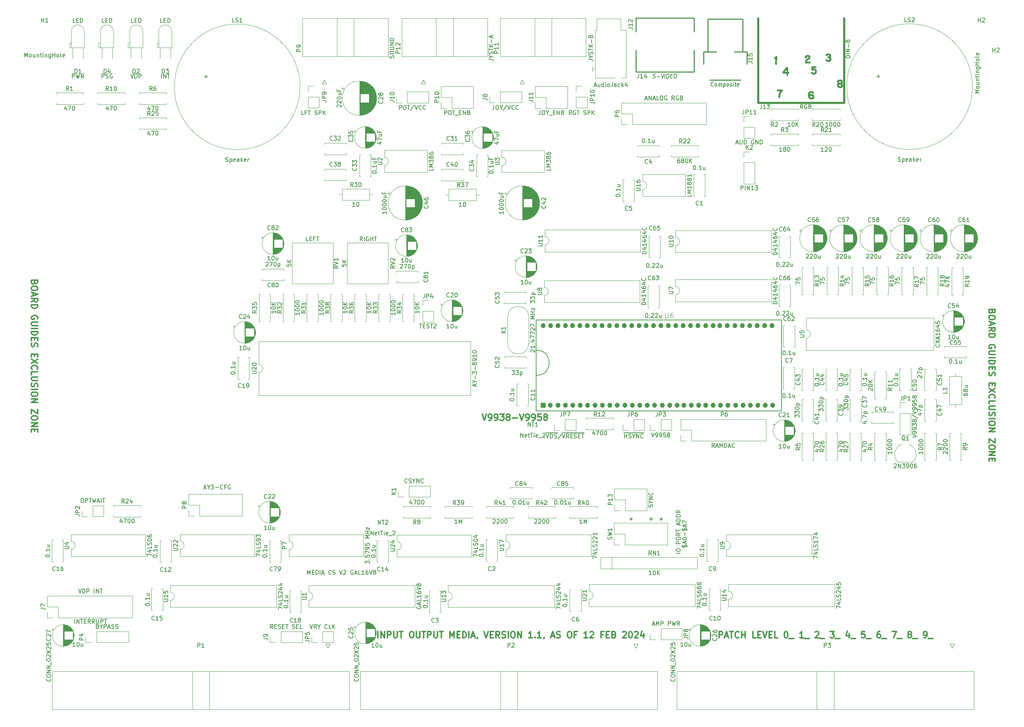
<source format=gbr>
%TF.GenerationSoftware,KiCad,Pcbnew,(6.0.11)*%
%TF.CreationDate,2024-02-24T20:16:03-05:00*%
%TF.ProjectId,input-output.Media,696e7075-742d-46f7-9574-7075742e4d65,rev?*%
%TF.SameCoordinates,Original*%
%TF.FileFunction,Legend,Top*%
%TF.FilePolarity,Positive*%
%FSLAX46Y46*%
G04 Gerber Fmt 4.6, Leading zero omitted, Abs format (unit mm)*
G04 Created by KiCad (PCBNEW (6.0.11)) date 2024-02-24 20:16:03*
%MOMM*%
%LPD*%
G01*
G04 APERTURE LIST*
%ADD10C,0.300000*%
%ADD11C,0.150000*%
%ADD12C,0.203200*%
%ADD13C,0.152400*%
%ADD14C,0.088900*%
%ADD15C,0.304800*%
%ADD16C,0.120000*%
%ADD17C,0.254000*%
%ADD18C,0.127000*%
%ADD19C,0.400000*%
%ADD20C,0.500000*%
%ADD21R,1.173480X1.173480*%
%ADD22C,1.198880*%
G04 APERTURE END LIST*
D10*
X267607142Y-140785714D02*
X267535714Y-141000000D01*
X267464285Y-141071428D01*
X267321428Y-141142857D01*
X267107142Y-141142857D01*
X266964285Y-141071428D01*
X266892857Y-141000000D01*
X266821428Y-140857142D01*
X266821428Y-140285714D01*
X268321428Y-140285714D01*
X268321428Y-140785714D01*
X268250000Y-140928571D01*
X268178571Y-141000000D01*
X268035714Y-141071428D01*
X267892857Y-141071428D01*
X267750000Y-141000000D01*
X267678571Y-140928571D01*
X267607142Y-140785714D01*
X267607142Y-140285714D01*
X268321428Y-142071428D02*
X268321428Y-142357142D01*
X268250000Y-142500000D01*
X268107142Y-142642857D01*
X267821428Y-142714285D01*
X267321428Y-142714285D01*
X267035714Y-142642857D01*
X266892857Y-142500000D01*
X266821428Y-142357142D01*
X266821428Y-142071428D01*
X266892857Y-141928571D01*
X267035714Y-141785714D01*
X267321428Y-141714285D01*
X267821428Y-141714285D01*
X268107142Y-141785714D01*
X268250000Y-141928571D01*
X268321428Y-142071428D01*
X267250000Y-143285714D02*
X267250000Y-144000000D01*
X266821428Y-143142857D02*
X268321428Y-143642857D01*
X266821428Y-144142857D01*
X266821428Y-145500000D02*
X267535714Y-145000000D01*
X266821428Y-144642857D02*
X268321428Y-144642857D01*
X268321428Y-145214285D01*
X268250000Y-145357142D01*
X268178571Y-145428571D01*
X268035714Y-145500000D01*
X267821428Y-145500000D01*
X267678571Y-145428571D01*
X267607142Y-145357142D01*
X267535714Y-145214285D01*
X267535714Y-144642857D01*
X266821428Y-146142857D02*
X268321428Y-146142857D01*
X268321428Y-146500000D01*
X268250000Y-146714285D01*
X268107142Y-146857142D01*
X267964285Y-146928571D01*
X267678571Y-147000000D01*
X267464285Y-147000000D01*
X267178571Y-146928571D01*
X267035714Y-146857142D01*
X266892857Y-146714285D01*
X266821428Y-146500000D01*
X266821428Y-146142857D01*
X268250000Y-149571428D02*
X268321428Y-149428571D01*
X268321428Y-149214285D01*
X268250000Y-149000000D01*
X268107142Y-148857142D01*
X267964285Y-148785714D01*
X267678571Y-148714285D01*
X267464285Y-148714285D01*
X267178571Y-148785714D01*
X267035714Y-148857142D01*
X266892857Y-149000000D01*
X266821428Y-149214285D01*
X266821428Y-149357142D01*
X266892857Y-149571428D01*
X266964285Y-149642857D01*
X267464285Y-149642857D01*
X267464285Y-149357142D01*
X268321428Y-150285714D02*
X267107142Y-150285714D01*
X266964285Y-150357142D01*
X266892857Y-150428571D01*
X266821428Y-150571428D01*
X266821428Y-150857142D01*
X266892857Y-151000000D01*
X266964285Y-151071428D01*
X267107142Y-151142857D01*
X268321428Y-151142857D01*
X266821428Y-151857142D02*
X268321428Y-151857142D01*
X266821428Y-152571428D02*
X268321428Y-152571428D01*
X268321428Y-152928571D01*
X268250000Y-153142857D01*
X268107142Y-153285714D01*
X267964285Y-153357142D01*
X267678571Y-153428571D01*
X267464285Y-153428571D01*
X267178571Y-153357142D01*
X267035714Y-153285714D01*
X266892857Y-153142857D01*
X266821428Y-152928571D01*
X266821428Y-152571428D01*
X267607142Y-154071428D02*
X267607142Y-154571428D01*
X266821428Y-154785714D02*
X266821428Y-154071428D01*
X268321428Y-154071428D01*
X268321428Y-154785714D01*
X266892857Y-155357142D02*
X266821428Y-155571428D01*
X266821428Y-155928571D01*
X266892857Y-156071428D01*
X266964285Y-156142857D01*
X267107142Y-156214285D01*
X267250000Y-156214285D01*
X267392857Y-156142857D01*
X267464285Y-156071428D01*
X267535714Y-155928571D01*
X267607142Y-155642857D01*
X267678571Y-155500000D01*
X267750000Y-155428571D01*
X267892857Y-155357142D01*
X268035714Y-155357142D01*
X268178571Y-155428571D01*
X268250000Y-155500000D01*
X268321428Y-155642857D01*
X268321428Y-156000000D01*
X268250000Y-156214285D01*
X267607142Y-158000000D02*
X267607142Y-158500000D01*
X266821428Y-158714285D02*
X266821428Y-158000000D01*
X268321428Y-158000000D01*
X268321428Y-158714285D01*
X268321428Y-159214285D02*
X266821428Y-160214285D01*
X268321428Y-160214285D02*
X266821428Y-159214285D01*
X266964285Y-161642857D02*
X266892857Y-161571428D01*
X266821428Y-161357142D01*
X266821428Y-161214285D01*
X266892857Y-161000000D01*
X267035714Y-160857142D01*
X267178571Y-160785714D01*
X267464285Y-160714285D01*
X267678571Y-160714285D01*
X267964285Y-160785714D01*
X268107142Y-160857142D01*
X268250000Y-161000000D01*
X268321428Y-161214285D01*
X268321428Y-161357142D01*
X268250000Y-161571428D01*
X268178571Y-161642857D01*
X266821428Y-163000000D02*
X266821428Y-162285714D01*
X268321428Y-162285714D01*
X268321428Y-163500000D02*
X267107142Y-163500000D01*
X266964285Y-163571428D01*
X266892857Y-163642857D01*
X266821428Y-163785714D01*
X266821428Y-164071428D01*
X266892857Y-164214285D01*
X266964285Y-164285714D01*
X267107142Y-164357142D01*
X268321428Y-164357142D01*
X266892857Y-165000000D02*
X266821428Y-165214285D01*
X266821428Y-165571428D01*
X266892857Y-165714285D01*
X266964285Y-165785714D01*
X267107142Y-165857142D01*
X267250000Y-165857142D01*
X267392857Y-165785714D01*
X267464285Y-165714285D01*
X267535714Y-165571428D01*
X267607142Y-165285714D01*
X267678571Y-165142857D01*
X267750000Y-165071428D01*
X267892857Y-165000000D01*
X268035714Y-165000000D01*
X268178571Y-165071428D01*
X268250000Y-165142857D01*
X268321428Y-165285714D01*
X268321428Y-165642857D01*
X268250000Y-165857142D01*
X266821428Y-166500000D02*
X268321428Y-166500000D01*
X268321428Y-167500000D02*
X268321428Y-167785714D01*
X268250000Y-167928571D01*
X268107142Y-168071428D01*
X267821428Y-168142857D01*
X267321428Y-168142857D01*
X267035714Y-168071428D01*
X266892857Y-167928571D01*
X266821428Y-167785714D01*
X266821428Y-167500000D01*
X266892857Y-167357142D01*
X267035714Y-167214285D01*
X267321428Y-167142857D01*
X267821428Y-167142857D01*
X268107142Y-167214285D01*
X268250000Y-167357142D01*
X268321428Y-167500000D01*
X266821428Y-168785714D02*
X268321428Y-168785714D01*
X266821428Y-169642857D01*
X268321428Y-169642857D01*
X268321428Y-171357142D02*
X268321428Y-172357142D01*
X266821428Y-171357142D01*
X266821428Y-172357142D01*
X268321428Y-173214285D02*
X268321428Y-173500000D01*
X268250000Y-173642857D01*
X268107142Y-173785714D01*
X267821428Y-173857142D01*
X267321428Y-173857142D01*
X267035714Y-173785714D01*
X266892857Y-173642857D01*
X266821428Y-173500000D01*
X266821428Y-173214285D01*
X266892857Y-173071428D01*
X267035714Y-172928571D01*
X267321428Y-172857142D01*
X267821428Y-172857142D01*
X268107142Y-172928571D01*
X268250000Y-173071428D01*
X268321428Y-173214285D01*
X266821428Y-174500000D02*
X268321428Y-174500000D01*
X266821428Y-175357142D01*
X268321428Y-175357142D01*
X267607142Y-176071428D02*
X267607142Y-176571428D01*
X266821428Y-176785714D02*
X266821428Y-176071428D01*
X268321428Y-176071428D01*
X268321428Y-176785714D01*
X37607142Y-133785714D02*
X37535714Y-134000000D01*
X37464285Y-134071428D01*
X37321428Y-134142857D01*
X37107142Y-134142857D01*
X36964285Y-134071428D01*
X36892857Y-134000000D01*
X36821428Y-133857142D01*
X36821428Y-133285714D01*
X38321428Y-133285714D01*
X38321428Y-133785714D01*
X38250000Y-133928571D01*
X38178571Y-134000000D01*
X38035714Y-134071428D01*
X37892857Y-134071428D01*
X37750000Y-134000000D01*
X37678571Y-133928571D01*
X37607142Y-133785714D01*
X37607142Y-133285714D01*
X38321428Y-135071428D02*
X38321428Y-135357142D01*
X38250000Y-135500000D01*
X38107142Y-135642857D01*
X37821428Y-135714285D01*
X37321428Y-135714285D01*
X37035714Y-135642857D01*
X36892857Y-135500000D01*
X36821428Y-135357142D01*
X36821428Y-135071428D01*
X36892857Y-134928571D01*
X37035714Y-134785714D01*
X37321428Y-134714285D01*
X37821428Y-134714285D01*
X38107142Y-134785714D01*
X38250000Y-134928571D01*
X38321428Y-135071428D01*
X37250000Y-136285714D02*
X37250000Y-137000000D01*
X36821428Y-136142857D02*
X38321428Y-136642857D01*
X36821428Y-137142857D01*
X36821428Y-138500000D02*
X37535714Y-138000000D01*
X36821428Y-137642857D02*
X38321428Y-137642857D01*
X38321428Y-138214285D01*
X38250000Y-138357142D01*
X38178571Y-138428571D01*
X38035714Y-138500000D01*
X37821428Y-138500000D01*
X37678571Y-138428571D01*
X37607142Y-138357142D01*
X37535714Y-138214285D01*
X37535714Y-137642857D01*
X36821428Y-139142857D02*
X38321428Y-139142857D01*
X38321428Y-139500000D01*
X38250000Y-139714285D01*
X38107142Y-139857142D01*
X37964285Y-139928571D01*
X37678571Y-140000000D01*
X37464285Y-140000000D01*
X37178571Y-139928571D01*
X37035714Y-139857142D01*
X36892857Y-139714285D01*
X36821428Y-139500000D01*
X36821428Y-139142857D01*
X38250000Y-142571428D02*
X38321428Y-142428571D01*
X38321428Y-142214285D01*
X38250000Y-142000000D01*
X38107142Y-141857142D01*
X37964285Y-141785714D01*
X37678571Y-141714285D01*
X37464285Y-141714285D01*
X37178571Y-141785714D01*
X37035714Y-141857142D01*
X36892857Y-142000000D01*
X36821428Y-142214285D01*
X36821428Y-142357142D01*
X36892857Y-142571428D01*
X36964285Y-142642857D01*
X37464285Y-142642857D01*
X37464285Y-142357142D01*
X38321428Y-143285714D02*
X37107142Y-143285714D01*
X36964285Y-143357142D01*
X36892857Y-143428571D01*
X36821428Y-143571428D01*
X36821428Y-143857142D01*
X36892857Y-144000000D01*
X36964285Y-144071428D01*
X37107142Y-144142857D01*
X38321428Y-144142857D01*
X36821428Y-144857142D02*
X38321428Y-144857142D01*
X36821428Y-145571428D02*
X38321428Y-145571428D01*
X38321428Y-145928571D01*
X38250000Y-146142857D01*
X38107142Y-146285714D01*
X37964285Y-146357142D01*
X37678571Y-146428571D01*
X37464285Y-146428571D01*
X37178571Y-146357142D01*
X37035714Y-146285714D01*
X36892857Y-146142857D01*
X36821428Y-145928571D01*
X36821428Y-145571428D01*
X37607142Y-147071428D02*
X37607142Y-147571428D01*
X36821428Y-147785714D02*
X36821428Y-147071428D01*
X38321428Y-147071428D01*
X38321428Y-147785714D01*
X36892857Y-148357142D02*
X36821428Y-148571428D01*
X36821428Y-148928571D01*
X36892857Y-149071428D01*
X36964285Y-149142857D01*
X37107142Y-149214285D01*
X37250000Y-149214285D01*
X37392857Y-149142857D01*
X37464285Y-149071428D01*
X37535714Y-148928571D01*
X37607142Y-148642857D01*
X37678571Y-148500000D01*
X37750000Y-148428571D01*
X37892857Y-148357142D01*
X38035714Y-148357142D01*
X38178571Y-148428571D01*
X38250000Y-148500000D01*
X38321428Y-148642857D01*
X38321428Y-149000000D01*
X38250000Y-149214285D01*
X37607142Y-151000000D02*
X37607142Y-151500000D01*
X36821428Y-151714285D02*
X36821428Y-151000000D01*
X38321428Y-151000000D01*
X38321428Y-151714285D01*
X38321428Y-152214285D02*
X36821428Y-153214285D01*
X38321428Y-153214285D02*
X36821428Y-152214285D01*
X36964285Y-154642857D02*
X36892857Y-154571428D01*
X36821428Y-154357142D01*
X36821428Y-154214285D01*
X36892857Y-154000000D01*
X37035714Y-153857142D01*
X37178571Y-153785714D01*
X37464285Y-153714285D01*
X37678571Y-153714285D01*
X37964285Y-153785714D01*
X38107142Y-153857142D01*
X38250000Y-154000000D01*
X38321428Y-154214285D01*
X38321428Y-154357142D01*
X38250000Y-154571428D01*
X38178571Y-154642857D01*
X36821428Y-156000000D02*
X36821428Y-155285714D01*
X38321428Y-155285714D01*
X38321428Y-156500000D02*
X37107142Y-156500000D01*
X36964285Y-156571428D01*
X36892857Y-156642857D01*
X36821428Y-156785714D01*
X36821428Y-157071428D01*
X36892857Y-157214285D01*
X36964285Y-157285714D01*
X37107142Y-157357142D01*
X38321428Y-157357142D01*
X36892857Y-158000000D02*
X36821428Y-158214285D01*
X36821428Y-158571428D01*
X36892857Y-158714285D01*
X36964285Y-158785714D01*
X37107142Y-158857142D01*
X37250000Y-158857142D01*
X37392857Y-158785714D01*
X37464285Y-158714285D01*
X37535714Y-158571428D01*
X37607142Y-158285714D01*
X37678571Y-158142857D01*
X37750000Y-158071428D01*
X37892857Y-158000000D01*
X38035714Y-158000000D01*
X38178571Y-158071428D01*
X38250000Y-158142857D01*
X38321428Y-158285714D01*
X38321428Y-158642857D01*
X38250000Y-158857142D01*
X36821428Y-159500000D02*
X38321428Y-159500000D01*
X38321428Y-160500000D02*
X38321428Y-160785714D01*
X38250000Y-160928571D01*
X38107142Y-161071428D01*
X37821428Y-161142857D01*
X37321428Y-161142857D01*
X37035714Y-161071428D01*
X36892857Y-160928571D01*
X36821428Y-160785714D01*
X36821428Y-160500000D01*
X36892857Y-160357142D01*
X37035714Y-160214285D01*
X37321428Y-160142857D01*
X37821428Y-160142857D01*
X38107142Y-160214285D01*
X38250000Y-160357142D01*
X38321428Y-160500000D01*
X36821428Y-161785714D02*
X38321428Y-161785714D01*
X36821428Y-162642857D01*
X38321428Y-162642857D01*
X38321428Y-164357142D02*
X38321428Y-165357142D01*
X36821428Y-164357142D01*
X36821428Y-165357142D01*
X38321428Y-166214285D02*
X38321428Y-166500000D01*
X38250000Y-166642857D01*
X38107142Y-166785714D01*
X37821428Y-166857142D01*
X37321428Y-166857142D01*
X37035714Y-166785714D01*
X36892857Y-166642857D01*
X36821428Y-166500000D01*
X36821428Y-166214285D01*
X36892857Y-166071428D01*
X37035714Y-165928571D01*
X37321428Y-165857142D01*
X37821428Y-165857142D01*
X38107142Y-165928571D01*
X38250000Y-166071428D01*
X38321428Y-166214285D01*
X36821428Y-167500000D02*
X38321428Y-167500000D01*
X36821428Y-168357142D01*
X38321428Y-168357142D01*
X37607142Y-169071428D02*
X37607142Y-169571428D01*
X36821428Y-169785714D02*
X36821428Y-169071428D01*
X38321428Y-169071428D01*
X38321428Y-169785714D01*
D11*
X53761904Y-84702380D02*
X53761904Y-83702380D01*
X54142857Y-83702380D01*
X54238095Y-83750000D01*
X54285714Y-83797619D01*
X54333333Y-83892857D01*
X54333333Y-84035714D01*
X54285714Y-84130952D01*
X54238095Y-84178571D01*
X54142857Y-84226190D01*
X53761904Y-84226190D01*
X54714285Y-84654761D02*
X54857142Y-84702380D01*
X55095238Y-84702380D01*
X55190476Y-84654761D01*
X55238095Y-84607142D01*
X55285714Y-84511904D01*
X55285714Y-84416666D01*
X55238095Y-84321428D01*
X55190476Y-84273809D01*
X55095238Y-84226190D01*
X54904761Y-84178571D01*
X54809523Y-84130952D01*
X54761904Y-84083333D01*
X54714285Y-83988095D01*
X54714285Y-83892857D01*
X54761904Y-83797619D01*
X54809523Y-83750000D01*
X54904761Y-83702380D01*
X55142857Y-83702380D01*
X55285714Y-83750000D01*
X56238095Y-83750000D02*
X56142857Y-83702380D01*
X56000000Y-83702380D01*
X55857142Y-83750000D01*
X55761904Y-83845238D01*
X55714285Y-83940476D01*
X55666666Y-84130952D01*
X55666666Y-84273809D01*
X55714285Y-84464285D01*
X55761904Y-84559523D01*
X55857142Y-84654761D01*
X56000000Y-84702380D01*
X56095238Y-84702380D01*
X56238095Y-84654761D01*
X56285714Y-84607142D01*
X56285714Y-84273809D01*
X56095238Y-84273809D01*
D10*
X202000000Y-219178571D02*
X202000000Y-217678571D01*
X202571428Y-217678571D01*
X202714285Y-217750000D01*
X202785714Y-217821428D01*
X202857142Y-217964285D01*
X202857142Y-218178571D01*
X202785714Y-218321428D01*
X202714285Y-218392857D01*
X202571428Y-218464285D01*
X202000000Y-218464285D01*
X203428571Y-218750000D02*
X204142857Y-218750000D01*
X203285714Y-219178571D02*
X203785714Y-217678571D01*
X204285714Y-219178571D01*
X204571428Y-217678571D02*
X205428571Y-217678571D01*
X205000000Y-219178571D02*
X205000000Y-217678571D01*
X206785714Y-219035714D02*
X206714285Y-219107142D01*
X206500000Y-219178571D01*
X206357142Y-219178571D01*
X206142857Y-219107142D01*
X206000000Y-218964285D01*
X205928571Y-218821428D01*
X205857142Y-218535714D01*
X205857142Y-218321428D01*
X205928571Y-218035714D01*
X206000000Y-217892857D01*
X206142857Y-217750000D01*
X206357142Y-217678571D01*
X206500000Y-217678571D01*
X206714285Y-217750000D01*
X206785714Y-217821428D01*
X207428571Y-219178571D02*
X207428571Y-217678571D01*
X207428571Y-218392857D02*
X208285714Y-218392857D01*
X208285714Y-219178571D02*
X208285714Y-217678571D01*
X210857142Y-219178571D02*
X210142857Y-219178571D01*
X210142857Y-217678571D01*
X211357142Y-218392857D02*
X211857142Y-218392857D01*
X212071428Y-219178571D02*
X211357142Y-219178571D01*
X211357142Y-217678571D01*
X212071428Y-217678571D01*
X212500000Y-217678571D02*
X213000000Y-219178571D01*
X213500000Y-217678571D01*
X214000000Y-218392857D02*
X214500000Y-218392857D01*
X214714285Y-219178571D02*
X214000000Y-219178571D01*
X214000000Y-217678571D01*
X214714285Y-217678571D01*
X216071428Y-219178571D02*
X215357142Y-219178571D01*
X215357142Y-217678571D01*
X218000000Y-217678571D02*
X218142857Y-217678571D01*
X218285714Y-217750000D01*
X218357142Y-217821428D01*
X218428571Y-217964285D01*
X218500000Y-218250000D01*
X218500000Y-218607142D01*
X218428571Y-218892857D01*
X218357142Y-219035714D01*
X218285714Y-219107142D01*
X218142857Y-219178571D01*
X218000000Y-219178571D01*
X217857142Y-219107142D01*
X217785714Y-219035714D01*
X217714285Y-218892857D01*
X217642857Y-218607142D01*
X217642857Y-218250000D01*
X217714285Y-217964285D01*
X217785714Y-217821428D01*
X217857142Y-217750000D01*
X218000000Y-217678571D01*
X218785714Y-219321428D02*
X219928571Y-219321428D01*
X222214285Y-219178571D02*
X221357142Y-219178571D01*
X221785714Y-219178571D02*
X221785714Y-217678571D01*
X221642857Y-217892857D01*
X221500000Y-218035714D01*
X221357142Y-218107142D01*
X222500000Y-219321428D02*
X223642857Y-219321428D01*
X225071428Y-217821428D02*
X225142857Y-217750000D01*
X225285714Y-217678571D01*
X225642857Y-217678571D01*
X225785714Y-217750000D01*
X225857142Y-217821428D01*
X225928571Y-217964285D01*
X225928571Y-218107142D01*
X225857142Y-218321428D01*
X225000000Y-219178571D01*
X225928571Y-219178571D01*
X226214285Y-219321428D02*
X227357142Y-219321428D01*
X228714285Y-217678571D02*
X229642857Y-217678571D01*
X229142857Y-218250000D01*
X229357142Y-218250000D01*
X229500000Y-218321428D01*
X229571428Y-218392857D01*
X229642857Y-218535714D01*
X229642857Y-218892857D01*
X229571428Y-219035714D01*
X229500000Y-219107142D01*
X229357142Y-219178571D01*
X228928571Y-219178571D01*
X228785714Y-219107142D01*
X228714285Y-219035714D01*
X229928571Y-219321428D02*
X231071428Y-219321428D01*
X233214285Y-218178571D02*
X233214285Y-219178571D01*
X232857142Y-217607142D02*
X232500000Y-218678571D01*
X233428571Y-218678571D01*
X233642857Y-219321428D02*
X234785714Y-219321428D01*
X237000000Y-217678571D02*
X236285714Y-217678571D01*
X236214285Y-218392857D01*
X236285714Y-218321428D01*
X236428571Y-218250000D01*
X236785714Y-218250000D01*
X236928571Y-218321428D01*
X237000000Y-218392857D01*
X237071428Y-218535714D01*
X237071428Y-218892857D01*
X237000000Y-219035714D01*
X236928571Y-219107142D01*
X236785714Y-219178571D01*
X236428571Y-219178571D01*
X236285714Y-219107142D01*
X236214285Y-219035714D01*
X237357142Y-219321428D02*
X238499999Y-219321428D01*
X240642857Y-217678571D02*
X240357142Y-217678571D01*
X240214285Y-217750000D01*
X240142857Y-217821428D01*
X239999999Y-218035714D01*
X239928571Y-218321428D01*
X239928571Y-218892857D01*
X239999999Y-219035714D01*
X240071428Y-219107142D01*
X240214285Y-219178571D01*
X240499999Y-219178571D01*
X240642857Y-219107142D01*
X240714285Y-219035714D01*
X240785714Y-218892857D01*
X240785714Y-218535714D01*
X240714285Y-218392857D01*
X240642857Y-218321428D01*
X240499999Y-218250000D01*
X240214285Y-218250000D01*
X240071428Y-218321428D01*
X239999999Y-218392857D01*
X239928571Y-218535714D01*
X241071428Y-219321428D02*
X242214285Y-219321428D01*
X243571428Y-217678571D02*
X244571428Y-217678571D01*
X243928571Y-219178571D01*
X244785714Y-219321428D02*
X245928571Y-219321428D01*
X247642857Y-218321428D02*
X247499999Y-218250000D01*
X247428571Y-218178571D01*
X247357142Y-218035714D01*
X247357142Y-217964285D01*
X247428571Y-217821428D01*
X247499999Y-217750000D01*
X247642857Y-217678571D01*
X247928571Y-217678571D01*
X248071428Y-217750000D01*
X248142857Y-217821428D01*
X248214285Y-217964285D01*
X248214285Y-218035714D01*
X248142857Y-218178571D01*
X248071428Y-218250000D01*
X247928571Y-218321428D01*
X247642857Y-218321428D01*
X247499999Y-218392857D01*
X247428571Y-218464285D01*
X247357142Y-218607142D01*
X247357142Y-218892857D01*
X247428571Y-219035714D01*
X247499999Y-219107142D01*
X247642857Y-219178571D01*
X247928571Y-219178571D01*
X248071428Y-219107142D01*
X248142857Y-219035714D01*
X248214285Y-218892857D01*
X248214285Y-218607142D01*
X248142857Y-218464285D01*
X248071428Y-218392857D01*
X247928571Y-218321428D01*
X248499999Y-219321428D02*
X249642857Y-219321428D01*
X251214285Y-219178571D02*
X251499999Y-219178571D01*
X251642857Y-219107142D01*
X251714285Y-219035714D01*
X251857142Y-218821428D01*
X251928571Y-218535714D01*
X251928571Y-217964285D01*
X251857142Y-217821428D01*
X251785714Y-217750000D01*
X251642857Y-217678571D01*
X251357142Y-217678571D01*
X251214285Y-217750000D01*
X251142857Y-217821428D01*
X251071428Y-217964285D01*
X251071428Y-218321428D01*
X251142857Y-218464285D01*
X251214285Y-218535714D01*
X251357142Y-218607142D01*
X251642857Y-218607142D01*
X251785714Y-218535714D01*
X251857142Y-218464285D01*
X251928571Y-218321428D01*
X252214285Y-219321428D02*
X253357142Y-219321428D01*
D11*
X116361554Y-123802380D02*
X116028221Y-123326190D01*
X115790126Y-123802380D02*
X115790126Y-122802380D01*
X116171078Y-122802380D01*
X116266316Y-122850000D01*
X116313935Y-122897619D01*
X116361554Y-122992857D01*
X116361554Y-123135714D01*
X116313935Y-123230952D01*
X116266316Y-123278571D01*
X116171078Y-123326190D01*
X115790126Y-123326190D01*
X116790126Y-123802380D02*
X116790126Y-122802380D01*
X117790126Y-122850000D02*
X117694888Y-122802380D01*
X117552030Y-122802380D01*
X117409173Y-122850000D01*
X117313935Y-122945238D01*
X117266316Y-123040476D01*
X117218697Y-123230952D01*
X117218697Y-123373809D01*
X117266316Y-123564285D01*
X117313935Y-123659523D01*
X117409173Y-123754761D01*
X117552030Y-123802380D01*
X117647268Y-123802380D01*
X117790126Y-123754761D01*
X117837745Y-123707142D01*
X117837745Y-123373809D01*
X117647268Y-123373809D01*
X118266316Y-123802380D02*
X118266316Y-122802380D01*
X118266316Y-123278571D02*
X118837745Y-123278571D01*
X118837745Y-123802380D02*
X118837745Y-122802380D01*
X119171078Y-122802380D02*
X119742507Y-122802380D01*
X119456792Y-123802380D02*
X119456792Y-122802380D01*
D10*
X120071428Y-219178571D02*
X120071428Y-217678571D01*
X120785714Y-219178571D02*
X120785714Y-217678571D01*
X121642857Y-219178571D01*
X121642857Y-217678571D01*
X122357142Y-219178571D02*
X122357142Y-217678571D01*
X122928571Y-217678571D01*
X123071428Y-217750000D01*
X123142857Y-217821428D01*
X123214285Y-217964285D01*
X123214285Y-218178571D01*
X123142857Y-218321428D01*
X123071428Y-218392857D01*
X122928571Y-218464285D01*
X122357142Y-218464285D01*
X123857142Y-217678571D02*
X123857142Y-218892857D01*
X123928571Y-219035714D01*
X124000000Y-219107142D01*
X124142857Y-219178571D01*
X124428571Y-219178571D01*
X124571428Y-219107142D01*
X124642857Y-219035714D01*
X124714285Y-218892857D01*
X124714285Y-217678571D01*
X125214285Y-217678571D02*
X126071428Y-217678571D01*
X125642857Y-219178571D02*
X125642857Y-217678571D01*
X128000000Y-217678571D02*
X128285714Y-217678571D01*
X128428571Y-217750000D01*
X128571428Y-217892857D01*
X128642857Y-218178571D01*
X128642857Y-218678571D01*
X128571428Y-218964285D01*
X128428571Y-219107142D01*
X128285714Y-219178571D01*
X128000000Y-219178571D01*
X127857142Y-219107142D01*
X127714285Y-218964285D01*
X127642857Y-218678571D01*
X127642857Y-218178571D01*
X127714285Y-217892857D01*
X127857142Y-217750000D01*
X128000000Y-217678571D01*
X129285714Y-217678571D02*
X129285714Y-218892857D01*
X129357142Y-219035714D01*
X129428571Y-219107142D01*
X129571428Y-219178571D01*
X129857142Y-219178571D01*
X130000000Y-219107142D01*
X130071428Y-219035714D01*
X130142857Y-218892857D01*
X130142857Y-217678571D01*
X130642857Y-217678571D02*
X131500000Y-217678571D01*
X131071428Y-219178571D02*
X131071428Y-217678571D01*
X132000000Y-219178571D02*
X132000000Y-217678571D01*
X132571428Y-217678571D01*
X132714285Y-217750000D01*
X132785714Y-217821428D01*
X132857142Y-217964285D01*
X132857142Y-218178571D01*
X132785714Y-218321428D01*
X132714285Y-218392857D01*
X132571428Y-218464285D01*
X132000000Y-218464285D01*
X133500000Y-217678571D02*
X133500000Y-218892857D01*
X133571428Y-219035714D01*
X133642857Y-219107142D01*
X133785714Y-219178571D01*
X134071428Y-219178571D01*
X134214285Y-219107142D01*
X134285714Y-219035714D01*
X134357142Y-218892857D01*
X134357142Y-217678571D01*
X134857142Y-217678571D02*
X135714285Y-217678571D01*
X135285714Y-219178571D02*
X135285714Y-217678571D01*
X137357142Y-219178571D02*
X137357142Y-217678571D01*
X137857142Y-218750000D01*
X138357142Y-217678571D01*
X138357142Y-219178571D01*
X139071428Y-218392857D02*
X139571428Y-218392857D01*
X139785714Y-219178571D02*
X139071428Y-219178571D01*
X139071428Y-217678571D01*
X139785714Y-217678571D01*
X140428571Y-219178571D02*
X140428571Y-217678571D01*
X140785714Y-217678571D01*
X141000000Y-217750000D01*
X141142857Y-217892857D01*
X141214285Y-218035714D01*
X141285714Y-218321428D01*
X141285714Y-218535714D01*
X141214285Y-218821428D01*
X141142857Y-218964285D01*
X141000000Y-219107142D01*
X140785714Y-219178571D01*
X140428571Y-219178571D01*
X141928571Y-219178571D02*
X141928571Y-217678571D01*
X142571428Y-218750000D02*
X143285714Y-218750000D01*
X142428571Y-219178571D02*
X142928571Y-217678571D01*
X143428571Y-219178571D01*
X144000000Y-219107142D02*
X144000000Y-219178571D01*
X143928571Y-219321428D01*
X143857142Y-219392857D01*
X145571428Y-217678571D02*
X146071428Y-219178571D01*
X146571428Y-217678571D01*
X147071428Y-218392857D02*
X147571428Y-218392857D01*
X147785714Y-219178571D02*
X147071428Y-219178571D01*
X147071428Y-217678571D01*
X147785714Y-217678571D01*
X149285714Y-219178571D02*
X148785714Y-218464285D01*
X148428571Y-219178571D02*
X148428571Y-217678571D01*
X149000000Y-217678571D01*
X149142857Y-217750000D01*
X149214285Y-217821428D01*
X149285714Y-217964285D01*
X149285714Y-218178571D01*
X149214285Y-218321428D01*
X149142857Y-218392857D01*
X149000000Y-218464285D01*
X148428571Y-218464285D01*
X149857142Y-219107142D02*
X150071428Y-219178571D01*
X150428571Y-219178571D01*
X150571428Y-219107142D01*
X150642857Y-219035714D01*
X150714285Y-218892857D01*
X150714285Y-218750000D01*
X150642857Y-218607142D01*
X150571428Y-218535714D01*
X150428571Y-218464285D01*
X150142857Y-218392857D01*
X150000000Y-218321428D01*
X149928571Y-218250000D01*
X149857142Y-218107142D01*
X149857142Y-217964285D01*
X149928571Y-217821428D01*
X150000000Y-217750000D01*
X150142857Y-217678571D01*
X150500000Y-217678571D01*
X150714285Y-217750000D01*
X151357142Y-219178571D02*
X151357142Y-217678571D01*
X152357142Y-217678571D02*
X152642857Y-217678571D01*
X152785714Y-217750000D01*
X152928571Y-217892857D01*
X153000000Y-218178571D01*
X153000000Y-218678571D01*
X152928571Y-218964285D01*
X152785714Y-219107142D01*
X152642857Y-219178571D01*
X152357142Y-219178571D01*
X152214285Y-219107142D01*
X152071428Y-218964285D01*
X152000000Y-218678571D01*
X152000000Y-218178571D01*
X152071428Y-217892857D01*
X152214285Y-217750000D01*
X152357142Y-217678571D01*
X153642857Y-219178571D02*
X153642857Y-217678571D01*
X154500000Y-219178571D01*
X154500000Y-217678571D01*
X157142857Y-219178571D02*
X156285714Y-219178571D01*
X156714285Y-219178571D02*
X156714285Y-217678571D01*
X156571428Y-217892857D01*
X156428571Y-218035714D01*
X156285714Y-218107142D01*
X157785714Y-219035714D02*
X157857142Y-219107142D01*
X157785714Y-219178571D01*
X157714285Y-219107142D01*
X157785714Y-219035714D01*
X157785714Y-219178571D01*
X159285714Y-219178571D02*
X158428571Y-219178571D01*
X158857142Y-219178571D02*
X158857142Y-217678571D01*
X158714285Y-217892857D01*
X158571428Y-218035714D01*
X158428571Y-218107142D01*
X160000000Y-219107142D02*
X160000000Y-219178571D01*
X159928571Y-219321428D01*
X159857142Y-219392857D01*
X161714285Y-218750000D02*
X162428571Y-218750000D01*
X161571428Y-219178571D02*
X162071428Y-217678571D01*
X162571428Y-219178571D01*
X163000000Y-219107142D02*
X163214285Y-219178571D01*
X163571428Y-219178571D01*
X163714285Y-219107142D01*
X163785714Y-219035714D01*
X163857142Y-218892857D01*
X163857142Y-218750000D01*
X163785714Y-218607142D01*
X163714285Y-218535714D01*
X163571428Y-218464285D01*
X163285714Y-218392857D01*
X163142857Y-218321428D01*
X163071428Y-218250000D01*
X163000000Y-218107142D01*
X163000000Y-217964285D01*
X163071428Y-217821428D01*
X163142857Y-217750000D01*
X163285714Y-217678571D01*
X163642857Y-217678571D01*
X163857142Y-217750000D01*
X165928571Y-217678571D02*
X166214285Y-217678571D01*
X166357142Y-217750000D01*
X166500000Y-217892857D01*
X166571428Y-218178571D01*
X166571428Y-218678571D01*
X166500000Y-218964285D01*
X166357142Y-219107142D01*
X166214285Y-219178571D01*
X165928571Y-219178571D01*
X165785714Y-219107142D01*
X165642857Y-218964285D01*
X165571428Y-218678571D01*
X165571428Y-218178571D01*
X165642857Y-217892857D01*
X165785714Y-217750000D01*
X165928571Y-217678571D01*
X167714285Y-218392857D02*
X167214285Y-218392857D01*
X167214285Y-219178571D02*
X167214285Y-217678571D01*
X167928571Y-217678571D01*
X170428571Y-219178571D02*
X169571428Y-219178571D01*
X170000000Y-219178571D02*
X170000000Y-217678571D01*
X169857142Y-217892857D01*
X169714285Y-218035714D01*
X169571428Y-218107142D01*
X171000000Y-217821428D02*
X171071428Y-217750000D01*
X171214285Y-217678571D01*
X171571428Y-217678571D01*
X171714285Y-217750000D01*
X171785714Y-217821428D01*
X171857142Y-217964285D01*
X171857142Y-218107142D01*
X171785714Y-218321428D01*
X170928571Y-219178571D01*
X171857142Y-219178571D01*
X174142857Y-218392857D02*
X173642857Y-218392857D01*
X173642857Y-219178571D02*
X173642857Y-217678571D01*
X174357142Y-217678571D01*
X174928571Y-218392857D02*
X175428571Y-218392857D01*
X175642857Y-219178571D02*
X174928571Y-219178571D01*
X174928571Y-217678571D01*
X175642857Y-217678571D01*
X176785714Y-218392857D02*
X177000000Y-218464285D01*
X177071428Y-218535714D01*
X177142857Y-218678571D01*
X177142857Y-218892857D01*
X177071428Y-219035714D01*
X177000000Y-219107142D01*
X176857142Y-219178571D01*
X176285714Y-219178571D01*
X176285714Y-217678571D01*
X176785714Y-217678571D01*
X176928571Y-217750000D01*
X177000000Y-217821428D01*
X177071428Y-217964285D01*
X177071428Y-218107142D01*
X177000000Y-218250000D01*
X176928571Y-218321428D01*
X176785714Y-218392857D01*
X176285714Y-218392857D01*
X178857142Y-217821428D02*
X178928571Y-217750000D01*
X179071428Y-217678571D01*
X179428571Y-217678571D01*
X179571428Y-217750000D01*
X179642857Y-217821428D01*
X179714285Y-217964285D01*
X179714285Y-218107142D01*
X179642857Y-218321428D01*
X178785714Y-219178571D01*
X179714285Y-219178571D01*
X180642857Y-217678571D02*
X180785714Y-217678571D01*
X180928571Y-217750000D01*
X181000000Y-217821428D01*
X181071428Y-217964285D01*
X181142857Y-218250000D01*
X181142857Y-218607142D01*
X181071428Y-218892857D01*
X181000000Y-219035714D01*
X180928571Y-219107142D01*
X180785714Y-219178571D01*
X180642857Y-219178571D01*
X180500000Y-219107142D01*
X180428571Y-219035714D01*
X180357142Y-218892857D01*
X180285714Y-218607142D01*
X180285714Y-218250000D01*
X180357142Y-217964285D01*
X180428571Y-217821428D01*
X180500000Y-217750000D01*
X180642857Y-217678571D01*
X181714285Y-217821428D02*
X181785714Y-217750000D01*
X181928571Y-217678571D01*
X182285714Y-217678571D01*
X182428571Y-217750000D01*
X182500000Y-217821428D01*
X182571428Y-217964285D01*
X182571428Y-218107142D01*
X182500000Y-218321428D01*
X181642857Y-219178571D01*
X182571428Y-219178571D01*
X183857142Y-218178571D02*
X183857142Y-219178571D01*
X183500000Y-217607142D02*
X183142857Y-218678571D01*
X184071428Y-218678571D01*
D11*
X46666666Y-84702380D02*
X46666666Y-83702380D01*
X47047619Y-83702380D01*
X47142857Y-83750000D01*
X47190476Y-83797619D01*
X47238095Y-83892857D01*
X47238095Y-84035714D01*
X47190476Y-84130952D01*
X47142857Y-84178571D01*
X47047619Y-84226190D01*
X46666666Y-84226190D01*
X47571428Y-83702380D02*
X47809523Y-84702380D01*
X48000000Y-83988095D01*
X48190476Y-84702380D01*
X48428571Y-83702380D01*
X49380952Y-84702380D02*
X49047619Y-84226190D01*
X48809523Y-84702380D02*
X48809523Y-83702380D01*
X49190476Y-83702380D01*
X49285714Y-83750000D01*
X49333333Y-83797619D01*
X49380952Y-83892857D01*
X49380952Y-84035714D01*
X49333333Y-84130952D01*
X49285714Y-84178571D01*
X49190476Y-84226190D01*
X48809523Y-84226190D01*
X103133333Y-203952380D02*
X103133333Y-202952380D01*
X103466666Y-203666666D01*
X103800000Y-202952380D01*
X103800000Y-203952380D01*
X104276190Y-203428571D02*
X104609523Y-203428571D01*
X104752380Y-203952380D02*
X104276190Y-203952380D01*
X104276190Y-202952380D01*
X104752380Y-202952380D01*
X105180952Y-203952380D02*
X105180952Y-202952380D01*
X105419047Y-202952380D01*
X105561904Y-203000000D01*
X105657142Y-203095238D01*
X105704761Y-203190476D01*
X105752380Y-203380952D01*
X105752380Y-203523809D01*
X105704761Y-203714285D01*
X105657142Y-203809523D01*
X105561904Y-203904761D01*
X105419047Y-203952380D01*
X105180952Y-203952380D01*
X106180952Y-203952380D02*
X106180952Y-202952380D01*
X106609523Y-203666666D02*
X107085714Y-203666666D01*
X106514285Y-203952380D02*
X106847619Y-202952380D01*
X107180952Y-203952380D01*
X108847619Y-203857142D02*
X108800000Y-203904761D01*
X108657142Y-203952380D01*
X108561904Y-203952380D01*
X108419047Y-203904761D01*
X108323809Y-203809523D01*
X108276190Y-203714285D01*
X108228571Y-203523809D01*
X108228571Y-203380952D01*
X108276190Y-203190476D01*
X108323809Y-203095238D01*
X108419047Y-203000000D01*
X108561904Y-202952380D01*
X108657142Y-202952380D01*
X108800000Y-203000000D01*
X108847619Y-203047619D01*
X109228571Y-203904761D02*
X109371428Y-203952380D01*
X109609523Y-203952380D01*
X109704761Y-203904761D01*
X109752380Y-203857142D01*
X109800000Y-203761904D01*
X109800000Y-203666666D01*
X109752380Y-203571428D01*
X109704761Y-203523809D01*
X109609523Y-203476190D01*
X109419047Y-203428571D01*
X109323809Y-203380952D01*
X109276190Y-203333333D01*
X109228571Y-203238095D01*
X109228571Y-203142857D01*
X109276190Y-203047619D01*
X109323809Y-203000000D01*
X109419047Y-202952380D01*
X109657142Y-202952380D01*
X109800000Y-203000000D01*
X110847619Y-202952380D02*
X111180952Y-203952380D01*
X111514285Y-202952380D01*
X111800000Y-203047619D02*
X111847619Y-203000000D01*
X111942857Y-202952380D01*
X112180952Y-202952380D01*
X112276190Y-203000000D01*
X112323809Y-203047619D01*
X112371428Y-203142857D01*
X112371428Y-203238095D01*
X112323809Y-203380952D01*
X111752380Y-203952380D01*
X112371428Y-203952380D01*
X114085714Y-203000000D02*
X113990476Y-202952380D01*
X113847619Y-202952380D01*
X113704761Y-203000000D01*
X113609523Y-203095238D01*
X113561904Y-203190476D01*
X113514285Y-203380952D01*
X113514285Y-203523809D01*
X113561904Y-203714285D01*
X113609523Y-203809523D01*
X113704761Y-203904761D01*
X113847619Y-203952380D01*
X113942857Y-203952380D01*
X114085714Y-203904761D01*
X114133333Y-203857142D01*
X114133333Y-203523809D01*
X113942857Y-203523809D01*
X114514285Y-203666666D02*
X114990476Y-203666666D01*
X114419047Y-203952380D02*
X114752380Y-202952380D01*
X115085714Y-203952380D01*
X115895238Y-203952380D02*
X115419047Y-203952380D01*
X115419047Y-202952380D01*
X116752380Y-203952380D02*
X116180952Y-203952380D01*
X116466666Y-203952380D02*
X116466666Y-202952380D01*
X116371428Y-203095238D01*
X116276190Y-203190476D01*
X116180952Y-203238095D01*
X117609523Y-202952380D02*
X117419047Y-202952380D01*
X117323809Y-203000000D01*
X117276190Y-203047619D01*
X117180952Y-203190476D01*
X117133333Y-203380952D01*
X117133333Y-203761904D01*
X117180952Y-203857142D01*
X117228571Y-203904761D01*
X117323809Y-203952380D01*
X117514285Y-203952380D01*
X117609523Y-203904761D01*
X117657142Y-203857142D01*
X117704761Y-203761904D01*
X117704761Y-203523809D01*
X117657142Y-203428571D01*
X117609523Y-203380952D01*
X117514285Y-203333333D01*
X117323809Y-203333333D01*
X117228571Y-203380952D01*
X117180952Y-203428571D01*
X117133333Y-203523809D01*
X117990476Y-202952380D02*
X118323809Y-203952380D01*
X118657142Y-202952380D01*
X119133333Y-203380952D02*
X119038095Y-203333333D01*
X118990476Y-203285714D01*
X118942857Y-203190476D01*
X118942857Y-203142857D01*
X118990476Y-203047619D01*
X119038095Y-203000000D01*
X119133333Y-202952380D01*
X119323809Y-202952380D01*
X119419047Y-203000000D01*
X119466666Y-203047619D01*
X119514285Y-203142857D01*
X119514285Y-203190476D01*
X119466666Y-203285714D01*
X119419047Y-203333333D01*
X119323809Y-203380952D01*
X119133333Y-203380952D01*
X119038095Y-203428571D01*
X118990476Y-203476190D01*
X118942857Y-203571428D01*
X118942857Y-203761904D01*
X118990476Y-203857142D01*
X119038095Y-203904761D01*
X119133333Y-203952380D01*
X119323809Y-203952380D01*
X119419047Y-203904761D01*
X119466666Y-203857142D01*
X119514285Y-203761904D01*
X119514285Y-203571428D01*
X119466666Y-203476190D01*
X119419047Y-203428571D01*
X119323809Y-203380952D01*
X180513571Y-190630000D02*
X180870714Y-190630000D01*
X180727857Y-190272857D02*
X180870714Y-190630000D01*
X180727857Y-190987142D01*
X181156428Y-190415714D02*
X180870714Y-190630000D01*
X181156428Y-190844285D01*
X185343571Y-190630000D02*
X185700714Y-190630000D01*
X185557857Y-190272857D02*
X185700714Y-190630000D01*
X185557857Y-190987142D01*
X185986428Y-190415714D02*
X185700714Y-190630000D01*
X185986428Y-190844285D01*
X187758571Y-190630000D02*
X188115714Y-190630000D01*
X187972857Y-190272857D02*
X188115714Y-190630000D01*
X187972857Y-190987142D01*
X188401428Y-190415714D02*
X188115714Y-190630000D01*
X188401428Y-190844285D01*
X48142857Y-207452380D02*
X48476190Y-208452380D01*
X48809523Y-207452380D01*
X49142857Y-208452380D02*
X49142857Y-207452380D01*
X49380952Y-207452380D01*
X49523809Y-207500000D01*
X49619047Y-207595238D01*
X49666666Y-207690476D01*
X49714285Y-207880952D01*
X49714285Y-208023809D01*
X49666666Y-208214285D01*
X49619047Y-208309523D01*
X49523809Y-208404761D01*
X49380952Y-208452380D01*
X49142857Y-208452380D01*
X50142857Y-208452380D02*
X50142857Y-207452380D01*
X50523809Y-207452380D01*
X50619047Y-207500000D01*
X50666666Y-207547619D01*
X50714285Y-207642857D01*
X50714285Y-207785714D01*
X50666666Y-207880952D01*
X50619047Y-207928571D01*
X50523809Y-207976190D01*
X50142857Y-207976190D01*
X51904761Y-208452380D02*
X51904761Y-207452380D01*
X52380952Y-208452380D02*
X52380952Y-207452380D01*
X52952380Y-208452380D01*
X52952380Y-207452380D01*
X53285714Y-207452380D02*
X53857142Y-207452380D01*
X53571428Y-208452380D02*
X53571428Y-207452380D01*
X60666666Y-83702380D02*
X61000000Y-84702380D01*
X61333333Y-83702380D01*
X61666666Y-84702380D02*
X61666666Y-83702380D01*
X61904761Y-83702380D01*
X62047619Y-83750000D01*
X62142857Y-83845238D01*
X62190476Y-83940476D01*
X62238095Y-84130952D01*
X62238095Y-84273809D01*
X62190476Y-84464285D01*
X62142857Y-84559523D01*
X62047619Y-84654761D01*
X61904761Y-84702380D01*
X61666666Y-84702380D01*
X62666666Y-84702380D02*
X62666666Y-83702380D01*
X63047619Y-83702380D01*
X63142857Y-83750000D01*
X63190476Y-83797619D01*
X63238095Y-83892857D01*
X63238095Y-84035714D01*
X63190476Y-84130952D01*
X63142857Y-84178571D01*
X63047619Y-84226190D01*
X62666666Y-84226190D01*
X68095238Y-84702380D02*
X68095238Y-83702380D01*
X68571428Y-84702380D02*
X68571428Y-83702380D01*
X69142857Y-84702380D01*
X69142857Y-83702380D01*
X69476190Y-83702380D02*
X70047619Y-83702380D01*
X69761904Y-84702380D02*
X69761904Y-83702380D01*
X103342507Y-123802380D02*
X102866316Y-123802380D01*
X102866316Y-122802380D01*
X103675840Y-123278571D02*
X104009173Y-123278571D01*
X104152030Y-123802380D02*
X103675840Y-123802380D01*
X103675840Y-122802380D01*
X104152030Y-122802380D01*
X104913935Y-123278571D02*
X104580602Y-123278571D01*
X104580602Y-123802380D02*
X104580602Y-122802380D01*
X105056792Y-122802380D01*
X105294888Y-122802380D02*
X105866316Y-122802380D01*
X105580602Y-123802380D02*
X105580602Y-122802380D01*
X194154761Y-197440476D02*
X194202380Y-197297619D01*
X194202380Y-197059523D01*
X194154761Y-196964285D01*
X194107142Y-196916666D01*
X194011904Y-196869047D01*
X193916666Y-196869047D01*
X193821428Y-196916666D01*
X193773809Y-196964285D01*
X193726190Y-197059523D01*
X193678571Y-197250000D01*
X193630952Y-197345238D01*
X193583333Y-197392857D01*
X193488095Y-197440476D01*
X193392857Y-197440476D01*
X193297619Y-197392857D01*
X193250000Y-197345238D01*
X193202380Y-197250000D01*
X193202380Y-197011904D01*
X193250000Y-196869047D01*
X193059523Y-197154761D02*
X194345238Y-197154761D01*
X193916666Y-196488095D02*
X193916666Y-196011904D01*
X194202380Y-196583333D02*
X193202380Y-196250000D01*
X194202380Y-195916666D01*
X193202380Y-195392857D02*
X193202380Y-195297619D01*
X193250000Y-195202380D01*
X193297619Y-195154761D01*
X193392857Y-195107142D01*
X193583333Y-195059523D01*
X193821428Y-195059523D01*
X194011904Y-195107142D01*
X194107142Y-195154761D01*
X194154761Y-195202380D01*
X194202380Y-195297619D01*
X194202380Y-195392857D01*
X194154761Y-195488095D01*
X194107142Y-195535714D01*
X194011904Y-195583333D01*
X193821428Y-195630952D01*
X193583333Y-195630952D01*
X193392857Y-195583333D01*
X193297619Y-195535714D01*
X193250000Y-195488095D01*
X193202380Y-195392857D01*
X193821428Y-194630952D02*
X193821428Y-193869047D01*
X194154761Y-193440476D02*
X194202380Y-193297619D01*
X194202380Y-193059523D01*
X194154761Y-192964285D01*
X194107142Y-192916666D01*
X194011904Y-192869047D01*
X193916666Y-192869047D01*
X193821428Y-192916666D01*
X193773809Y-192964285D01*
X193726190Y-193059523D01*
X193678571Y-193250000D01*
X193630952Y-193345238D01*
X193583333Y-193392857D01*
X193488095Y-193440476D01*
X193392857Y-193440476D01*
X193297619Y-193392857D01*
X193250000Y-193345238D01*
X193202380Y-193250000D01*
X193202380Y-193011904D01*
X193250000Y-192869047D01*
X193059523Y-193154761D02*
X194345238Y-193154761D01*
X193916666Y-192488095D02*
X193916666Y-192011904D01*
X194202380Y-192583333D02*
X193202380Y-192250000D01*
X194202380Y-191916666D01*
X193202380Y-191678571D02*
X193202380Y-191011904D01*
X194202380Y-191440476D01*
%TO.C,H2*%
X264238095Y-71252380D02*
X264238095Y-70252380D01*
X264238095Y-70728571D02*
X264809523Y-70728571D01*
X264809523Y-71252380D02*
X264809523Y-70252380D01*
X265238095Y-70347619D02*
X265285714Y-70300000D01*
X265380952Y-70252380D01*
X265619047Y-70252380D01*
X265714285Y-70300000D01*
X265761904Y-70347619D01*
X265809523Y-70442857D01*
X265809523Y-70538095D01*
X265761904Y-70680952D01*
X265190476Y-71252380D01*
X265809523Y-71252380D01*
X264452380Y-88285714D02*
X263452380Y-88285714D01*
X264166666Y-87952380D01*
X263452380Y-87619047D01*
X264452380Y-87619047D01*
X264452380Y-87000000D02*
X264404761Y-87095238D01*
X264357142Y-87142857D01*
X264261904Y-87190476D01*
X263976190Y-87190476D01*
X263880952Y-87142857D01*
X263833333Y-87095238D01*
X263785714Y-87000000D01*
X263785714Y-86857142D01*
X263833333Y-86761904D01*
X263880952Y-86714285D01*
X263976190Y-86666666D01*
X264261904Y-86666666D01*
X264357142Y-86714285D01*
X264404761Y-86761904D01*
X264452380Y-86857142D01*
X264452380Y-87000000D01*
X263785714Y-85809523D02*
X264452380Y-85809523D01*
X263785714Y-86238095D02*
X264309523Y-86238095D01*
X264404761Y-86190476D01*
X264452380Y-86095238D01*
X264452380Y-85952380D01*
X264404761Y-85857142D01*
X264357142Y-85809523D01*
X263785714Y-85333333D02*
X264452380Y-85333333D01*
X263880952Y-85333333D02*
X263833333Y-85285714D01*
X263785714Y-85190476D01*
X263785714Y-85047619D01*
X263833333Y-84952380D01*
X263928571Y-84904761D01*
X264452380Y-84904761D01*
X263785714Y-84571428D02*
X263785714Y-84190476D01*
X263452380Y-84428571D02*
X264309523Y-84428571D01*
X264404761Y-84380952D01*
X264452380Y-84285714D01*
X264452380Y-84190476D01*
X264452380Y-83857142D02*
X263785714Y-83857142D01*
X263452380Y-83857142D02*
X263500000Y-83904761D01*
X263547619Y-83857142D01*
X263500000Y-83809523D01*
X263452380Y-83857142D01*
X263547619Y-83857142D01*
X263785714Y-83380952D02*
X264452380Y-83380952D01*
X263880952Y-83380952D02*
X263833333Y-83333333D01*
X263785714Y-83238095D01*
X263785714Y-83095238D01*
X263833333Y-83000000D01*
X263928571Y-82952380D01*
X264452380Y-82952380D01*
X263785714Y-82047619D02*
X264595238Y-82047619D01*
X264690476Y-82095238D01*
X264738095Y-82142857D01*
X264785714Y-82238095D01*
X264785714Y-82380952D01*
X264738095Y-82476190D01*
X264404761Y-82047619D02*
X264452380Y-82142857D01*
X264452380Y-82333333D01*
X264404761Y-82428571D01*
X264357142Y-82476190D01*
X264261904Y-82523809D01*
X263976190Y-82523809D01*
X263880952Y-82476190D01*
X263833333Y-82428571D01*
X263785714Y-82333333D01*
X263785714Y-82142857D01*
X263833333Y-82047619D01*
X264452380Y-81571428D02*
X263452380Y-81571428D01*
X263928571Y-81571428D02*
X263928571Y-81000000D01*
X264452380Y-81000000D02*
X263452380Y-81000000D01*
X264452380Y-80380952D02*
X264404761Y-80476190D01*
X264357142Y-80523809D01*
X264261904Y-80571428D01*
X263976190Y-80571428D01*
X263880952Y-80523809D01*
X263833333Y-80476190D01*
X263785714Y-80380952D01*
X263785714Y-80238095D01*
X263833333Y-80142857D01*
X263880952Y-80095238D01*
X263976190Y-80047619D01*
X264261904Y-80047619D01*
X264357142Y-80095238D01*
X264404761Y-80142857D01*
X264452380Y-80238095D01*
X264452380Y-80380952D01*
X264452380Y-79476190D02*
X264404761Y-79571428D01*
X264309523Y-79619047D01*
X263452380Y-79619047D01*
X264404761Y-78714285D02*
X264452380Y-78809523D01*
X264452380Y-79000000D01*
X264404761Y-79095238D01*
X264309523Y-79142857D01*
X263928571Y-79142857D01*
X263833333Y-79095238D01*
X263785714Y-79000000D01*
X263785714Y-78809523D01*
X263833333Y-78714285D01*
X263928571Y-78666666D01*
X264023809Y-78666666D01*
X264119047Y-79142857D01*
X267738095Y-78452380D02*
X267738095Y-77452380D01*
X267738095Y-77928571D02*
X268309523Y-77928571D01*
X268309523Y-78452380D02*
X268309523Y-77452380D01*
X268738095Y-77547619D02*
X268785714Y-77500000D01*
X268880952Y-77452380D01*
X269119047Y-77452380D01*
X269214285Y-77500000D01*
X269261904Y-77547619D01*
X269309523Y-77642857D01*
X269309523Y-77738095D01*
X269261904Y-77880952D01*
X268690476Y-78452380D01*
X269309523Y-78452380D01*
%TO.C,H1*%
X39238095Y-71252380D02*
X39238095Y-70252380D01*
X39238095Y-70728571D02*
X39809523Y-70728571D01*
X39809523Y-71252380D02*
X39809523Y-70252380D01*
X40809523Y-71252380D02*
X40238095Y-71252380D01*
X40523809Y-71252380D02*
X40523809Y-70252380D01*
X40428571Y-70395238D01*
X40333333Y-70490476D01*
X40238095Y-70538095D01*
X35214285Y-79652380D02*
X35214285Y-78652380D01*
X35547619Y-79366666D01*
X35880952Y-78652380D01*
X35880952Y-79652380D01*
X36500000Y-79652380D02*
X36404761Y-79604761D01*
X36357142Y-79557142D01*
X36309523Y-79461904D01*
X36309523Y-79176190D01*
X36357142Y-79080952D01*
X36404761Y-79033333D01*
X36500000Y-78985714D01*
X36642857Y-78985714D01*
X36738095Y-79033333D01*
X36785714Y-79080952D01*
X36833333Y-79176190D01*
X36833333Y-79461904D01*
X36785714Y-79557142D01*
X36738095Y-79604761D01*
X36642857Y-79652380D01*
X36500000Y-79652380D01*
X37690476Y-78985714D02*
X37690476Y-79652380D01*
X37261904Y-78985714D02*
X37261904Y-79509523D01*
X37309523Y-79604761D01*
X37404761Y-79652380D01*
X37547619Y-79652380D01*
X37642857Y-79604761D01*
X37690476Y-79557142D01*
X38166666Y-78985714D02*
X38166666Y-79652380D01*
X38166666Y-79080952D02*
X38214285Y-79033333D01*
X38309523Y-78985714D01*
X38452380Y-78985714D01*
X38547619Y-79033333D01*
X38595238Y-79128571D01*
X38595238Y-79652380D01*
X38928571Y-78985714D02*
X39309523Y-78985714D01*
X39071428Y-78652380D02*
X39071428Y-79509523D01*
X39119047Y-79604761D01*
X39214285Y-79652380D01*
X39309523Y-79652380D01*
X39642857Y-79652380D02*
X39642857Y-78985714D01*
X39642857Y-78652380D02*
X39595238Y-78700000D01*
X39642857Y-78747619D01*
X39690476Y-78700000D01*
X39642857Y-78652380D01*
X39642857Y-78747619D01*
X40119047Y-78985714D02*
X40119047Y-79652380D01*
X40119047Y-79080952D02*
X40166666Y-79033333D01*
X40261904Y-78985714D01*
X40404761Y-78985714D01*
X40500000Y-79033333D01*
X40547619Y-79128571D01*
X40547619Y-79652380D01*
X41452380Y-78985714D02*
X41452380Y-79795238D01*
X41404761Y-79890476D01*
X41357142Y-79938095D01*
X41261904Y-79985714D01*
X41119047Y-79985714D01*
X41023809Y-79938095D01*
X41452380Y-79604761D02*
X41357142Y-79652380D01*
X41166666Y-79652380D01*
X41071428Y-79604761D01*
X41023809Y-79557142D01*
X40976190Y-79461904D01*
X40976190Y-79176190D01*
X41023809Y-79080952D01*
X41071428Y-79033333D01*
X41166666Y-78985714D01*
X41357142Y-78985714D01*
X41452380Y-79033333D01*
X41928571Y-79652380D02*
X41928571Y-78652380D01*
X41928571Y-79128571D02*
X42500000Y-79128571D01*
X42500000Y-79652380D02*
X42500000Y-78652380D01*
X43119047Y-79652380D02*
X43023809Y-79604761D01*
X42976190Y-79557142D01*
X42928571Y-79461904D01*
X42928571Y-79176190D01*
X42976190Y-79080952D01*
X43023809Y-79033333D01*
X43119047Y-78985714D01*
X43261904Y-78985714D01*
X43357142Y-79033333D01*
X43404761Y-79080952D01*
X43452380Y-79176190D01*
X43452380Y-79461904D01*
X43404761Y-79557142D01*
X43357142Y-79604761D01*
X43261904Y-79652380D01*
X43119047Y-79652380D01*
X44023809Y-79652380D02*
X43928571Y-79604761D01*
X43880952Y-79509523D01*
X43880952Y-78652380D01*
X44785714Y-79604761D02*
X44690476Y-79652380D01*
X44500000Y-79652380D01*
X44404761Y-79604761D01*
X44357142Y-79509523D01*
X44357142Y-79128571D01*
X44404761Y-79033333D01*
X44500000Y-78985714D01*
X44690476Y-78985714D01*
X44785714Y-79033333D01*
X44833333Y-79128571D01*
X44833333Y-79223809D01*
X44357142Y-79319047D01*
%TO.C,P2*%
X115297142Y-229023809D02*
X115344761Y-229071428D01*
X115392380Y-229214285D01*
X115392380Y-229309523D01*
X115344761Y-229452380D01*
X115249523Y-229547619D01*
X115154285Y-229595238D01*
X114963809Y-229642857D01*
X114820952Y-229642857D01*
X114630476Y-229595238D01*
X114535238Y-229547619D01*
X114440000Y-229452380D01*
X114392380Y-229309523D01*
X114392380Y-229214285D01*
X114440000Y-229071428D01*
X114487619Y-229023809D01*
X114392380Y-228404761D02*
X114392380Y-228214285D01*
X114440000Y-228119047D01*
X114535238Y-228023809D01*
X114725714Y-227976190D01*
X115059047Y-227976190D01*
X115249523Y-228023809D01*
X115344761Y-228119047D01*
X115392380Y-228214285D01*
X115392380Y-228404761D01*
X115344761Y-228500000D01*
X115249523Y-228595238D01*
X115059047Y-228642857D01*
X114725714Y-228642857D01*
X114535238Y-228595238D01*
X114440000Y-228500000D01*
X114392380Y-228404761D01*
X115392380Y-227547619D02*
X114392380Y-227547619D01*
X115392380Y-226976190D01*
X114392380Y-226976190D01*
X115392380Y-226500000D02*
X114392380Y-226500000D01*
X115392380Y-225928571D01*
X114392380Y-225928571D01*
X115487619Y-225690476D02*
X115487619Y-224928571D01*
X114392380Y-224500000D02*
X114392380Y-224404761D01*
X114440000Y-224309523D01*
X114487619Y-224261904D01*
X114582857Y-224214285D01*
X114773333Y-224166666D01*
X115011428Y-224166666D01*
X115201904Y-224214285D01*
X115297142Y-224261904D01*
X115344761Y-224309523D01*
X115392380Y-224404761D01*
X115392380Y-224500000D01*
X115344761Y-224595238D01*
X115297142Y-224642857D01*
X115201904Y-224690476D01*
X115011428Y-224738095D01*
X114773333Y-224738095D01*
X114582857Y-224690476D01*
X114487619Y-224642857D01*
X114440000Y-224595238D01*
X114392380Y-224500000D01*
X114487619Y-223785714D02*
X114440000Y-223738095D01*
X114392380Y-223642857D01*
X114392380Y-223404761D01*
X114440000Y-223309523D01*
X114487619Y-223261904D01*
X114582857Y-223214285D01*
X114678095Y-223214285D01*
X114820952Y-223261904D01*
X115392380Y-223833333D01*
X115392380Y-223214285D01*
X114392380Y-222880952D02*
X115392380Y-222214285D01*
X114392380Y-222214285D02*
X115392380Y-222880952D01*
X114487619Y-221880952D02*
X114440000Y-221833333D01*
X114392380Y-221738095D01*
X114392380Y-221500000D01*
X114440000Y-221404761D01*
X114487619Y-221357142D01*
X114582857Y-221309523D01*
X114678095Y-221309523D01*
X114820952Y-221357142D01*
X115392380Y-221928571D01*
X115392380Y-221309523D01*
X114392380Y-220404761D02*
X114392380Y-220880952D01*
X114868571Y-220928571D01*
X114820952Y-220880952D01*
X114773333Y-220785714D01*
X114773333Y-220547619D01*
X114820952Y-220452380D01*
X114868571Y-220404761D01*
X114963809Y-220357142D01*
X115201904Y-220357142D01*
X115297142Y-220404761D01*
X115344761Y-220452380D01*
X115392380Y-220547619D01*
X115392380Y-220785714D01*
X115344761Y-220880952D01*
X115297142Y-220928571D01*
X151261904Y-221452380D02*
X151261904Y-220452380D01*
X151642857Y-220452380D01*
X151738095Y-220500000D01*
X151785714Y-220547619D01*
X151833333Y-220642857D01*
X151833333Y-220785714D01*
X151785714Y-220880952D01*
X151738095Y-220928571D01*
X151642857Y-220976190D01*
X151261904Y-220976190D01*
X152214285Y-220547619D02*
X152261904Y-220500000D01*
X152357142Y-220452380D01*
X152595238Y-220452380D01*
X152690476Y-220500000D01*
X152738095Y-220547619D01*
X152785714Y-220642857D01*
X152785714Y-220738095D01*
X152738095Y-220880952D01*
X152166666Y-221452380D01*
X152785714Y-221452380D01*
%TO.C,P3*%
X191297142Y-229023809D02*
X191344761Y-229071428D01*
X191392380Y-229214285D01*
X191392380Y-229309523D01*
X191344761Y-229452380D01*
X191249523Y-229547619D01*
X191154285Y-229595238D01*
X190963809Y-229642857D01*
X190820952Y-229642857D01*
X190630476Y-229595238D01*
X190535238Y-229547619D01*
X190440000Y-229452380D01*
X190392380Y-229309523D01*
X190392380Y-229214285D01*
X190440000Y-229071428D01*
X190487619Y-229023809D01*
X190392380Y-228404761D02*
X190392380Y-228214285D01*
X190440000Y-228119047D01*
X190535238Y-228023809D01*
X190725714Y-227976190D01*
X191059047Y-227976190D01*
X191249523Y-228023809D01*
X191344761Y-228119047D01*
X191392380Y-228214285D01*
X191392380Y-228404761D01*
X191344761Y-228500000D01*
X191249523Y-228595238D01*
X191059047Y-228642857D01*
X190725714Y-228642857D01*
X190535238Y-228595238D01*
X190440000Y-228500000D01*
X190392380Y-228404761D01*
X191392380Y-227547619D02*
X190392380Y-227547619D01*
X191392380Y-226976190D01*
X190392380Y-226976190D01*
X191392380Y-226500000D02*
X190392380Y-226500000D01*
X191392380Y-225928571D01*
X190392380Y-225928571D01*
X191487619Y-225690476D02*
X191487619Y-224928571D01*
X190392380Y-224500000D02*
X190392380Y-224404761D01*
X190440000Y-224309523D01*
X190487619Y-224261904D01*
X190582857Y-224214285D01*
X190773333Y-224166666D01*
X191011428Y-224166666D01*
X191201904Y-224214285D01*
X191297142Y-224261904D01*
X191344761Y-224309523D01*
X191392380Y-224404761D01*
X191392380Y-224500000D01*
X191344761Y-224595238D01*
X191297142Y-224642857D01*
X191201904Y-224690476D01*
X191011428Y-224738095D01*
X190773333Y-224738095D01*
X190582857Y-224690476D01*
X190487619Y-224642857D01*
X190440000Y-224595238D01*
X190392380Y-224500000D01*
X190487619Y-223785714D02*
X190440000Y-223738095D01*
X190392380Y-223642857D01*
X190392380Y-223404761D01*
X190440000Y-223309523D01*
X190487619Y-223261904D01*
X190582857Y-223214285D01*
X190678095Y-223214285D01*
X190820952Y-223261904D01*
X191392380Y-223833333D01*
X191392380Y-223214285D01*
X190392380Y-222880952D02*
X191392380Y-222214285D01*
X190392380Y-222214285D02*
X191392380Y-222880952D01*
X190487619Y-221880952D02*
X190440000Y-221833333D01*
X190392380Y-221738095D01*
X190392380Y-221500000D01*
X190440000Y-221404761D01*
X190487619Y-221357142D01*
X190582857Y-221309523D01*
X190678095Y-221309523D01*
X190820952Y-221357142D01*
X191392380Y-221928571D01*
X191392380Y-221309523D01*
X190392380Y-220404761D02*
X190392380Y-220880952D01*
X190868571Y-220928571D01*
X190820952Y-220880952D01*
X190773333Y-220785714D01*
X190773333Y-220547619D01*
X190820952Y-220452380D01*
X190868571Y-220404761D01*
X190963809Y-220357142D01*
X191201904Y-220357142D01*
X191297142Y-220404761D01*
X191344761Y-220452380D01*
X191392380Y-220547619D01*
X191392380Y-220785714D01*
X191344761Y-220880952D01*
X191297142Y-220928571D01*
X227261904Y-221452380D02*
X227261904Y-220452380D01*
X227642857Y-220452380D01*
X227738095Y-220500000D01*
X227785714Y-220547619D01*
X227833333Y-220642857D01*
X227833333Y-220785714D01*
X227785714Y-220880952D01*
X227738095Y-220928571D01*
X227642857Y-220976190D01*
X227261904Y-220976190D01*
X228166666Y-220452380D02*
X228785714Y-220452380D01*
X228452380Y-220833333D01*
X228595238Y-220833333D01*
X228690476Y-220880952D01*
X228738095Y-220928571D01*
X228785714Y-221023809D01*
X228785714Y-221261904D01*
X228738095Y-221357142D01*
X228690476Y-221404761D01*
X228595238Y-221452380D01*
X228309523Y-221452380D01*
X228214285Y-221404761D01*
X228166666Y-221357142D01*
%TO.C,P1*%
X41357142Y-229023809D02*
X41404761Y-229071428D01*
X41452380Y-229214285D01*
X41452380Y-229309523D01*
X41404761Y-229452380D01*
X41309523Y-229547619D01*
X41214285Y-229595238D01*
X41023809Y-229642857D01*
X40880952Y-229642857D01*
X40690476Y-229595238D01*
X40595238Y-229547619D01*
X40500000Y-229452380D01*
X40452380Y-229309523D01*
X40452380Y-229214285D01*
X40500000Y-229071428D01*
X40547619Y-229023809D01*
X40452380Y-228404761D02*
X40452380Y-228214285D01*
X40500000Y-228119047D01*
X40595238Y-228023809D01*
X40785714Y-227976190D01*
X41119047Y-227976190D01*
X41309523Y-228023809D01*
X41404761Y-228119047D01*
X41452380Y-228214285D01*
X41452380Y-228404761D01*
X41404761Y-228500000D01*
X41309523Y-228595238D01*
X41119047Y-228642857D01*
X40785714Y-228642857D01*
X40595238Y-228595238D01*
X40500000Y-228500000D01*
X40452380Y-228404761D01*
X41452380Y-227547619D02*
X40452380Y-227547619D01*
X41452380Y-226976190D01*
X40452380Y-226976190D01*
X41452380Y-226500000D02*
X40452380Y-226500000D01*
X41452380Y-225928571D01*
X40452380Y-225928571D01*
X41547619Y-225690476D02*
X41547619Y-224928571D01*
X40452380Y-224500000D02*
X40452380Y-224404761D01*
X40500000Y-224309523D01*
X40547619Y-224261904D01*
X40642857Y-224214285D01*
X40833333Y-224166666D01*
X41071428Y-224166666D01*
X41261904Y-224214285D01*
X41357142Y-224261904D01*
X41404761Y-224309523D01*
X41452380Y-224404761D01*
X41452380Y-224500000D01*
X41404761Y-224595238D01*
X41357142Y-224642857D01*
X41261904Y-224690476D01*
X41071428Y-224738095D01*
X40833333Y-224738095D01*
X40642857Y-224690476D01*
X40547619Y-224642857D01*
X40500000Y-224595238D01*
X40452380Y-224500000D01*
X40547619Y-223785714D02*
X40500000Y-223738095D01*
X40452380Y-223642857D01*
X40452380Y-223404761D01*
X40500000Y-223309523D01*
X40547619Y-223261904D01*
X40642857Y-223214285D01*
X40738095Y-223214285D01*
X40880952Y-223261904D01*
X41452380Y-223833333D01*
X41452380Y-223214285D01*
X40452380Y-222880952D02*
X41452380Y-222214285D01*
X40452380Y-222214285D02*
X41452380Y-222880952D01*
X40547619Y-221880952D02*
X40500000Y-221833333D01*
X40452380Y-221738095D01*
X40452380Y-221500000D01*
X40500000Y-221404761D01*
X40547619Y-221357142D01*
X40642857Y-221309523D01*
X40738095Y-221309523D01*
X40880952Y-221357142D01*
X41452380Y-221928571D01*
X41452380Y-221309523D01*
X40452380Y-220404761D02*
X40452380Y-220880952D01*
X40928571Y-220928571D01*
X40880952Y-220880952D01*
X40833333Y-220785714D01*
X40833333Y-220547619D01*
X40880952Y-220452380D01*
X40928571Y-220404761D01*
X41023809Y-220357142D01*
X41261904Y-220357142D01*
X41357142Y-220404761D01*
X41404761Y-220452380D01*
X41452380Y-220547619D01*
X41452380Y-220785714D01*
X41404761Y-220880952D01*
X41357142Y-220928571D01*
X76781904Y-221452380D02*
X76781904Y-220452380D01*
X77162857Y-220452380D01*
X77258095Y-220500000D01*
X77305714Y-220547619D01*
X77353333Y-220642857D01*
X77353333Y-220785714D01*
X77305714Y-220880952D01*
X77258095Y-220928571D01*
X77162857Y-220976190D01*
X76781904Y-220976190D01*
X78305714Y-221452380D02*
X77734285Y-221452380D01*
X78020000Y-221452380D02*
X78020000Y-220452380D01*
X77924761Y-220595238D01*
X77829523Y-220690476D01*
X77734285Y-220738095D01*
%TO.C,Q1*%
X246654761Y-171797619D02*
X246559523Y-171750000D01*
X246464285Y-171654761D01*
X246321428Y-171511904D01*
X246226190Y-171464285D01*
X246130952Y-171464285D01*
X246178571Y-171702380D02*
X246083333Y-171654761D01*
X245988095Y-171559523D01*
X245940476Y-171369047D01*
X245940476Y-171035714D01*
X245988095Y-170845238D01*
X246083333Y-170750000D01*
X246178571Y-170702380D01*
X246369047Y-170702380D01*
X246464285Y-170750000D01*
X246559523Y-170845238D01*
X246607142Y-171035714D01*
X246607142Y-171369047D01*
X246559523Y-171559523D01*
X246464285Y-171654761D01*
X246369047Y-171702380D01*
X246178571Y-171702380D01*
X247559523Y-171702380D02*
X246988095Y-171702380D01*
X247273809Y-171702380D02*
X247273809Y-170702380D01*
X247178571Y-170845238D01*
X247083333Y-170940476D01*
X246988095Y-170988095D01*
X244035714Y-177447619D02*
X244083333Y-177400000D01*
X244178571Y-177352380D01*
X244416666Y-177352380D01*
X244511904Y-177400000D01*
X244559523Y-177447619D01*
X244607142Y-177542857D01*
X244607142Y-177638095D01*
X244559523Y-177780952D01*
X243988095Y-178352380D01*
X244607142Y-178352380D01*
X245035714Y-178352380D02*
X245035714Y-177352380D01*
X245607142Y-178352380D01*
X245607142Y-177352380D01*
X245988095Y-177352380D02*
X246607142Y-177352380D01*
X246273809Y-177733333D01*
X246416666Y-177733333D01*
X246511904Y-177780952D01*
X246559523Y-177828571D01*
X246607142Y-177923809D01*
X246607142Y-178161904D01*
X246559523Y-178257142D01*
X246511904Y-178304761D01*
X246416666Y-178352380D01*
X246130952Y-178352380D01*
X246035714Y-178304761D01*
X245988095Y-178257142D01*
X247083333Y-178352380D02*
X247273809Y-178352380D01*
X247369047Y-178304761D01*
X247416666Y-178257142D01*
X247511904Y-178114285D01*
X247559523Y-177923809D01*
X247559523Y-177542857D01*
X247511904Y-177447619D01*
X247464285Y-177400000D01*
X247369047Y-177352380D01*
X247178571Y-177352380D01*
X247083333Y-177400000D01*
X247035714Y-177447619D01*
X246988095Y-177542857D01*
X246988095Y-177780952D01*
X247035714Y-177876190D01*
X247083333Y-177923809D01*
X247178571Y-177971428D01*
X247369047Y-177971428D01*
X247464285Y-177923809D01*
X247511904Y-177876190D01*
X247559523Y-177780952D01*
X248178571Y-177352380D02*
X248273809Y-177352380D01*
X248369047Y-177400000D01*
X248416666Y-177447619D01*
X248464285Y-177542857D01*
X248511904Y-177733333D01*
X248511904Y-177971428D01*
X248464285Y-178161904D01*
X248416666Y-178257142D01*
X248369047Y-178304761D01*
X248273809Y-178352380D01*
X248178571Y-178352380D01*
X248083333Y-178304761D01*
X248035714Y-178257142D01*
X247988095Y-178161904D01*
X247940476Y-177971428D01*
X247940476Y-177733333D01*
X247988095Y-177542857D01*
X248035714Y-177447619D01*
X248083333Y-177400000D01*
X248178571Y-177352380D01*
X249369047Y-177352380D02*
X249178571Y-177352380D01*
X249083333Y-177400000D01*
X249035714Y-177447619D01*
X248940476Y-177590476D01*
X248892857Y-177780952D01*
X248892857Y-178161904D01*
X248940476Y-178257142D01*
X248988095Y-178304761D01*
X249083333Y-178352380D01*
X249273809Y-178352380D01*
X249369047Y-178304761D01*
X249416666Y-178257142D01*
X249464285Y-178161904D01*
X249464285Y-177923809D01*
X249416666Y-177828571D01*
X249369047Y-177780952D01*
X249273809Y-177733333D01*
X249083333Y-177733333D01*
X248988095Y-177780952D01*
X248940476Y-177828571D01*
X248892857Y-177923809D01*
%TO.C,J12*%
X180202380Y-72604523D02*
X180916666Y-72604523D01*
X181059523Y-72652142D01*
X181154761Y-72747380D01*
X181202380Y-72890238D01*
X181202380Y-72985476D01*
X181202380Y-71604523D02*
X181202380Y-72175952D01*
X181202380Y-71890238D02*
X180202380Y-71890238D01*
X180345238Y-71985476D01*
X180440476Y-72080714D01*
X180488095Y-72175952D01*
X180297619Y-71223571D02*
X180250000Y-71175952D01*
X180202380Y-71080714D01*
X180202380Y-70842619D01*
X180250000Y-70747380D01*
X180297619Y-70699761D01*
X180392857Y-70652142D01*
X180488095Y-70652142D01*
X180630952Y-70699761D01*
X181202380Y-71271190D01*
X181202380Y-70652142D01*
X172023809Y-86461666D02*
X172500000Y-86461666D01*
X171928571Y-86747380D02*
X172261904Y-85747380D01*
X172595238Y-86747380D01*
X173357142Y-86080714D02*
X173357142Y-86747380D01*
X172928571Y-86080714D02*
X172928571Y-86604523D01*
X172976190Y-86699761D01*
X173071428Y-86747380D01*
X173214285Y-86747380D01*
X173309523Y-86699761D01*
X173357142Y-86652142D01*
X174261904Y-86747380D02*
X174261904Y-85747380D01*
X174261904Y-86699761D02*
X174166666Y-86747380D01*
X173976190Y-86747380D01*
X173880952Y-86699761D01*
X173833333Y-86652142D01*
X173785714Y-86556904D01*
X173785714Y-86271190D01*
X173833333Y-86175952D01*
X173880952Y-86128333D01*
X173976190Y-86080714D01*
X174166666Y-86080714D01*
X174261904Y-86128333D01*
X174738095Y-86747380D02*
X174738095Y-86080714D01*
X174738095Y-85747380D02*
X174690476Y-85795000D01*
X174738095Y-85842619D01*
X174785714Y-85795000D01*
X174738095Y-85747380D01*
X174738095Y-85842619D01*
X175357142Y-86747380D02*
X175261904Y-86699761D01*
X175214285Y-86652142D01*
X175166666Y-86556904D01*
X175166666Y-86271190D01*
X175214285Y-86175952D01*
X175261904Y-86128333D01*
X175357142Y-86080714D01*
X175500000Y-86080714D01*
X175595238Y-86128333D01*
X175642857Y-86175952D01*
X175690476Y-86271190D01*
X175690476Y-86556904D01*
X175642857Y-86652142D01*
X175595238Y-86699761D01*
X175500000Y-86747380D01*
X175357142Y-86747380D01*
X176404761Y-85747380D02*
X176404761Y-86461666D01*
X176357142Y-86604523D01*
X176261904Y-86699761D01*
X176119047Y-86747380D01*
X176023809Y-86747380D01*
X177309523Y-86747380D02*
X177309523Y-86223571D01*
X177261904Y-86128333D01*
X177166666Y-86080714D01*
X176976190Y-86080714D01*
X176880952Y-86128333D01*
X177309523Y-86699761D02*
X177214285Y-86747380D01*
X176976190Y-86747380D01*
X176880952Y-86699761D01*
X176833333Y-86604523D01*
X176833333Y-86509285D01*
X176880952Y-86414047D01*
X176976190Y-86366428D01*
X177214285Y-86366428D01*
X177309523Y-86318809D01*
X178214285Y-86699761D02*
X178119047Y-86747380D01*
X177928571Y-86747380D01*
X177833333Y-86699761D01*
X177785714Y-86652142D01*
X177738095Y-86556904D01*
X177738095Y-86271190D01*
X177785714Y-86175952D01*
X177833333Y-86128333D01*
X177928571Y-86080714D01*
X178119047Y-86080714D01*
X178214285Y-86128333D01*
X178642857Y-86747380D02*
X178642857Y-85747380D01*
X178738095Y-86366428D02*
X179023809Y-86747380D01*
X179023809Y-86080714D02*
X178642857Y-86461666D01*
X179880952Y-86080714D02*
X179880952Y-86747380D01*
X179642857Y-85699761D02*
X179404761Y-86414047D01*
X180023809Y-86414047D01*
%TO.C,C60*%
X252924742Y-119127142D02*
X252877123Y-119174761D01*
X252734266Y-119222380D01*
X252639028Y-119222380D01*
X252496171Y-119174761D01*
X252400933Y-119079523D01*
X252353314Y-118984285D01*
X252305695Y-118793809D01*
X252305695Y-118650952D01*
X252353314Y-118460476D01*
X252400933Y-118365238D01*
X252496171Y-118270000D01*
X252639028Y-118222380D01*
X252734266Y-118222380D01*
X252877123Y-118270000D01*
X252924742Y-118317619D01*
X253781885Y-118222380D02*
X253591409Y-118222380D01*
X253496171Y-118270000D01*
X253448552Y-118317619D01*
X253353314Y-118460476D01*
X253305695Y-118650952D01*
X253305695Y-119031904D01*
X253353314Y-119127142D01*
X253400933Y-119174761D01*
X253496171Y-119222380D01*
X253686647Y-119222380D01*
X253781885Y-119174761D01*
X253829504Y-119127142D01*
X253877123Y-119031904D01*
X253877123Y-118793809D01*
X253829504Y-118698571D01*
X253781885Y-118650952D01*
X253686647Y-118603333D01*
X253496171Y-118603333D01*
X253400933Y-118650952D01*
X253353314Y-118698571D01*
X253305695Y-118793809D01*
X254496171Y-118222380D02*
X254591409Y-118222380D01*
X254686647Y-118270000D01*
X254734266Y-118317619D01*
X254781885Y-118412857D01*
X254829504Y-118603333D01*
X254829504Y-118841428D01*
X254781885Y-119031904D01*
X254734266Y-119127142D01*
X254686647Y-119174761D01*
X254591409Y-119222380D01*
X254496171Y-119222380D01*
X254400933Y-119174761D01*
X254353314Y-119127142D01*
X254305695Y-119031904D01*
X254258076Y-118841428D01*
X254258076Y-118603333D01*
X254305695Y-118412857D01*
X254353314Y-118317619D01*
X254400933Y-118270000D01*
X254496171Y-118222380D01*
X251877123Y-127117619D02*
X251924742Y-127070000D01*
X252019980Y-127022380D01*
X252258076Y-127022380D01*
X252353314Y-127070000D01*
X252400933Y-127117619D01*
X252448552Y-127212857D01*
X252448552Y-127308095D01*
X252400933Y-127450952D01*
X251829504Y-128022380D01*
X252448552Y-128022380D01*
X252829504Y-127117619D02*
X252877123Y-127070000D01*
X252972361Y-127022380D01*
X253210457Y-127022380D01*
X253305695Y-127070000D01*
X253353314Y-127117619D01*
X253400933Y-127212857D01*
X253400933Y-127308095D01*
X253353314Y-127450952D01*
X252781885Y-128022380D01*
X253400933Y-128022380D01*
X254019980Y-127022380D02*
X254115219Y-127022380D01*
X254210457Y-127070000D01*
X254258076Y-127117619D01*
X254305695Y-127212857D01*
X254353314Y-127403333D01*
X254353314Y-127641428D01*
X254305695Y-127831904D01*
X254258076Y-127927142D01*
X254210457Y-127974761D01*
X254115219Y-128022380D01*
X254019980Y-128022380D01*
X253924742Y-127974761D01*
X253877123Y-127927142D01*
X253829504Y-127831904D01*
X253781885Y-127641428D01*
X253781885Y-127403333D01*
X253829504Y-127212857D01*
X253877123Y-127117619D01*
X253924742Y-127070000D01*
X254019980Y-127022380D01*
X255210457Y-127355714D02*
X255210457Y-128022380D01*
X254781885Y-127355714D02*
X254781885Y-127879523D01*
X254829504Y-127974761D01*
X254924742Y-128022380D01*
X255067600Y-128022380D01*
X255162838Y-127974761D01*
X255210457Y-127927142D01*
%TO.C,C34*%
X142967142Y-106372857D02*
X143014761Y-106420476D01*
X143062380Y-106563333D01*
X143062380Y-106658571D01*
X143014761Y-106801428D01*
X142919523Y-106896666D01*
X142824285Y-106944285D01*
X142633809Y-106991904D01*
X142490952Y-106991904D01*
X142300476Y-106944285D01*
X142205238Y-106896666D01*
X142110000Y-106801428D01*
X142062380Y-106658571D01*
X142062380Y-106563333D01*
X142110000Y-106420476D01*
X142157619Y-106372857D01*
X142062380Y-106039523D02*
X142062380Y-105420476D01*
X142443333Y-105753809D01*
X142443333Y-105610952D01*
X142490952Y-105515714D01*
X142538571Y-105468095D01*
X142633809Y-105420476D01*
X142871904Y-105420476D01*
X142967142Y-105468095D01*
X143014761Y-105515714D01*
X143062380Y-105610952D01*
X143062380Y-105896666D01*
X143014761Y-105991904D01*
X142967142Y-106039523D01*
X142395714Y-104563333D02*
X143062380Y-104563333D01*
X142014761Y-104801428D02*
X142729047Y-105039523D01*
X142729047Y-104420476D01*
X146727682Y-107372857D02*
X146727682Y-107277619D01*
X146775302Y-107182380D01*
X146822921Y-107134761D01*
X146918159Y-107087142D01*
X147108635Y-107039523D01*
X147346730Y-107039523D01*
X147537206Y-107087142D01*
X147632444Y-107134761D01*
X147680063Y-107182380D01*
X147727682Y-107277619D01*
X147727682Y-107372857D01*
X147680063Y-107468095D01*
X147632444Y-107515714D01*
X147537206Y-107563333D01*
X147346730Y-107610952D01*
X147108635Y-107610952D01*
X146918159Y-107563333D01*
X146822921Y-107515714D01*
X146775302Y-107468095D01*
X146727682Y-107372857D01*
X147632444Y-106610952D02*
X147680063Y-106563333D01*
X147727682Y-106610952D01*
X147680063Y-106658571D01*
X147632444Y-106610952D01*
X147727682Y-106610952D01*
X147727682Y-105610952D02*
X147727682Y-106182380D01*
X147727682Y-105896666D02*
X146727682Y-105896666D01*
X146870540Y-105991904D01*
X146965778Y-106087142D01*
X147013397Y-106182380D01*
X147061016Y-104753809D02*
X147727682Y-104753809D01*
X147061016Y-105182380D02*
X147584825Y-105182380D01*
X147680063Y-105134761D01*
X147727682Y-105039523D01*
X147727682Y-104896666D01*
X147680063Y-104801428D01*
X147632444Y-104753809D01*
X147203873Y-103944285D02*
X147203873Y-104277619D01*
X147727682Y-104277619D02*
X146727682Y-104277619D01*
X146727682Y-103801428D01*
%TO.C,C43*%
X221357142Y-157812857D02*
X221404761Y-157860476D01*
X221452380Y-158003333D01*
X221452380Y-158098571D01*
X221404761Y-158241428D01*
X221309523Y-158336666D01*
X221214285Y-158384285D01*
X221023809Y-158431904D01*
X220880952Y-158431904D01*
X220690476Y-158384285D01*
X220595238Y-158336666D01*
X220500000Y-158241428D01*
X220452380Y-158098571D01*
X220452380Y-158003333D01*
X220500000Y-157860476D01*
X220547619Y-157812857D01*
X220785714Y-156955714D02*
X221452380Y-156955714D01*
X220404761Y-157193809D02*
X221119047Y-157431904D01*
X221119047Y-156812857D01*
X220452380Y-156527142D02*
X220452380Y-155908095D01*
X220833333Y-156241428D01*
X220833333Y-156098571D01*
X220880952Y-156003333D01*
X220928571Y-155955714D01*
X221023809Y-155908095D01*
X221261904Y-155908095D01*
X221357142Y-155955714D01*
X221404761Y-156003333D01*
X221452380Y-156098571D01*
X221452380Y-156384285D01*
X221404761Y-156479523D01*
X221357142Y-156527142D01*
X224952380Y-158384285D02*
X224952380Y-158289047D01*
X225000000Y-158193809D01*
X225047619Y-158146190D01*
X225142857Y-158098571D01*
X225333333Y-158050952D01*
X225571428Y-158050952D01*
X225761904Y-158098571D01*
X225857142Y-158146190D01*
X225904761Y-158193809D01*
X225952380Y-158289047D01*
X225952380Y-158384285D01*
X225904761Y-158479523D01*
X225857142Y-158527142D01*
X225761904Y-158574761D01*
X225571428Y-158622380D01*
X225333333Y-158622380D01*
X225142857Y-158574761D01*
X225047619Y-158527142D01*
X225000000Y-158479523D01*
X224952380Y-158384285D01*
X225857142Y-157622380D02*
X225904761Y-157574761D01*
X225952380Y-157622380D01*
X225904761Y-157670000D01*
X225857142Y-157622380D01*
X225952380Y-157622380D01*
X225952380Y-156622380D02*
X225952380Y-157193809D01*
X225952380Y-156908095D02*
X224952380Y-156908095D01*
X225095238Y-157003333D01*
X225190476Y-157098571D01*
X225238095Y-157193809D01*
X225285714Y-155765238D02*
X225952380Y-155765238D01*
X225285714Y-156193809D02*
X225809523Y-156193809D01*
X225904761Y-156146190D01*
X225952380Y-156050952D01*
X225952380Y-155908095D01*
X225904761Y-155812857D01*
X225857142Y-155765238D01*
%TO.C,SW1*%
X176199761Y-195538333D02*
X176247380Y-195395476D01*
X176247380Y-195157380D01*
X176199761Y-195062142D01*
X176152142Y-195014523D01*
X176056904Y-194966904D01*
X175961666Y-194966904D01*
X175866428Y-195014523D01*
X175818809Y-195062142D01*
X175771190Y-195157380D01*
X175723571Y-195347857D01*
X175675952Y-195443095D01*
X175628333Y-195490714D01*
X175533095Y-195538333D01*
X175437857Y-195538333D01*
X175342619Y-195490714D01*
X175295000Y-195443095D01*
X175247380Y-195347857D01*
X175247380Y-195109761D01*
X175295000Y-194966904D01*
X175247380Y-194633571D02*
X176247380Y-194395476D01*
X175533095Y-194205000D01*
X176247380Y-194014523D01*
X175247380Y-193776428D01*
X176247380Y-192871666D02*
X176247380Y-193443095D01*
X176247380Y-193157380D02*
X175247380Y-193157380D01*
X175390238Y-193252619D01*
X175485476Y-193347857D01*
X175533095Y-193443095D01*
X192702380Y-198869047D02*
X191702380Y-198869047D01*
X191702380Y-198202380D02*
X191702380Y-198011904D01*
X191750000Y-197916666D01*
X191845238Y-197821428D01*
X192035714Y-197773809D01*
X192369047Y-197773809D01*
X192559523Y-197821428D01*
X192654761Y-197916666D01*
X192702380Y-198011904D01*
X192702380Y-198202380D01*
X192654761Y-198297619D01*
X192559523Y-198392857D01*
X192369047Y-198440476D01*
X192035714Y-198440476D01*
X191845238Y-198392857D01*
X191750000Y-198297619D01*
X191702380Y-198202380D01*
X192702380Y-196583333D02*
X191702380Y-196583333D01*
X191702380Y-196202380D01*
X191750000Y-196107142D01*
X191797619Y-196059523D01*
X191892857Y-196011904D01*
X192035714Y-196011904D01*
X192130952Y-196059523D01*
X192178571Y-196107142D01*
X192226190Y-196202380D01*
X192226190Y-196583333D01*
X191702380Y-195392857D02*
X191702380Y-195202380D01*
X191750000Y-195107142D01*
X191845238Y-195011904D01*
X192035714Y-194964285D01*
X192369047Y-194964285D01*
X192559523Y-195011904D01*
X192654761Y-195107142D01*
X192702380Y-195202380D01*
X192702380Y-195392857D01*
X192654761Y-195488095D01*
X192559523Y-195583333D01*
X192369047Y-195630952D01*
X192035714Y-195630952D01*
X191845238Y-195583333D01*
X191750000Y-195488095D01*
X191702380Y-195392857D01*
X192702380Y-193964285D02*
X192226190Y-194297619D01*
X192702380Y-194535714D02*
X191702380Y-194535714D01*
X191702380Y-194154761D01*
X191750000Y-194059523D01*
X191797619Y-194011904D01*
X191892857Y-193964285D01*
X192035714Y-193964285D01*
X192130952Y-194011904D01*
X192178571Y-194059523D01*
X192226190Y-194154761D01*
X192226190Y-194535714D01*
X191702380Y-193678571D02*
X191702380Y-193107142D01*
X192702380Y-193392857D02*
X191702380Y-193392857D01*
X192416666Y-192059523D02*
X192416666Y-191583333D01*
X192702380Y-192154761D02*
X191702380Y-191821428D01*
X192702380Y-191488095D01*
X192702380Y-191154761D02*
X191702380Y-191154761D01*
X191702380Y-190916666D01*
X191750000Y-190773809D01*
X191845238Y-190678571D01*
X191940476Y-190630952D01*
X192130952Y-190583333D01*
X192273809Y-190583333D01*
X192464285Y-190630952D01*
X192559523Y-190678571D01*
X192654761Y-190773809D01*
X192702380Y-190916666D01*
X192702380Y-191154761D01*
X192702380Y-190154761D02*
X191702380Y-190154761D01*
X191702380Y-189916666D01*
X191750000Y-189773809D01*
X191845238Y-189678571D01*
X191940476Y-189630952D01*
X192130952Y-189583333D01*
X192273809Y-189583333D01*
X192464285Y-189630952D01*
X192559523Y-189678571D01*
X192654761Y-189773809D01*
X192702380Y-189916666D01*
X192702380Y-190154761D01*
X192702380Y-188583333D02*
X192226190Y-188916666D01*
X192702380Y-189154761D02*
X191702380Y-189154761D01*
X191702380Y-188773809D01*
X191750000Y-188678571D01*
X191797619Y-188630952D01*
X191892857Y-188583333D01*
X192035714Y-188583333D01*
X192130952Y-188630952D01*
X192178571Y-188678571D01*
X192226190Y-188773809D01*
X192226190Y-189154761D01*
%TO.C,U17*%
X149247380Y-198228095D02*
X150056904Y-198228095D01*
X150152142Y-198180476D01*
X150199761Y-198132857D01*
X150247380Y-198037619D01*
X150247380Y-197847142D01*
X150199761Y-197751904D01*
X150152142Y-197704285D01*
X150056904Y-197656666D01*
X149247380Y-197656666D01*
X150247380Y-196656666D02*
X150247380Y-197228095D01*
X150247380Y-196942380D02*
X149247380Y-196942380D01*
X149390238Y-197037619D01*
X149485476Y-197132857D01*
X149533095Y-197228095D01*
X149247380Y-196323333D02*
X149247380Y-195656666D01*
X150247380Y-196085238D01*
X171687380Y-200109047D02*
X171687380Y-199442380D01*
X172687380Y-199870952D01*
X172020714Y-198632857D02*
X172687380Y-198632857D01*
X171639761Y-198870952D02*
X172354047Y-199109047D01*
X172354047Y-198490000D01*
X172687380Y-197632857D02*
X172687380Y-198109047D01*
X171687380Y-198109047D01*
X172639761Y-197347142D02*
X172687380Y-197204285D01*
X172687380Y-196966190D01*
X172639761Y-196870952D01*
X172592142Y-196823333D01*
X172496904Y-196775714D01*
X172401666Y-196775714D01*
X172306428Y-196823333D01*
X172258809Y-196870952D01*
X172211190Y-196966190D01*
X172163571Y-197156666D01*
X172115952Y-197251904D01*
X172068333Y-197299523D01*
X171973095Y-197347142D01*
X171877857Y-197347142D01*
X171782619Y-197299523D01*
X171735000Y-197251904D01*
X171687380Y-197156666D01*
X171687380Y-196918571D01*
X171735000Y-196775714D01*
X171782619Y-196394761D02*
X171735000Y-196347142D01*
X171687380Y-196251904D01*
X171687380Y-196013809D01*
X171735000Y-195918571D01*
X171782619Y-195870952D01*
X171877857Y-195823333D01*
X171973095Y-195823333D01*
X172115952Y-195870952D01*
X172687380Y-196442380D01*
X172687380Y-195823333D01*
X171782619Y-195442380D02*
X171735000Y-195394761D01*
X171687380Y-195299523D01*
X171687380Y-195061428D01*
X171735000Y-194966190D01*
X171782619Y-194918571D01*
X171877857Y-194870952D01*
X171973095Y-194870952D01*
X172115952Y-194918571D01*
X172687380Y-195490000D01*
X172687380Y-194870952D01*
X172687380Y-193918571D02*
X172687380Y-194490000D01*
X172687380Y-194204285D02*
X171687380Y-194204285D01*
X171830238Y-194299523D01*
X171925476Y-194394761D01*
X171973095Y-194490000D01*
%TO.C,C59*%
X245742342Y-119127142D02*
X245694723Y-119174761D01*
X245551866Y-119222380D01*
X245456628Y-119222380D01*
X245313771Y-119174761D01*
X245218533Y-119079523D01*
X245170914Y-118984285D01*
X245123295Y-118793809D01*
X245123295Y-118650952D01*
X245170914Y-118460476D01*
X245218533Y-118365238D01*
X245313771Y-118270000D01*
X245456628Y-118222380D01*
X245551866Y-118222380D01*
X245694723Y-118270000D01*
X245742342Y-118317619D01*
X246647104Y-118222380D02*
X246170914Y-118222380D01*
X246123295Y-118698571D01*
X246170914Y-118650952D01*
X246266152Y-118603333D01*
X246504247Y-118603333D01*
X246599485Y-118650952D01*
X246647104Y-118698571D01*
X246694723Y-118793809D01*
X246694723Y-119031904D01*
X246647104Y-119127142D01*
X246599485Y-119174761D01*
X246504247Y-119222380D01*
X246266152Y-119222380D01*
X246170914Y-119174761D01*
X246123295Y-119127142D01*
X247170914Y-119222380D02*
X247361390Y-119222380D01*
X247456628Y-119174761D01*
X247504247Y-119127142D01*
X247599485Y-118984285D01*
X247647104Y-118793809D01*
X247647104Y-118412857D01*
X247599485Y-118317619D01*
X247551866Y-118270000D01*
X247456628Y-118222380D01*
X247266152Y-118222380D01*
X247170914Y-118270000D01*
X247123295Y-118317619D01*
X247075676Y-118412857D01*
X247075676Y-118650952D01*
X247123295Y-118746190D01*
X247170914Y-118793809D01*
X247266152Y-118841428D01*
X247456628Y-118841428D01*
X247551866Y-118793809D01*
X247599485Y-118746190D01*
X247647104Y-118650952D01*
X244694723Y-127117619D02*
X244742342Y-127070000D01*
X244837580Y-127022380D01*
X245075676Y-127022380D01*
X245170914Y-127070000D01*
X245218533Y-127117619D01*
X245266152Y-127212857D01*
X245266152Y-127308095D01*
X245218533Y-127450952D01*
X244647104Y-128022380D01*
X245266152Y-128022380D01*
X245647104Y-127117619D02*
X245694723Y-127070000D01*
X245789961Y-127022380D01*
X246028057Y-127022380D01*
X246123295Y-127070000D01*
X246170914Y-127117619D01*
X246218533Y-127212857D01*
X246218533Y-127308095D01*
X246170914Y-127450952D01*
X245599485Y-128022380D01*
X246218533Y-128022380D01*
X246837580Y-127022380D02*
X246932819Y-127022380D01*
X247028057Y-127070000D01*
X247075676Y-127117619D01*
X247123295Y-127212857D01*
X247170914Y-127403333D01*
X247170914Y-127641428D01*
X247123295Y-127831904D01*
X247075676Y-127927142D01*
X247028057Y-127974761D01*
X246932819Y-128022380D01*
X246837580Y-128022380D01*
X246742342Y-127974761D01*
X246694723Y-127927142D01*
X246647104Y-127831904D01*
X246599485Y-127641428D01*
X246599485Y-127403333D01*
X246647104Y-127212857D01*
X246694723Y-127117619D01*
X246742342Y-127070000D01*
X246837580Y-127022380D01*
X248028057Y-127355714D02*
X248028057Y-128022380D01*
X247599485Y-127355714D02*
X247599485Y-127879523D01*
X247647104Y-127974761D01*
X247742342Y-128022380D01*
X247885200Y-128022380D01*
X247980438Y-127974761D01*
X248028057Y-127927142D01*
%TO.C,JP9*%
X106632380Y-90078333D02*
X107346666Y-90078333D01*
X107489523Y-90125952D01*
X107584761Y-90221190D01*
X107632380Y-90364047D01*
X107632380Y-90459285D01*
X107632380Y-89602142D02*
X106632380Y-89602142D01*
X106632380Y-89221190D01*
X106680000Y-89125952D01*
X106727619Y-89078333D01*
X106822857Y-89030714D01*
X106965714Y-89030714D01*
X107060952Y-89078333D01*
X107108571Y-89125952D01*
X107156190Y-89221190D01*
X107156190Y-89602142D01*
X107632380Y-88554523D02*
X107632380Y-88364047D01*
X107584761Y-88268809D01*
X107537142Y-88221190D01*
X107394285Y-88125952D01*
X107203809Y-88078333D01*
X106822857Y-88078333D01*
X106727619Y-88125952D01*
X106680000Y-88173571D01*
X106632380Y-88268809D01*
X106632380Y-88459285D01*
X106680000Y-88554523D01*
X106727619Y-88602142D01*
X106822857Y-88649761D01*
X107060952Y-88649761D01*
X107156190Y-88602142D01*
X107203809Y-88554523D01*
X107251428Y-88459285D01*
X107251428Y-88268809D01*
X107203809Y-88173571D01*
X107156190Y-88125952D01*
X107060952Y-88078333D01*
X102222857Y-93497380D02*
X101746666Y-93497380D01*
X101746666Y-92497380D01*
X102889523Y-92973571D02*
X102556190Y-92973571D01*
X102556190Y-93497380D02*
X102556190Y-92497380D01*
X103032380Y-92497380D01*
X103270476Y-92497380D02*
X103841904Y-92497380D01*
X103556190Y-93497380D02*
X103556190Y-92497380D01*
X104889523Y-93449761D02*
X105032380Y-93497380D01*
X105270476Y-93497380D01*
X105365714Y-93449761D01*
X105413333Y-93402142D01*
X105460952Y-93306904D01*
X105460952Y-93211666D01*
X105413333Y-93116428D01*
X105365714Y-93068809D01*
X105270476Y-93021190D01*
X105080000Y-92973571D01*
X104984761Y-92925952D01*
X104937142Y-92878333D01*
X104889523Y-92783095D01*
X104889523Y-92687857D01*
X104937142Y-92592619D01*
X104984761Y-92545000D01*
X105080000Y-92497380D01*
X105318095Y-92497380D01*
X105460952Y-92545000D01*
X105889523Y-93497380D02*
X105889523Y-92497380D01*
X106270476Y-92497380D01*
X106365714Y-92545000D01*
X106413333Y-92592619D01*
X106460952Y-92687857D01*
X106460952Y-92830714D01*
X106413333Y-92925952D01*
X106365714Y-92973571D01*
X106270476Y-93021190D01*
X105889523Y-93021190D01*
X106889523Y-93497380D02*
X106889523Y-92497380D01*
X107460952Y-93497380D02*
X107032380Y-92925952D01*
X107460952Y-92497380D02*
X106889523Y-93068809D01*
%TO.C,C5*%
X180083333Y-116357142D02*
X180035714Y-116404761D01*
X179892857Y-116452380D01*
X179797619Y-116452380D01*
X179654761Y-116404761D01*
X179559523Y-116309523D01*
X179511904Y-116214285D01*
X179464285Y-116023809D01*
X179464285Y-115880952D01*
X179511904Y-115690476D01*
X179559523Y-115595238D01*
X179654761Y-115500000D01*
X179797619Y-115452380D01*
X179892857Y-115452380D01*
X180035714Y-115500000D01*
X180083333Y-115547619D01*
X180988095Y-115452380D02*
X180511904Y-115452380D01*
X180464285Y-115928571D01*
X180511904Y-115880952D01*
X180607142Y-115833333D01*
X180845238Y-115833333D01*
X180940476Y-115880952D01*
X180988095Y-115928571D01*
X181035714Y-116023809D01*
X181035714Y-116261904D01*
X180988095Y-116357142D01*
X180940476Y-116404761D01*
X180845238Y-116452380D01*
X180607142Y-116452380D01*
X180511904Y-116404761D01*
X180464285Y-116357142D01*
X177202380Y-112964285D02*
X177202380Y-112869047D01*
X177250000Y-112773809D01*
X177297619Y-112726190D01*
X177392857Y-112678571D01*
X177583333Y-112630952D01*
X177821428Y-112630952D01*
X178011904Y-112678571D01*
X178107142Y-112726190D01*
X178154761Y-112773809D01*
X178202380Y-112869047D01*
X178202380Y-112964285D01*
X178154761Y-113059523D01*
X178107142Y-113107142D01*
X178011904Y-113154761D01*
X177821428Y-113202380D01*
X177583333Y-113202380D01*
X177392857Y-113154761D01*
X177297619Y-113107142D01*
X177250000Y-113059523D01*
X177202380Y-112964285D01*
X178107142Y-112202380D02*
X178154761Y-112154761D01*
X178202380Y-112202380D01*
X178154761Y-112250000D01*
X178107142Y-112202380D01*
X178202380Y-112202380D01*
X178202380Y-111202380D02*
X178202380Y-111773809D01*
X178202380Y-111488095D02*
X177202380Y-111488095D01*
X177345238Y-111583333D01*
X177440476Y-111678571D01*
X177488095Y-111773809D01*
X177535714Y-110345238D02*
X178202380Y-110345238D01*
X177535714Y-110773809D02*
X178059523Y-110773809D01*
X178154761Y-110726190D01*
X178202380Y-110630952D01*
X178202380Y-110488095D01*
X178154761Y-110392857D01*
X178107142Y-110345238D01*
%TO.C,JP4*%
X131266666Y-136547380D02*
X131266666Y-137261666D01*
X131219047Y-137404523D01*
X131123809Y-137499761D01*
X130980952Y-137547380D01*
X130885714Y-137547380D01*
X131742857Y-137547380D02*
X131742857Y-136547380D01*
X132123809Y-136547380D01*
X132219047Y-136595000D01*
X132266666Y-136642619D01*
X132314285Y-136737857D01*
X132314285Y-136880714D01*
X132266666Y-136975952D01*
X132219047Y-137023571D01*
X132123809Y-137071190D01*
X131742857Y-137071190D01*
X133171428Y-136880714D02*
X133171428Y-137547380D01*
X132933333Y-136499761D02*
X132695238Y-137214047D01*
X133314285Y-137214047D01*
X130028571Y-143747380D02*
X130600000Y-143747380D01*
X130314285Y-144747380D02*
X130314285Y-143747380D01*
X130933333Y-144223571D02*
X131266666Y-144223571D01*
X131409523Y-144747380D02*
X130933333Y-144747380D01*
X130933333Y-143747380D01*
X131409523Y-143747380D01*
X131790476Y-144699761D02*
X131933333Y-144747380D01*
X132171428Y-144747380D01*
X132266666Y-144699761D01*
X132314285Y-144652142D01*
X132361904Y-144556904D01*
X132361904Y-144461666D01*
X132314285Y-144366428D01*
X132266666Y-144318809D01*
X132171428Y-144271190D01*
X131980952Y-144223571D01*
X131885714Y-144175952D01*
X131838095Y-144128333D01*
X131790476Y-144033095D01*
X131790476Y-143937857D01*
X131838095Y-143842619D01*
X131885714Y-143795000D01*
X131980952Y-143747380D01*
X132219047Y-143747380D01*
X132361904Y-143795000D01*
X132647619Y-143747380D02*
X133219047Y-143747380D01*
X132933333Y-144747380D02*
X132933333Y-143747380D01*
X133504761Y-143842619D02*
X133552380Y-143795000D01*
X133647619Y-143747380D01*
X133885714Y-143747380D01*
X133980952Y-143795000D01*
X134028571Y-143842619D01*
X134076190Y-143937857D01*
X134076190Y-144033095D01*
X134028571Y-144175952D01*
X133457142Y-144747380D01*
X134076190Y-144747380D01*
%TO.C,R17*%
X249952380Y-134242857D02*
X249476190Y-134576190D01*
X249952380Y-134814285D02*
X248952380Y-134814285D01*
X248952380Y-134433333D01*
X249000000Y-134338095D01*
X249047619Y-134290476D01*
X249142857Y-134242857D01*
X249285714Y-134242857D01*
X249380952Y-134290476D01*
X249428571Y-134338095D01*
X249476190Y-134433333D01*
X249476190Y-134814285D01*
X249952380Y-133290476D02*
X249952380Y-133861904D01*
X249952380Y-133576190D02*
X248952380Y-133576190D01*
X249095238Y-133671428D01*
X249190476Y-133766666D01*
X249238095Y-133861904D01*
X248952380Y-132957142D02*
X248952380Y-132290476D01*
X249952380Y-132719047D01*
X244332380Y-134229523D02*
X244332380Y-133562857D01*
X245332380Y-133991428D01*
X244332380Y-132705714D02*
X244332380Y-133181904D01*
X244808571Y-133229523D01*
X244760952Y-133181904D01*
X244713333Y-133086666D01*
X244713333Y-132848571D01*
X244760952Y-132753333D01*
X244808571Y-132705714D01*
X244903809Y-132658095D01*
X245141904Y-132658095D01*
X245237142Y-132705714D01*
X245284761Y-132753333D01*
X245332380Y-132848571D01*
X245332380Y-133086666D01*
X245284761Y-133181904D01*
X245237142Y-133229523D01*
%TO.C,JP2*%
X47397380Y-189583333D02*
X48111666Y-189583333D01*
X48254523Y-189630952D01*
X48349761Y-189726190D01*
X48397380Y-189869047D01*
X48397380Y-189964285D01*
X48397380Y-189107142D02*
X47397380Y-189107142D01*
X47397380Y-188726190D01*
X47445000Y-188630952D01*
X47492619Y-188583333D01*
X47587857Y-188535714D01*
X47730714Y-188535714D01*
X47825952Y-188583333D01*
X47873571Y-188630952D01*
X47921190Y-188726190D01*
X47921190Y-189107142D01*
X47492619Y-188154761D02*
X47445000Y-188107142D01*
X47397380Y-188011904D01*
X47397380Y-187773809D01*
X47445000Y-187678571D01*
X47492619Y-187630952D01*
X47587857Y-187583333D01*
X47683095Y-187583333D01*
X47825952Y-187630952D01*
X48397380Y-188202380D01*
X48397380Y-187583333D01*
X48954761Y-185702380D02*
X49145238Y-185702380D01*
X49240476Y-185750000D01*
X49335714Y-185845238D01*
X49383333Y-186035714D01*
X49383333Y-186369047D01*
X49335714Y-186559523D01*
X49240476Y-186654761D01*
X49145238Y-186702380D01*
X48954761Y-186702380D01*
X48859523Y-186654761D01*
X48764285Y-186559523D01*
X48716666Y-186369047D01*
X48716666Y-186035714D01*
X48764285Y-185845238D01*
X48859523Y-185750000D01*
X48954761Y-185702380D01*
X49811904Y-186702380D02*
X49811904Y-185702380D01*
X50192857Y-185702380D01*
X50288095Y-185750000D01*
X50335714Y-185797619D01*
X50383333Y-185892857D01*
X50383333Y-186035714D01*
X50335714Y-186130952D01*
X50288095Y-186178571D01*
X50192857Y-186226190D01*
X49811904Y-186226190D01*
X50669047Y-185702380D02*
X51240476Y-185702380D01*
X50954761Y-186702380D02*
X50954761Y-185702380D01*
X51478571Y-185702380D02*
X51716666Y-186702380D01*
X51907142Y-185988095D01*
X52097619Y-186702380D01*
X52335714Y-185702380D01*
X52669047Y-186416666D02*
X53145238Y-186416666D01*
X52573809Y-186702380D02*
X52907142Y-185702380D01*
X53240476Y-186702380D01*
X53573809Y-186702380D02*
X53573809Y-185702380D01*
X53907142Y-185702380D02*
X54478571Y-185702380D01*
X54192857Y-186702380D02*
X54192857Y-185702380D01*
%TO.C,R30*%
X114099142Y-110782380D02*
X113765809Y-110306190D01*
X113527714Y-110782380D02*
X113527714Y-109782380D01*
X113908666Y-109782380D01*
X114003904Y-109830000D01*
X114051523Y-109877619D01*
X114099142Y-109972857D01*
X114099142Y-110115714D01*
X114051523Y-110210952D01*
X114003904Y-110258571D01*
X113908666Y-110306190D01*
X113527714Y-110306190D01*
X114432476Y-109782380D02*
X115051523Y-109782380D01*
X114718190Y-110163333D01*
X114861047Y-110163333D01*
X114956285Y-110210952D01*
X115003904Y-110258571D01*
X115051523Y-110353809D01*
X115051523Y-110591904D01*
X115003904Y-110687142D01*
X114956285Y-110734761D01*
X114861047Y-110782380D01*
X114575333Y-110782380D01*
X114480095Y-110734761D01*
X114432476Y-110687142D01*
X115670571Y-109782380D02*
X115765809Y-109782380D01*
X115861047Y-109830000D01*
X115908666Y-109877619D01*
X115956285Y-109972857D01*
X116003904Y-110163333D01*
X116003904Y-110401428D01*
X115956285Y-110591904D01*
X115908666Y-110687142D01*
X115861047Y-110734761D01*
X115765809Y-110782380D01*
X115670571Y-110782380D01*
X115575333Y-110734761D01*
X115527714Y-110687142D01*
X115480095Y-110591904D01*
X115432476Y-110401428D01*
X115432476Y-110163333D01*
X115480095Y-109972857D01*
X115527714Y-109877619D01*
X115575333Y-109830000D01*
X115670571Y-109782380D01*
X114551523Y-115522380D02*
X113980095Y-115522380D01*
X114265809Y-115522380D02*
X114265809Y-114522380D01*
X114170571Y-114665238D01*
X114075333Y-114760476D01*
X113980095Y-114808095D01*
X115170571Y-114522380D02*
X115265809Y-114522380D01*
X115361047Y-114570000D01*
X115408666Y-114617619D01*
X115456285Y-114712857D01*
X115503904Y-114903333D01*
X115503904Y-115141428D01*
X115456285Y-115331904D01*
X115408666Y-115427142D01*
X115361047Y-115474761D01*
X115265809Y-115522380D01*
X115170571Y-115522380D01*
X115075333Y-115474761D01*
X115027714Y-115427142D01*
X114980095Y-115331904D01*
X114932476Y-115141428D01*
X114932476Y-114903333D01*
X114980095Y-114712857D01*
X115027714Y-114617619D01*
X115075333Y-114570000D01*
X115170571Y-114522380D01*
%TO.C,C85*%
X163757142Y-182507142D02*
X163709523Y-182554761D01*
X163566666Y-182602380D01*
X163471428Y-182602380D01*
X163328571Y-182554761D01*
X163233333Y-182459523D01*
X163185714Y-182364285D01*
X163138095Y-182173809D01*
X163138095Y-182030952D01*
X163185714Y-181840476D01*
X163233333Y-181745238D01*
X163328571Y-181650000D01*
X163471428Y-181602380D01*
X163566666Y-181602380D01*
X163709523Y-181650000D01*
X163757142Y-181697619D01*
X164328571Y-182030952D02*
X164233333Y-181983333D01*
X164185714Y-181935714D01*
X164138095Y-181840476D01*
X164138095Y-181792857D01*
X164185714Y-181697619D01*
X164233333Y-181650000D01*
X164328571Y-181602380D01*
X164519047Y-181602380D01*
X164614285Y-181650000D01*
X164661904Y-181697619D01*
X164709523Y-181792857D01*
X164709523Y-181840476D01*
X164661904Y-181935714D01*
X164614285Y-181983333D01*
X164519047Y-182030952D01*
X164328571Y-182030952D01*
X164233333Y-182078571D01*
X164185714Y-182126190D01*
X164138095Y-182221428D01*
X164138095Y-182411904D01*
X164185714Y-182507142D01*
X164233333Y-182554761D01*
X164328571Y-182602380D01*
X164519047Y-182602380D01*
X164614285Y-182554761D01*
X164661904Y-182507142D01*
X164709523Y-182411904D01*
X164709523Y-182221428D01*
X164661904Y-182126190D01*
X164614285Y-182078571D01*
X164519047Y-182030952D01*
X165614285Y-181602380D02*
X165138095Y-181602380D01*
X165090476Y-182078571D01*
X165138095Y-182030952D01*
X165233333Y-181983333D01*
X165471428Y-181983333D01*
X165566666Y-182030952D01*
X165614285Y-182078571D01*
X165661904Y-182173809D01*
X165661904Y-182411904D01*
X165614285Y-182507142D01*
X165566666Y-182554761D01*
X165471428Y-182602380D01*
X165233333Y-182602380D01*
X165138095Y-182554761D01*
X165090476Y-182507142D01*
X162709523Y-186102380D02*
X162804761Y-186102380D01*
X162900000Y-186150000D01*
X162947619Y-186197619D01*
X162995238Y-186292857D01*
X163042857Y-186483333D01*
X163042857Y-186721428D01*
X162995238Y-186911904D01*
X162947619Y-187007142D01*
X162900000Y-187054761D01*
X162804761Y-187102380D01*
X162709523Y-187102380D01*
X162614285Y-187054761D01*
X162566666Y-187007142D01*
X162519047Y-186911904D01*
X162471428Y-186721428D01*
X162471428Y-186483333D01*
X162519047Y-186292857D01*
X162566666Y-186197619D01*
X162614285Y-186150000D01*
X162709523Y-186102380D01*
X163471428Y-187007142D02*
X163519047Y-187054761D01*
X163471428Y-187102380D01*
X163423809Y-187054761D01*
X163471428Y-187007142D01*
X163471428Y-187102380D01*
X164138095Y-186102380D02*
X164233333Y-186102380D01*
X164328571Y-186150000D01*
X164376190Y-186197619D01*
X164423809Y-186292857D01*
X164471428Y-186483333D01*
X164471428Y-186721428D01*
X164423809Y-186911904D01*
X164376190Y-187007142D01*
X164328571Y-187054761D01*
X164233333Y-187102380D01*
X164138095Y-187102380D01*
X164042857Y-187054761D01*
X163995238Y-187007142D01*
X163947619Y-186911904D01*
X163900000Y-186721428D01*
X163900000Y-186483333D01*
X163947619Y-186292857D01*
X163995238Y-186197619D01*
X164042857Y-186150000D01*
X164138095Y-186102380D01*
X165423809Y-187102380D02*
X164852380Y-187102380D01*
X165138095Y-187102380D02*
X165138095Y-186102380D01*
X165042857Y-186245238D01*
X164947619Y-186340476D01*
X164852380Y-186388095D01*
X166280952Y-186435714D02*
X166280952Y-187102380D01*
X165852380Y-186435714D02*
X165852380Y-186959523D01*
X165900000Y-187054761D01*
X165995238Y-187102380D01*
X166138095Y-187102380D01*
X166233333Y-187054761D01*
X166280952Y-187007142D01*
%TO.C,R16*%
X243952380Y-134062857D02*
X243476190Y-134396190D01*
X243952380Y-134634285D02*
X242952380Y-134634285D01*
X242952380Y-134253333D01*
X243000000Y-134158095D01*
X243047619Y-134110476D01*
X243142857Y-134062857D01*
X243285714Y-134062857D01*
X243380952Y-134110476D01*
X243428571Y-134158095D01*
X243476190Y-134253333D01*
X243476190Y-134634285D01*
X243952380Y-133110476D02*
X243952380Y-133681904D01*
X243952380Y-133396190D02*
X242952380Y-133396190D01*
X243095238Y-133491428D01*
X243190476Y-133586666D01*
X243238095Y-133681904D01*
X242952380Y-132253333D02*
X242952380Y-132443809D01*
X243000000Y-132539047D01*
X243047619Y-132586666D01*
X243190476Y-132681904D01*
X243380952Y-132729523D01*
X243761904Y-132729523D01*
X243857142Y-132681904D01*
X243904761Y-132634285D01*
X243952380Y-132539047D01*
X243952380Y-132348571D01*
X243904761Y-132253333D01*
X243857142Y-132205714D01*
X243761904Y-132158095D01*
X243523809Y-132158095D01*
X243428571Y-132205714D01*
X243380952Y-132253333D01*
X243333333Y-132348571D01*
X243333333Y-132539047D01*
X243380952Y-132634285D01*
X243428571Y-132681904D01*
X243523809Y-132729523D01*
X238332380Y-134229523D02*
X238332380Y-133562857D01*
X239332380Y-133991428D01*
X238332380Y-132705714D02*
X238332380Y-133181904D01*
X238808571Y-133229523D01*
X238760952Y-133181904D01*
X238713333Y-133086666D01*
X238713333Y-132848571D01*
X238760952Y-132753333D01*
X238808571Y-132705714D01*
X238903809Y-132658095D01*
X239141904Y-132658095D01*
X239237142Y-132705714D01*
X239284761Y-132753333D01*
X239332380Y-132848571D01*
X239332380Y-133086666D01*
X239284761Y-133181904D01*
X239237142Y-133229523D01*
%TO.C,C80*%
X94207142Y-134807142D02*
X94159523Y-134854761D01*
X94016666Y-134902380D01*
X93921428Y-134902380D01*
X93778571Y-134854761D01*
X93683333Y-134759523D01*
X93635714Y-134664285D01*
X93588095Y-134473809D01*
X93588095Y-134330952D01*
X93635714Y-134140476D01*
X93683333Y-134045238D01*
X93778571Y-133950000D01*
X93921428Y-133902380D01*
X94016666Y-133902380D01*
X94159523Y-133950000D01*
X94207142Y-133997619D01*
X94778571Y-134330952D02*
X94683333Y-134283333D01*
X94635714Y-134235714D01*
X94588095Y-134140476D01*
X94588095Y-134092857D01*
X94635714Y-133997619D01*
X94683333Y-133950000D01*
X94778571Y-133902380D01*
X94969047Y-133902380D01*
X95064285Y-133950000D01*
X95111904Y-133997619D01*
X95159523Y-134092857D01*
X95159523Y-134140476D01*
X95111904Y-134235714D01*
X95064285Y-134283333D01*
X94969047Y-134330952D01*
X94778571Y-134330952D01*
X94683333Y-134378571D01*
X94635714Y-134426190D01*
X94588095Y-134521428D01*
X94588095Y-134711904D01*
X94635714Y-134807142D01*
X94683333Y-134854761D01*
X94778571Y-134902380D01*
X94969047Y-134902380D01*
X95064285Y-134854761D01*
X95111904Y-134807142D01*
X95159523Y-134711904D01*
X95159523Y-134521428D01*
X95111904Y-134426190D01*
X95064285Y-134378571D01*
X94969047Y-134330952D01*
X95778571Y-133902380D02*
X95873809Y-133902380D01*
X95969047Y-133950000D01*
X96016666Y-133997619D01*
X96064285Y-134092857D01*
X96111904Y-134283333D01*
X96111904Y-134521428D01*
X96064285Y-134711904D01*
X96016666Y-134807142D01*
X95969047Y-134854761D01*
X95873809Y-134902380D01*
X95778571Y-134902380D01*
X95683333Y-134854761D01*
X95635714Y-134807142D01*
X95588095Y-134711904D01*
X95540476Y-134521428D01*
X95540476Y-134283333D01*
X95588095Y-134092857D01*
X95635714Y-133997619D01*
X95683333Y-133950000D01*
X95778571Y-133902380D01*
X93159523Y-128997619D02*
X93207142Y-128950000D01*
X93302380Y-128902380D01*
X93540476Y-128902380D01*
X93635714Y-128950000D01*
X93683333Y-128997619D01*
X93730952Y-129092857D01*
X93730952Y-129188095D01*
X93683333Y-129330952D01*
X93111904Y-129902380D01*
X93730952Y-129902380D01*
X94064285Y-128902380D02*
X94730952Y-128902380D01*
X94302380Y-129902380D01*
X95302380Y-128902380D02*
X95397619Y-128902380D01*
X95492857Y-128950000D01*
X95540476Y-128997619D01*
X95588095Y-129092857D01*
X95635714Y-129283333D01*
X95635714Y-129521428D01*
X95588095Y-129711904D01*
X95540476Y-129807142D01*
X95492857Y-129854761D01*
X95397619Y-129902380D01*
X95302380Y-129902380D01*
X95207142Y-129854761D01*
X95159523Y-129807142D01*
X95111904Y-129711904D01*
X95064285Y-129521428D01*
X95064285Y-129283333D01*
X95111904Y-129092857D01*
X95159523Y-128997619D01*
X95207142Y-128950000D01*
X95302380Y-128902380D01*
X96064285Y-129235714D02*
X96064285Y-130235714D01*
X96064285Y-129283333D02*
X96159523Y-129235714D01*
X96350000Y-129235714D01*
X96445238Y-129283333D01*
X96492857Y-129330952D01*
X96540476Y-129426190D01*
X96540476Y-129711904D01*
X96492857Y-129807142D01*
X96445238Y-129854761D01*
X96350000Y-129902380D01*
X96159523Y-129902380D01*
X96064285Y-129854761D01*
%TO.C,LS1*%
X85607142Y-71252380D02*
X85130952Y-71252380D01*
X85130952Y-70252380D01*
X85892857Y-71204761D02*
X86035714Y-71252380D01*
X86273809Y-71252380D01*
X86369047Y-71204761D01*
X86416666Y-71157142D01*
X86464285Y-71061904D01*
X86464285Y-70966666D01*
X86416666Y-70871428D01*
X86369047Y-70823809D01*
X86273809Y-70776190D01*
X86083333Y-70728571D01*
X85988095Y-70680952D01*
X85940476Y-70633333D01*
X85892857Y-70538095D01*
X85892857Y-70442857D01*
X85940476Y-70347619D01*
X85988095Y-70300000D01*
X86083333Y-70252380D01*
X86321428Y-70252380D01*
X86464285Y-70300000D01*
X87416666Y-71252380D02*
X86845238Y-71252380D01*
X87130952Y-71252380D02*
X87130952Y-70252380D01*
X87035714Y-70395238D01*
X86940476Y-70490476D01*
X86845238Y-70538095D01*
X83488095Y-104704761D02*
X83630952Y-104752380D01*
X83869047Y-104752380D01*
X83964285Y-104704761D01*
X84011904Y-104657142D01*
X84059523Y-104561904D01*
X84059523Y-104466666D01*
X84011904Y-104371428D01*
X83964285Y-104323809D01*
X83869047Y-104276190D01*
X83678571Y-104228571D01*
X83583333Y-104180952D01*
X83535714Y-104133333D01*
X83488095Y-104038095D01*
X83488095Y-103942857D01*
X83535714Y-103847619D01*
X83583333Y-103800000D01*
X83678571Y-103752380D01*
X83916666Y-103752380D01*
X84059523Y-103800000D01*
X84488095Y-104085714D02*
X84488095Y-105085714D01*
X84488095Y-104133333D02*
X84583333Y-104085714D01*
X84773809Y-104085714D01*
X84869047Y-104133333D01*
X84916666Y-104180952D01*
X84964285Y-104276190D01*
X84964285Y-104561904D01*
X84916666Y-104657142D01*
X84869047Y-104704761D01*
X84773809Y-104752380D01*
X84583333Y-104752380D01*
X84488095Y-104704761D01*
X85773809Y-104704761D02*
X85678571Y-104752380D01*
X85488095Y-104752380D01*
X85392857Y-104704761D01*
X85345238Y-104609523D01*
X85345238Y-104228571D01*
X85392857Y-104133333D01*
X85488095Y-104085714D01*
X85678571Y-104085714D01*
X85773809Y-104133333D01*
X85821428Y-104228571D01*
X85821428Y-104323809D01*
X85345238Y-104419047D01*
X86678571Y-104752380D02*
X86678571Y-104228571D01*
X86630952Y-104133333D01*
X86535714Y-104085714D01*
X86345238Y-104085714D01*
X86250000Y-104133333D01*
X86678571Y-104704761D02*
X86583333Y-104752380D01*
X86345238Y-104752380D01*
X86250000Y-104704761D01*
X86202380Y-104609523D01*
X86202380Y-104514285D01*
X86250000Y-104419047D01*
X86345238Y-104371428D01*
X86583333Y-104371428D01*
X86678571Y-104323809D01*
X87154761Y-104752380D02*
X87154761Y-103752380D01*
X87250000Y-104371428D02*
X87535714Y-104752380D01*
X87535714Y-104085714D02*
X87154761Y-104466666D01*
X88345238Y-104704761D02*
X88250000Y-104752380D01*
X88059523Y-104752380D01*
X87964285Y-104704761D01*
X87916666Y-104609523D01*
X87916666Y-104228571D01*
X87964285Y-104133333D01*
X88059523Y-104085714D01*
X88250000Y-104085714D01*
X88345238Y-104133333D01*
X88392857Y-104228571D01*
X88392857Y-104323809D01*
X87916666Y-104419047D01*
X88821428Y-104752380D02*
X88821428Y-104085714D01*
X88821428Y-104276190D02*
X88869047Y-104180952D01*
X88916666Y-104133333D01*
X89011904Y-104085714D01*
X89107142Y-104085714D01*
X78379047Y-84331428D02*
X79140952Y-84331428D01*
X78760000Y-84712380D02*
X78760000Y-83950476D01*
%TO.C,C61*%
X260174742Y-119127142D02*
X260127123Y-119174761D01*
X259984266Y-119222380D01*
X259889028Y-119222380D01*
X259746171Y-119174761D01*
X259650933Y-119079523D01*
X259603314Y-118984285D01*
X259555695Y-118793809D01*
X259555695Y-118650952D01*
X259603314Y-118460476D01*
X259650933Y-118365238D01*
X259746171Y-118270000D01*
X259889028Y-118222380D01*
X259984266Y-118222380D01*
X260127123Y-118270000D01*
X260174742Y-118317619D01*
X261031885Y-118222380D02*
X260841409Y-118222380D01*
X260746171Y-118270000D01*
X260698552Y-118317619D01*
X260603314Y-118460476D01*
X260555695Y-118650952D01*
X260555695Y-119031904D01*
X260603314Y-119127142D01*
X260650933Y-119174761D01*
X260746171Y-119222380D01*
X260936647Y-119222380D01*
X261031885Y-119174761D01*
X261079504Y-119127142D01*
X261127123Y-119031904D01*
X261127123Y-118793809D01*
X261079504Y-118698571D01*
X261031885Y-118650952D01*
X260936647Y-118603333D01*
X260746171Y-118603333D01*
X260650933Y-118650952D01*
X260603314Y-118698571D01*
X260555695Y-118793809D01*
X262079504Y-119222380D02*
X261508076Y-119222380D01*
X261793790Y-119222380D02*
X261793790Y-118222380D01*
X261698552Y-118365238D01*
X261603314Y-118460476D01*
X261508076Y-118508095D01*
X259127123Y-127117619D02*
X259174742Y-127070000D01*
X259269980Y-127022380D01*
X259508076Y-127022380D01*
X259603314Y-127070000D01*
X259650933Y-127117619D01*
X259698552Y-127212857D01*
X259698552Y-127308095D01*
X259650933Y-127450952D01*
X259079504Y-128022380D01*
X259698552Y-128022380D01*
X260079504Y-127117619D02*
X260127123Y-127070000D01*
X260222361Y-127022380D01*
X260460457Y-127022380D01*
X260555695Y-127070000D01*
X260603314Y-127117619D01*
X260650933Y-127212857D01*
X260650933Y-127308095D01*
X260603314Y-127450952D01*
X260031885Y-128022380D01*
X260650933Y-128022380D01*
X261269980Y-127022380D02*
X261365219Y-127022380D01*
X261460457Y-127070000D01*
X261508076Y-127117619D01*
X261555695Y-127212857D01*
X261603314Y-127403333D01*
X261603314Y-127641428D01*
X261555695Y-127831904D01*
X261508076Y-127927142D01*
X261460457Y-127974761D01*
X261365219Y-128022380D01*
X261269980Y-128022380D01*
X261174742Y-127974761D01*
X261127123Y-127927142D01*
X261079504Y-127831904D01*
X261031885Y-127641428D01*
X261031885Y-127403333D01*
X261079504Y-127212857D01*
X261127123Y-127117619D01*
X261174742Y-127070000D01*
X261269980Y-127022380D01*
X262460457Y-127355714D02*
X262460457Y-128022380D01*
X262031885Y-127355714D02*
X262031885Y-127879523D01*
X262079504Y-127974761D01*
X262174742Y-128022380D01*
X262317600Y-128022380D01*
X262412838Y-127974761D01*
X262460457Y-127927142D01*
%TO.C,R15*%
X238072380Y-134062857D02*
X237596190Y-134396190D01*
X238072380Y-134634285D02*
X237072380Y-134634285D01*
X237072380Y-134253333D01*
X237120000Y-134158095D01*
X237167619Y-134110476D01*
X237262857Y-134062857D01*
X237405714Y-134062857D01*
X237500952Y-134110476D01*
X237548571Y-134158095D01*
X237596190Y-134253333D01*
X237596190Y-134634285D01*
X238072380Y-133110476D02*
X238072380Y-133681904D01*
X238072380Y-133396190D02*
X237072380Y-133396190D01*
X237215238Y-133491428D01*
X237310476Y-133586666D01*
X237358095Y-133681904D01*
X237072380Y-132205714D02*
X237072380Y-132681904D01*
X237548571Y-132729523D01*
X237500952Y-132681904D01*
X237453333Y-132586666D01*
X237453333Y-132348571D01*
X237500952Y-132253333D01*
X237548571Y-132205714D01*
X237643809Y-132158095D01*
X237881904Y-132158095D01*
X237977142Y-132205714D01*
X238024761Y-132253333D01*
X238072380Y-132348571D01*
X238072380Y-132586666D01*
X238024761Y-132681904D01*
X237977142Y-132729523D01*
X232332380Y-134229523D02*
X232332380Y-133562857D01*
X233332380Y-133991428D01*
X232332380Y-132705714D02*
X232332380Y-133181904D01*
X232808571Y-133229523D01*
X232760952Y-133181904D01*
X232713333Y-133086666D01*
X232713333Y-132848571D01*
X232760952Y-132753333D01*
X232808571Y-132705714D01*
X232903809Y-132658095D01*
X233141904Y-132658095D01*
X233237142Y-132705714D01*
X233284761Y-132753333D01*
X233332380Y-132848571D01*
X233332380Y-133086666D01*
X233284761Y-133181904D01*
X233237142Y-133229523D01*
%TO.C,R22*%
X193107142Y-100332380D02*
X192773809Y-99856190D01*
X192535714Y-100332380D02*
X192535714Y-99332380D01*
X192916666Y-99332380D01*
X193011904Y-99380000D01*
X193059523Y-99427619D01*
X193107142Y-99522857D01*
X193107142Y-99665714D01*
X193059523Y-99760952D01*
X193011904Y-99808571D01*
X192916666Y-99856190D01*
X192535714Y-99856190D01*
X193488095Y-99427619D02*
X193535714Y-99380000D01*
X193630952Y-99332380D01*
X193869047Y-99332380D01*
X193964285Y-99380000D01*
X194011904Y-99427619D01*
X194059523Y-99522857D01*
X194059523Y-99618095D01*
X194011904Y-99760952D01*
X193440476Y-100332380D01*
X194059523Y-100332380D01*
X194440476Y-99427619D02*
X194488095Y-99380000D01*
X194583333Y-99332380D01*
X194821428Y-99332380D01*
X194916666Y-99380000D01*
X194964285Y-99427619D01*
X195011904Y-99522857D01*
X195011904Y-99618095D01*
X194964285Y-99760952D01*
X194392857Y-100332380D01*
X195011904Y-100332380D01*
X192488095Y-104072380D02*
X192297619Y-104072380D01*
X192202380Y-104120000D01*
X192154761Y-104167619D01*
X192059523Y-104310476D01*
X192011904Y-104500952D01*
X192011904Y-104881904D01*
X192059523Y-104977142D01*
X192107142Y-105024761D01*
X192202380Y-105072380D01*
X192392857Y-105072380D01*
X192488095Y-105024761D01*
X192535714Y-104977142D01*
X192583333Y-104881904D01*
X192583333Y-104643809D01*
X192535714Y-104548571D01*
X192488095Y-104500952D01*
X192392857Y-104453333D01*
X192202380Y-104453333D01*
X192107142Y-104500952D01*
X192059523Y-104548571D01*
X192011904Y-104643809D01*
X193154761Y-104500952D02*
X193059523Y-104453333D01*
X193011904Y-104405714D01*
X192964285Y-104310476D01*
X192964285Y-104262857D01*
X193011904Y-104167619D01*
X193059523Y-104120000D01*
X193154761Y-104072380D01*
X193345238Y-104072380D01*
X193440476Y-104120000D01*
X193488095Y-104167619D01*
X193535714Y-104262857D01*
X193535714Y-104310476D01*
X193488095Y-104405714D01*
X193440476Y-104453333D01*
X193345238Y-104500952D01*
X193154761Y-104500952D01*
X193059523Y-104548571D01*
X193011904Y-104596190D01*
X192964285Y-104691428D01*
X192964285Y-104881904D01*
X193011904Y-104977142D01*
X193059523Y-105024761D01*
X193154761Y-105072380D01*
X193345238Y-105072380D01*
X193440476Y-105024761D01*
X193488095Y-104977142D01*
X193535714Y-104881904D01*
X193535714Y-104691428D01*
X193488095Y-104596190D01*
X193440476Y-104548571D01*
X193345238Y-104500952D01*
X194154761Y-104072380D02*
X194250000Y-104072380D01*
X194345238Y-104120000D01*
X194392857Y-104167619D01*
X194440476Y-104262857D01*
X194488095Y-104453333D01*
X194488095Y-104691428D01*
X194440476Y-104881904D01*
X194392857Y-104977142D01*
X194345238Y-105024761D01*
X194250000Y-105072380D01*
X194154761Y-105072380D01*
X194059523Y-105024761D01*
X194011904Y-104977142D01*
X193964285Y-104881904D01*
X193916666Y-104691428D01*
X193916666Y-104453333D01*
X193964285Y-104262857D01*
X194011904Y-104167619D01*
X194059523Y-104120000D01*
X194154761Y-104072380D01*
X194916666Y-105072380D02*
X194916666Y-104072380D01*
X195488095Y-105072380D02*
X195059523Y-104500952D01*
X195488095Y-104072380D02*
X194916666Y-104643809D01*
%TO.C,U1*%
X101872380Y-209951904D02*
X102681904Y-209951904D01*
X102777142Y-209904285D01*
X102824761Y-209856666D01*
X102872380Y-209761428D01*
X102872380Y-209570952D01*
X102824761Y-209475714D01*
X102777142Y-209428095D01*
X102681904Y-209380476D01*
X101872380Y-209380476D01*
X102872380Y-208380476D02*
X102872380Y-208951904D01*
X102872380Y-208666190D02*
X101872380Y-208666190D01*
X102015238Y-208761428D01*
X102110476Y-208856666D01*
X102158095Y-208951904D01*
X129440000Y-211618571D02*
X129392380Y-211713809D01*
X129392380Y-211856666D01*
X129440000Y-211999523D01*
X129535238Y-212094761D01*
X129630476Y-212142380D01*
X129820952Y-212190000D01*
X129963809Y-212190000D01*
X130154285Y-212142380D01*
X130249523Y-212094761D01*
X130344761Y-211999523D01*
X130392380Y-211856666D01*
X130392380Y-211761428D01*
X130344761Y-211618571D01*
X130297142Y-211570952D01*
X129963809Y-211570952D01*
X129963809Y-211761428D01*
X130106666Y-211190000D02*
X130106666Y-210713809D01*
X130392380Y-211285238D02*
X129392380Y-210951904D01*
X130392380Y-210618571D01*
X130392380Y-209809047D02*
X130392380Y-210285238D01*
X129392380Y-210285238D01*
X130392380Y-208951904D02*
X130392380Y-209523333D01*
X130392380Y-209237619D02*
X129392380Y-209237619D01*
X129535238Y-209332857D01*
X129630476Y-209428095D01*
X129678095Y-209523333D01*
X129392380Y-208094761D02*
X129392380Y-208285238D01*
X129440000Y-208380476D01*
X129487619Y-208428095D01*
X129630476Y-208523333D01*
X129820952Y-208570952D01*
X130201904Y-208570952D01*
X130297142Y-208523333D01*
X130344761Y-208475714D01*
X130392380Y-208380476D01*
X130392380Y-208190000D01*
X130344761Y-208094761D01*
X130297142Y-208047142D01*
X130201904Y-207999523D01*
X129963809Y-207999523D01*
X129868571Y-208047142D01*
X129820952Y-208094761D01*
X129773333Y-208190000D01*
X129773333Y-208380476D01*
X129820952Y-208475714D01*
X129868571Y-208523333D01*
X129963809Y-208570952D01*
X129392380Y-207713809D02*
X130392380Y-207380476D01*
X129392380Y-207047142D01*
X129820952Y-206570952D02*
X129773333Y-206666190D01*
X129725714Y-206713809D01*
X129630476Y-206761428D01*
X129582857Y-206761428D01*
X129487619Y-206713809D01*
X129440000Y-206666190D01*
X129392380Y-206570952D01*
X129392380Y-206380476D01*
X129440000Y-206285238D01*
X129487619Y-206237619D01*
X129582857Y-206190000D01*
X129630476Y-206190000D01*
X129725714Y-206237619D01*
X129773333Y-206285238D01*
X129820952Y-206380476D01*
X129820952Y-206570952D01*
X129868571Y-206666190D01*
X129916190Y-206713809D01*
X130011428Y-206761428D01*
X130201904Y-206761428D01*
X130297142Y-206713809D01*
X130344761Y-206666190D01*
X130392380Y-206570952D01*
X130392380Y-206380476D01*
X130344761Y-206285238D01*
X130297142Y-206237619D01*
X130201904Y-206190000D01*
X130011428Y-206190000D01*
X129916190Y-206237619D01*
X129868571Y-206285238D01*
X129820952Y-206380476D01*
%TO.C,JP8*%
X193552380Y-219133333D02*
X194266666Y-219133333D01*
X194409523Y-219180952D01*
X194504761Y-219276190D01*
X194552380Y-219419047D01*
X194552380Y-219514285D01*
X194552380Y-218657142D02*
X193552380Y-218657142D01*
X193552380Y-218276190D01*
X193600000Y-218180952D01*
X193647619Y-218133333D01*
X193742857Y-218085714D01*
X193885714Y-218085714D01*
X193980952Y-218133333D01*
X194028571Y-218180952D01*
X194076190Y-218276190D01*
X194076190Y-218657142D01*
X193980952Y-217514285D02*
X193933333Y-217609523D01*
X193885714Y-217657142D01*
X193790476Y-217704761D01*
X193742857Y-217704761D01*
X193647619Y-217657142D01*
X193600000Y-217609523D01*
X193552380Y-217514285D01*
X193552380Y-217323809D01*
X193600000Y-217228571D01*
X193647619Y-217180952D01*
X193742857Y-217133333D01*
X193790476Y-217133333D01*
X193885714Y-217180952D01*
X193933333Y-217228571D01*
X193980952Y-217323809D01*
X193980952Y-217514285D01*
X194028571Y-217609523D01*
X194076190Y-217657142D01*
X194171428Y-217704761D01*
X194361904Y-217704761D01*
X194457142Y-217657142D01*
X194504761Y-217609523D01*
X194552380Y-217514285D01*
X194552380Y-217323809D01*
X194504761Y-217228571D01*
X194457142Y-217180952D01*
X194361904Y-217133333D01*
X194171428Y-217133333D01*
X194076190Y-217180952D01*
X194028571Y-217228571D01*
X193980952Y-217323809D01*
X185988095Y-215916666D02*
X186464285Y-215916666D01*
X185892857Y-216202380D02*
X186226190Y-215202380D01*
X186559523Y-216202380D01*
X186892857Y-216202380D02*
X186892857Y-215202380D01*
X187226190Y-215916666D01*
X187559523Y-215202380D01*
X187559523Y-216202380D01*
X188035714Y-216202380D02*
X188035714Y-215202380D01*
X188416666Y-215202380D01*
X188511904Y-215250000D01*
X188559523Y-215297619D01*
X188607142Y-215392857D01*
X188607142Y-215535714D01*
X188559523Y-215630952D01*
X188511904Y-215678571D01*
X188416666Y-215726190D01*
X188035714Y-215726190D01*
X189797619Y-216202380D02*
X189797619Y-215202380D01*
X190178571Y-215202380D01*
X190273809Y-215250000D01*
X190321428Y-215297619D01*
X190369047Y-215392857D01*
X190369047Y-215535714D01*
X190321428Y-215630952D01*
X190273809Y-215678571D01*
X190178571Y-215726190D01*
X189797619Y-215726190D01*
X190702380Y-215202380D02*
X190940476Y-216202380D01*
X191130952Y-215488095D01*
X191321428Y-216202380D01*
X191559523Y-215202380D01*
X192511904Y-216202380D02*
X192178571Y-215726190D01*
X191940476Y-216202380D02*
X191940476Y-215202380D01*
X192321428Y-215202380D01*
X192416666Y-215250000D01*
X192464285Y-215297619D01*
X192511904Y-215392857D01*
X192511904Y-215535714D01*
X192464285Y-215630952D01*
X192416666Y-215678571D01*
X192321428Y-215726190D01*
X191940476Y-215726190D01*
%TO.C,U4*%
X44797380Y-197751904D02*
X45606904Y-197751904D01*
X45702142Y-197704285D01*
X45749761Y-197656666D01*
X45797380Y-197561428D01*
X45797380Y-197370952D01*
X45749761Y-197275714D01*
X45702142Y-197228095D01*
X45606904Y-197180476D01*
X44797380Y-197180476D01*
X45130714Y-196275714D02*
X45797380Y-196275714D01*
X44749761Y-196513809D02*
X45464047Y-196751904D01*
X45464047Y-196132857D01*
X64697380Y-199632857D02*
X64697380Y-198966190D01*
X65697380Y-199394761D01*
X65030714Y-198156666D02*
X65697380Y-198156666D01*
X64649761Y-198394761D02*
X65364047Y-198632857D01*
X65364047Y-198013809D01*
X65697380Y-197156666D02*
X65697380Y-197632857D01*
X64697380Y-197632857D01*
X65649761Y-196870952D02*
X65697380Y-196728095D01*
X65697380Y-196490000D01*
X65649761Y-196394761D01*
X65602142Y-196347142D01*
X65506904Y-196299523D01*
X65411666Y-196299523D01*
X65316428Y-196347142D01*
X65268809Y-196394761D01*
X65221190Y-196490000D01*
X65173571Y-196680476D01*
X65125952Y-196775714D01*
X65078333Y-196823333D01*
X64983095Y-196870952D01*
X64887857Y-196870952D01*
X64792619Y-196823333D01*
X64745000Y-196775714D01*
X64697380Y-196680476D01*
X64697380Y-196442380D01*
X64745000Y-196299523D01*
X64697380Y-195680476D02*
X64697380Y-195585238D01*
X64745000Y-195490000D01*
X64792619Y-195442380D01*
X64887857Y-195394761D01*
X65078333Y-195347142D01*
X65316428Y-195347142D01*
X65506904Y-195394761D01*
X65602142Y-195442380D01*
X65649761Y-195490000D01*
X65697380Y-195585238D01*
X65697380Y-195680476D01*
X65649761Y-195775714D01*
X65602142Y-195823333D01*
X65506904Y-195870952D01*
X65316428Y-195918571D01*
X65078333Y-195918571D01*
X64887857Y-195870952D01*
X64792619Y-195823333D01*
X64745000Y-195775714D01*
X64697380Y-195680476D01*
X64697380Y-194490000D02*
X64697380Y-194680476D01*
X64745000Y-194775714D01*
X64792619Y-194823333D01*
X64935476Y-194918571D01*
X65125952Y-194966190D01*
X65506904Y-194966190D01*
X65602142Y-194918571D01*
X65649761Y-194870952D01*
X65697380Y-194775714D01*
X65697380Y-194585238D01*
X65649761Y-194490000D01*
X65602142Y-194442380D01*
X65506904Y-194394761D01*
X65268809Y-194394761D01*
X65173571Y-194442380D01*
X65125952Y-194490000D01*
X65078333Y-194585238D01*
X65078333Y-194775714D01*
X65125952Y-194870952D01*
X65173571Y-194918571D01*
X65268809Y-194966190D01*
%TO.C,L1*%
X256732380Y-159916666D02*
X256732380Y-160392857D01*
X255732380Y-160392857D01*
X256732380Y-159059523D02*
X256732380Y-159630952D01*
X256732380Y-159345238D02*
X255732380Y-159345238D01*
X255875238Y-159440476D01*
X255970476Y-159535714D01*
X256018095Y-159630952D01*
X260672380Y-160488095D02*
X260672380Y-160678571D01*
X260720000Y-160773809D01*
X260767619Y-160821428D01*
X260910476Y-160916666D01*
X261100952Y-160964285D01*
X261481904Y-160964285D01*
X261577142Y-160916666D01*
X261624761Y-160869047D01*
X261672380Y-160773809D01*
X261672380Y-160583333D01*
X261624761Y-160488095D01*
X261577142Y-160440476D01*
X261481904Y-160392857D01*
X261243809Y-160392857D01*
X261148571Y-160440476D01*
X261100952Y-160488095D01*
X261053333Y-160583333D01*
X261053333Y-160773809D01*
X261100952Y-160869047D01*
X261148571Y-160916666D01*
X261243809Y-160964285D01*
X261100952Y-159821428D02*
X261053333Y-159916666D01*
X261005714Y-159964285D01*
X260910476Y-160011904D01*
X260862857Y-160011904D01*
X260767619Y-159964285D01*
X260720000Y-159916666D01*
X260672380Y-159821428D01*
X260672380Y-159630952D01*
X260720000Y-159535714D01*
X260767619Y-159488095D01*
X260862857Y-159440476D01*
X260910476Y-159440476D01*
X261005714Y-159488095D01*
X261053333Y-159535714D01*
X261100952Y-159630952D01*
X261100952Y-159821428D01*
X261148571Y-159916666D01*
X261196190Y-159964285D01*
X261291428Y-160011904D01*
X261481904Y-160011904D01*
X261577142Y-159964285D01*
X261624761Y-159916666D01*
X261672380Y-159821428D01*
X261672380Y-159630952D01*
X261624761Y-159535714D01*
X261577142Y-159488095D01*
X261481904Y-159440476D01*
X261291428Y-159440476D01*
X261196190Y-159488095D01*
X261148571Y-159535714D01*
X261100952Y-159630952D01*
X261005714Y-158583333D02*
X261672380Y-158583333D01*
X261005714Y-159011904D02*
X261529523Y-159011904D01*
X261624761Y-158964285D01*
X261672380Y-158869047D01*
X261672380Y-158726190D01*
X261624761Y-158630952D01*
X261577142Y-158583333D01*
%TO.C,P8*%
X74047380Y-188008095D02*
X73047380Y-188008095D01*
X73047380Y-187627142D01*
X73095000Y-187531904D01*
X73142619Y-187484285D01*
X73237857Y-187436666D01*
X73380714Y-187436666D01*
X73475952Y-187484285D01*
X73523571Y-187531904D01*
X73571190Y-187627142D01*
X73571190Y-188008095D01*
X73475952Y-186865238D02*
X73428333Y-186960476D01*
X73380714Y-187008095D01*
X73285476Y-187055714D01*
X73237857Y-187055714D01*
X73142619Y-187008095D01*
X73095000Y-186960476D01*
X73047380Y-186865238D01*
X73047380Y-186674761D01*
X73095000Y-186579523D01*
X73142619Y-186531904D01*
X73237857Y-186484285D01*
X73285476Y-186484285D01*
X73380714Y-186531904D01*
X73428333Y-186579523D01*
X73475952Y-186674761D01*
X73475952Y-186865238D01*
X73523571Y-186960476D01*
X73571190Y-187008095D01*
X73666428Y-187055714D01*
X73856904Y-187055714D01*
X73952142Y-187008095D01*
X73999761Y-186960476D01*
X74047380Y-186865238D01*
X74047380Y-186674761D01*
X73999761Y-186579523D01*
X73952142Y-186531904D01*
X73856904Y-186484285D01*
X73666428Y-186484285D01*
X73571190Y-186531904D01*
X73523571Y-186579523D01*
X73475952Y-186674761D01*
X78274523Y-183166666D02*
X78750714Y-183166666D01*
X78179285Y-183452380D02*
X78512619Y-182452380D01*
X78845952Y-183452380D01*
X79369761Y-182976190D02*
X79369761Y-183452380D01*
X79036428Y-182452380D02*
X79369761Y-182976190D01*
X79703095Y-182452380D01*
X79941190Y-182452380D02*
X80560238Y-182452380D01*
X80226904Y-182833333D01*
X80369761Y-182833333D01*
X80465000Y-182880952D01*
X80512619Y-182928571D01*
X80560238Y-183023809D01*
X80560238Y-183261904D01*
X80512619Y-183357142D01*
X80465000Y-183404761D01*
X80369761Y-183452380D01*
X80084047Y-183452380D01*
X79988809Y-183404761D01*
X79941190Y-183357142D01*
X80988809Y-183071428D02*
X81750714Y-183071428D01*
X82798333Y-183357142D02*
X82750714Y-183404761D01*
X82607857Y-183452380D01*
X82512619Y-183452380D01*
X82369761Y-183404761D01*
X82274523Y-183309523D01*
X82226904Y-183214285D01*
X82179285Y-183023809D01*
X82179285Y-182880952D01*
X82226904Y-182690476D01*
X82274523Y-182595238D01*
X82369761Y-182500000D01*
X82512619Y-182452380D01*
X82607857Y-182452380D01*
X82750714Y-182500000D01*
X82798333Y-182547619D01*
X83560238Y-182928571D02*
X83226904Y-182928571D01*
X83226904Y-183452380D02*
X83226904Y-182452380D01*
X83703095Y-182452380D01*
X84607857Y-182500000D02*
X84512619Y-182452380D01*
X84369761Y-182452380D01*
X84226904Y-182500000D01*
X84131666Y-182595238D01*
X84084047Y-182690476D01*
X84036428Y-182880952D01*
X84036428Y-183023809D01*
X84084047Y-183214285D01*
X84131666Y-183309523D01*
X84226904Y-183404761D01*
X84369761Y-183452380D01*
X84465000Y-183452380D01*
X84607857Y-183404761D01*
X84655476Y-183357142D01*
X84655476Y-183023809D01*
X84465000Y-183023809D01*
%TO.C,NT2*%
X120107142Y-191902380D02*
X120107142Y-190902380D01*
X120678571Y-191902380D01*
X120678571Y-190902380D01*
X121011904Y-190902380D02*
X121583333Y-190902380D01*
X121297619Y-191902380D02*
X121297619Y-190902380D01*
X121869047Y-190997619D02*
X121916666Y-190950000D01*
X122011904Y-190902380D01*
X122250000Y-190902380D01*
X122345238Y-190950000D01*
X122392857Y-190997619D01*
X122440476Y-191092857D01*
X122440476Y-191188095D01*
X122392857Y-191330952D01*
X121821428Y-191902380D01*
X122440476Y-191902380D01*
X118345238Y-194502380D02*
X118345238Y-193502380D01*
X118916666Y-194502380D01*
X118916666Y-193502380D01*
X119773809Y-194454761D02*
X119678571Y-194502380D01*
X119488095Y-194502380D01*
X119392857Y-194454761D01*
X119345238Y-194359523D01*
X119345238Y-193978571D01*
X119392857Y-193883333D01*
X119488095Y-193835714D01*
X119678571Y-193835714D01*
X119773809Y-193883333D01*
X119821428Y-193978571D01*
X119821428Y-194073809D01*
X119345238Y-194169047D01*
X120107142Y-193835714D02*
X120488095Y-193835714D01*
X120250000Y-193502380D02*
X120250000Y-194359523D01*
X120297619Y-194454761D01*
X120392857Y-194502380D01*
X120488095Y-194502380D01*
X120678571Y-193502380D02*
X121250000Y-193502380D01*
X120964285Y-194502380D02*
X120964285Y-193502380D01*
X121583333Y-194502380D02*
X121583333Y-193835714D01*
X121583333Y-193502380D02*
X121535714Y-193550000D01*
X121583333Y-193597619D01*
X121630952Y-193550000D01*
X121583333Y-193502380D01*
X121583333Y-193597619D01*
X122440476Y-194454761D02*
X122345238Y-194502380D01*
X122154761Y-194502380D01*
X122059523Y-194454761D01*
X122011904Y-194359523D01*
X122011904Y-193978571D01*
X122059523Y-193883333D01*
X122154761Y-193835714D01*
X122345238Y-193835714D01*
X122440476Y-193883333D01*
X122488095Y-193978571D01*
X122488095Y-194073809D01*
X122011904Y-194169047D01*
X122678571Y-194597619D02*
X123440476Y-194597619D01*
X123630952Y-193597619D02*
X123678571Y-193550000D01*
X123773809Y-193502380D01*
X124011904Y-193502380D01*
X124107142Y-193550000D01*
X124154761Y-193597619D01*
X124202380Y-193692857D01*
X124202380Y-193788095D01*
X124154761Y-193930952D01*
X123583333Y-194502380D01*
X124202380Y-194502380D01*
%TO.C,J8*%
X145297380Y-89623333D02*
X146011666Y-89623333D01*
X146154523Y-89670952D01*
X146249761Y-89766190D01*
X146297380Y-89909047D01*
X146297380Y-90004285D01*
X145725952Y-89004285D02*
X145678333Y-89099523D01*
X145630714Y-89147142D01*
X145535476Y-89194761D01*
X145487857Y-89194761D01*
X145392619Y-89147142D01*
X145345000Y-89099523D01*
X145297380Y-89004285D01*
X145297380Y-88813809D01*
X145345000Y-88718571D01*
X145392619Y-88670952D01*
X145487857Y-88623333D01*
X145535476Y-88623333D01*
X145630714Y-88670952D01*
X145678333Y-88718571D01*
X145725952Y-88813809D01*
X145725952Y-89004285D01*
X145773571Y-89099523D01*
X145821190Y-89147142D01*
X145916428Y-89194761D01*
X146106904Y-89194761D01*
X146202142Y-89147142D01*
X146249761Y-89099523D01*
X146297380Y-89004285D01*
X146297380Y-88813809D01*
X146249761Y-88718571D01*
X146202142Y-88670952D01*
X146106904Y-88623333D01*
X145916428Y-88623333D01*
X145821190Y-88670952D01*
X145773571Y-88718571D01*
X145725952Y-88813809D01*
X147938095Y-91242380D02*
X147938095Y-91956666D01*
X147890476Y-92099523D01*
X147795238Y-92194761D01*
X147652380Y-92242380D01*
X147557142Y-92242380D01*
X148604761Y-91242380D02*
X148795238Y-91242380D01*
X148890476Y-91290000D01*
X148985714Y-91385238D01*
X149033333Y-91575714D01*
X149033333Y-91909047D01*
X148985714Y-92099523D01*
X148890476Y-92194761D01*
X148795238Y-92242380D01*
X148604761Y-92242380D01*
X148509523Y-92194761D01*
X148414285Y-92099523D01*
X148366666Y-91909047D01*
X148366666Y-91575714D01*
X148414285Y-91385238D01*
X148509523Y-91290000D01*
X148604761Y-91242380D01*
X149652380Y-91766190D02*
X149652380Y-92242380D01*
X149319047Y-91242380D02*
X149652380Y-91766190D01*
X149985714Y-91242380D01*
X151033333Y-91194761D02*
X150176190Y-92480476D01*
X151223809Y-91242380D02*
X151557142Y-92242380D01*
X151890476Y-91242380D01*
X152795238Y-92147142D02*
X152747619Y-92194761D01*
X152604761Y-92242380D01*
X152509523Y-92242380D01*
X152366666Y-92194761D01*
X152271428Y-92099523D01*
X152223809Y-92004285D01*
X152176190Y-91813809D01*
X152176190Y-91670952D01*
X152223809Y-91480476D01*
X152271428Y-91385238D01*
X152366666Y-91290000D01*
X152509523Y-91242380D01*
X152604761Y-91242380D01*
X152747619Y-91290000D01*
X152795238Y-91337619D01*
X153795238Y-92147142D02*
X153747619Y-92194761D01*
X153604761Y-92242380D01*
X153509523Y-92242380D01*
X153366666Y-92194761D01*
X153271428Y-92099523D01*
X153223809Y-92004285D01*
X153176190Y-91813809D01*
X153176190Y-91670952D01*
X153223809Y-91480476D01*
X153271428Y-91385238D01*
X153366666Y-91290000D01*
X153509523Y-91242380D01*
X153604761Y-91242380D01*
X153747619Y-91290000D01*
X153795238Y-91337619D01*
%TO.C,R3*%
X217583333Y-97582380D02*
X217250000Y-97106190D01*
X217011904Y-97582380D02*
X217011904Y-96582380D01*
X217392857Y-96582380D01*
X217488095Y-96630000D01*
X217535714Y-96677619D01*
X217583333Y-96772857D01*
X217583333Y-96915714D01*
X217535714Y-97010952D01*
X217488095Y-97058571D01*
X217392857Y-97106190D01*
X217011904Y-97106190D01*
X217916666Y-96582380D02*
X218535714Y-96582380D01*
X218202380Y-96963333D01*
X218345238Y-96963333D01*
X218440476Y-97010952D01*
X218488095Y-97058571D01*
X218535714Y-97153809D01*
X218535714Y-97391904D01*
X218488095Y-97487142D01*
X218440476Y-97534761D01*
X218345238Y-97582380D01*
X218059523Y-97582380D01*
X217964285Y-97534761D01*
X217916666Y-97487142D01*
X217083333Y-102322380D02*
X216511904Y-102322380D01*
X216797619Y-102322380D02*
X216797619Y-101322380D01*
X216702380Y-101465238D01*
X216607142Y-101560476D01*
X216511904Y-101608095D01*
X217654761Y-101750952D02*
X217559523Y-101703333D01*
X217511904Y-101655714D01*
X217464285Y-101560476D01*
X217464285Y-101512857D01*
X217511904Y-101417619D01*
X217559523Y-101370000D01*
X217654761Y-101322380D01*
X217845238Y-101322380D01*
X217940476Y-101370000D01*
X217988095Y-101417619D01*
X218035714Y-101512857D01*
X218035714Y-101560476D01*
X217988095Y-101655714D01*
X217940476Y-101703333D01*
X217845238Y-101750952D01*
X217654761Y-101750952D01*
X217559523Y-101798571D01*
X217511904Y-101846190D01*
X217464285Y-101941428D01*
X217464285Y-102131904D01*
X217511904Y-102227142D01*
X217559523Y-102274761D01*
X217654761Y-102322380D01*
X217845238Y-102322380D01*
X217940476Y-102274761D01*
X217988095Y-102227142D01*
X218035714Y-102131904D01*
X218035714Y-101941428D01*
X217988095Y-101846190D01*
X217940476Y-101798571D01*
X217845238Y-101750952D01*
X218654761Y-101322380D02*
X218750000Y-101322380D01*
X218845238Y-101370000D01*
X218892857Y-101417619D01*
X218940476Y-101512857D01*
X218988095Y-101703333D01*
X218988095Y-101941428D01*
X218940476Y-102131904D01*
X218892857Y-102227142D01*
X218845238Y-102274761D01*
X218750000Y-102322380D01*
X218654761Y-102322380D01*
X218559523Y-102274761D01*
X218511904Y-102227142D01*
X218464285Y-102131904D01*
X218416666Y-101941428D01*
X218416666Y-101703333D01*
X218464285Y-101512857D01*
X218511904Y-101417619D01*
X218559523Y-101370000D01*
X218654761Y-101322380D01*
%TO.C,C66*%
X217107142Y-133107142D02*
X217059523Y-133154761D01*
X216916666Y-133202380D01*
X216821428Y-133202380D01*
X216678571Y-133154761D01*
X216583333Y-133059523D01*
X216535714Y-132964285D01*
X216488095Y-132773809D01*
X216488095Y-132630952D01*
X216535714Y-132440476D01*
X216583333Y-132345238D01*
X216678571Y-132250000D01*
X216821428Y-132202380D01*
X216916666Y-132202380D01*
X217059523Y-132250000D01*
X217107142Y-132297619D01*
X217964285Y-132202380D02*
X217773809Y-132202380D01*
X217678571Y-132250000D01*
X217630952Y-132297619D01*
X217535714Y-132440476D01*
X217488095Y-132630952D01*
X217488095Y-133011904D01*
X217535714Y-133107142D01*
X217583333Y-133154761D01*
X217678571Y-133202380D01*
X217869047Y-133202380D01*
X217964285Y-133154761D01*
X218011904Y-133107142D01*
X218059523Y-133011904D01*
X218059523Y-132773809D01*
X218011904Y-132678571D01*
X217964285Y-132630952D01*
X217869047Y-132583333D01*
X217678571Y-132583333D01*
X217583333Y-132630952D01*
X217535714Y-132678571D01*
X217488095Y-132773809D01*
X218916666Y-132202380D02*
X218726190Y-132202380D01*
X218630952Y-132250000D01*
X218583333Y-132297619D01*
X218488095Y-132440476D01*
X218440476Y-132630952D01*
X218440476Y-133011904D01*
X218488095Y-133107142D01*
X218535714Y-133154761D01*
X218630952Y-133202380D01*
X218821428Y-133202380D01*
X218916666Y-133154761D01*
X218964285Y-133107142D01*
X219011904Y-133011904D01*
X219011904Y-132773809D01*
X218964285Y-132678571D01*
X218916666Y-132630952D01*
X218821428Y-132583333D01*
X218630952Y-132583333D01*
X218535714Y-132630952D01*
X218488095Y-132678571D01*
X218440476Y-132773809D01*
X216059523Y-140702380D02*
X216154761Y-140702380D01*
X216250000Y-140750000D01*
X216297619Y-140797619D01*
X216345238Y-140892857D01*
X216392857Y-141083333D01*
X216392857Y-141321428D01*
X216345238Y-141511904D01*
X216297619Y-141607142D01*
X216250000Y-141654761D01*
X216154761Y-141702380D01*
X216059523Y-141702380D01*
X215964285Y-141654761D01*
X215916666Y-141607142D01*
X215869047Y-141511904D01*
X215821428Y-141321428D01*
X215821428Y-141083333D01*
X215869047Y-140892857D01*
X215916666Y-140797619D01*
X215964285Y-140750000D01*
X216059523Y-140702380D01*
X216821428Y-141607142D02*
X216869047Y-141654761D01*
X216821428Y-141702380D01*
X216773809Y-141654761D01*
X216821428Y-141607142D01*
X216821428Y-141702380D01*
X217250000Y-140797619D02*
X217297619Y-140750000D01*
X217392857Y-140702380D01*
X217630952Y-140702380D01*
X217726190Y-140750000D01*
X217773809Y-140797619D01*
X217821428Y-140892857D01*
X217821428Y-140988095D01*
X217773809Y-141130952D01*
X217202380Y-141702380D01*
X217821428Y-141702380D01*
X218202380Y-140797619D02*
X218250000Y-140750000D01*
X218345238Y-140702380D01*
X218583333Y-140702380D01*
X218678571Y-140750000D01*
X218726190Y-140797619D01*
X218773809Y-140892857D01*
X218773809Y-140988095D01*
X218726190Y-141130952D01*
X218154761Y-141702380D01*
X218773809Y-141702380D01*
X219630952Y-141035714D02*
X219630952Y-141702380D01*
X219202380Y-141035714D02*
X219202380Y-141559523D01*
X219250000Y-141654761D01*
X219345238Y-141702380D01*
X219488095Y-141702380D01*
X219583333Y-141654761D01*
X219630952Y-141607142D01*
%TO.C,U7*%
X189972380Y-136501904D02*
X190781904Y-136501904D01*
X190877142Y-136454285D01*
X190924761Y-136406666D01*
X190972380Y-136311428D01*
X190972380Y-136120952D01*
X190924761Y-136025714D01*
X190877142Y-135978095D01*
X190781904Y-135930476D01*
X189972380Y-135930476D01*
X189972380Y-135549523D02*
X189972380Y-134882857D01*
X190972380Y-135311428D01*
X215952380Y-138882857D02*
X214952380Y-138882857D01*
X214952380Y-138644761D01*
X215000000Y-138501904D01*
X215095238Y-138406666D01*
X215190476Y-138359047D01*
X215380952Y-138311428D01*
X215523809Y-138311428D01*
X215714285Y-138359047D01*
X215809523Y-138406666D01*
X215904761Y-138501904D01*
X215952380Y-138644761D01*
X215952380Y-138882857D01*
X215285714Y-137454285D02*
X215952380Y-137454285D01*
X214904761Y-137692380D02*
X215619047Y-137930476D01*
X215619047Y-137311428D01*
X215952380Y-136406666D02*
X215952380Y-136978095D01*
X215952380Y-136692380D02*
X214952380Y-136692380D01*
X215095238Y-136787619D01*
X215190476Y-136882857D01*
X215238095Y-136978095D01*
X215285714Y-135549523D02*
X215952380Y-135549523D01*
X214904761Y-135787619D02*
X215619047Y-136025714D01*
X215619047Y-135406666D01*
X214952380Y-134597142D02*
X214952380Y-134787619D01*
X215000000Y-134882857D01*
X215047619Y-134930476D01*
X215190476Y-135025714D01*
X215380952Y-135073333D01*
X215761904Y-135073333D01*
X215857142Y-135025714D01*
X215904761Y-134978095D01*
X215952380Y-134882857D01*
X215952380Y-134692380D01*
X215904761Y-134597142D01*
X215857142Y-134549523D01*
X215761904Y-134501904D01*
X215523809Y-134501904D01*
X215428571Y-134549523D01*
X215380952Y-134597142D01*
X215333333Y-134692380D01*
X215333333Y-134882857D01*
X215380952Y-134978095D01*
X215428571Y-135025714D01*
X215523809Y-135073333D01*
X215285714Y-133644761D02*
X215952380Y-133644761D01*
X214904761Y-133882857D02*
X215619047Y-134120952D01*
X215619047Y-133501904D01*
X215857142Y-132549523D02*
X215904761Y-132597142D01*
X215952380Y-132740000D01*
X215952380Y-132835238D01*
X215904761Y-132978095D01*
X215809523Y-133073333D01*
X215714285Y-133120952D01*
X215523809Y-133168571D01*
X215380952Y-133168571D01*
X215190476Y-133120952D01*
X215095238Y-133073333D01*
X215000000Y-132978095D01*
X214952380Y-132835238D01*
X214952380Y-132740000D01*
X215000000Y-132597142D01*
X215047619Y-132549523D01*
%TO.C,JP6*%
X180416666Y-164952380D02*
X180416666Y-165666666D01*
X180369047Y-165809523D01*
X180273809Y-165904761D01*
X180130952Y-165952380D01*
X180035714Y-165952380D01*
X180892857Y-165952380D02*
X180892857Y-164952380D01*
X181273809Y-164952380D01*
X181369047Y-165000000D01*
X181416666Y-165047619D01*
X181464285Y-165142857D01*
X181464285Y-165285714D01*
X181416666Y-165380952D01*
X181369047Y-165428571D01*
X181273809Y-165476190D01*
X180892857Y-165476190D01*
X182321428Y-164952380D02*
X182130952Y-164952380D01*
X182035714Y-165000000D01*
X181988095Y-165047619D01*
X181892857Y-165190476D01*
X181845238Y-165380952D01*
X181845238Y-165761904D01*
X181892857Y-165857142D01*
X181940476Y-165904761D01*
X182035714Y-165952380D01*
X182226190Y-165952380D01*
X182321428Y-165904761D01*
X182369047Y-165857142D01*
X182416666Y-165761904D01*
X182416666Y-165523809D01*
X182369047Y-165428571D01*
X182321428Y-165380952D01*
X182226190Y-165333333D01*
X182035714Y-165333333D01*
X181940476Y-165380952D01*
X181892857Y-165428571D01*
X181845238Y-165523809D01*
X179047619Y-169920000D02*
X180095238Y-169920000D01*
X179285714Y-171202380D02*
X179285714Y-170202380D01*
X179285714Y-170678571D02*
X179857142Y-170678571D01*
X179857142Y-171202380D02*
X179857142Y-170202380D01*
X180095238Y-169920000D02*
X181047619Y-169920000D01*
X180285714Y-171154761D02*
X180428571Y-171202380D01*
X180666666Y-171202380D01*
X180761904Y-171154761D01*
X180809523Y-171107142D01*
X180857142Y-171011904D01*
X180857142Y-170916666D01*
X180809523Y-170821428D01*
X180761904Y-170773809D01*
X180666666Y-170726190D01*
X180476190Y-170678571D01*
X180380952Y-170630952D01*
X180333333Y-170583333D01*
X180285714Y-170488095D01*
X180285714Y-170392857D01*
X180333333Y-170297619D01*
X180380952Y-170250000D01*
X180476190Y-170202380D01*
X180714285Y-170202380D01*
X180857142Y-170250000D01*
X181047619Y-169920000D02*
X181904761Y-169920000D01*
X181476190Y-170726190D02*
X181476190Y-171202380D01*
X181142857Y-170202380D02*
X181476190Y-170726190D01*
X181809523Y-170202380D01*
X181904761Y-169920000D02*
X182952380Y-169920000D01*
X182142857Y-171202380D02*
X182142857Y-170202380D01*
X182714285Y-171202380D01*
X182714285Y-170202380D01*
X182952380Y-169920000D02*
X183952380Y-169920000D01*
X183761904Y-171107142D02*
X183714285Y-171154761D01*
X183571428Y-171202380D01*
X183476190Y-171202380D01*
X183333333Y-171154761D01*
X183238095Y-171059523D01*
X183190476Y-170964285D01*
X183142857Y-170773809D01*
X183142857Y-170630952D01*
X183190476Y-170440476D01*
X183238095Y-170345238D01*
X183333333Y-170250000D01*
X183476190Y-170202380D01*
X183571428Y-170202380D01*
X183714285Y-170250000D01*
X183761904Y-170297619D01*
%TO.C,D1*%
X47241904Y-83512380D02*
X47241904Y-82512380D01*
X47480000Y-82512380D01*
X47622857Y-82560000D01*
X47718095Y-82655238D01*
X47765714Y-82750476D01*
X47813333Y-82940952D01*
X47813333Y-83083809D01*
X47765714Y-83274285D01*
X47718095Y-83369523D01*
X47622857Y-83464761D01*
X47480000Y-83512380D01*
X47241904Y-83512380D01*
X48765714Y-83512380D02*
X48194285Y-83512380D01*
X48480000Y-83512380D02*
X48480000Y-82512380D01*
X48384761Y-82655238D01*
X48289523Y-82750476D01*
X48194285Y-82798095D01*
X47337142Y-71382380D02*
X46860952Y-71382380D01*
X46860952Y-70382380D01*
X47670476Y-70858571D02*
X48003809Y-70858571D01*
X48146666Y-71382380D02*
X47670476Y-71382380D01*
X47670476Y-70382380D01*
X48146666Y-70382380D01*
X48575238Y-71382380D02*
X48575238Y-70382380D01*
X48813333Y-70382380D01*
X48956190Y-70430000D01*
X49051428Y-70525238D01*
X49099047Y-70620476D01*
X49146666Y-70810952D01*
X49146666Y-70953809D01*
X49099047Y-71144285D01*
X49051428Y-71239523D01*
X48956190Y-71334761D01*
X48813333Y-71382380D01*
X48575238Y-71382380D01*
%TO.C,R2*%
X215133333Y-96352380D02*
X214800000Y-95876190D01*
X214561904Y-96352380D02*
X214561904Y-95352380D01*
X214942857Y-95352380D01*
X215038095Y-95400000D01*
X215085714Y-95447619D01*
X215133333Y-95542857D01*
X215133333Y-95685714D01*
X215085714Y-95780952D01*
X215038095Y-95828571D01*
X214942857Y-95876190D01*
X214561904Y-95876190D01*
X215514285Y-95447619D02*
X215561904Y-95400000D01*
X215657142Y-95352380D01*
X215895238Y-95352380D01*
X215990476Y-95400000D01*
X216038095Y-95447619D01*
X216085714Y-95542857D01*
X216085714Y-95638095D01*
X216038095Y-95780952D01*
X215466666Y-96352380D01*
X216085714Y-96352380D01*
X219109523Y-96322380D02*
X218538095Y-96322380D01*
X218823809Y-96322380D02*
X218823809Y-95322380D01*
X218728571Y-95465238D01*
X218633333Y-95560476D01*
X218538095Y-95608095D01*
X219728571Y-95322380D02*
X219823809Y-95322380D01*
X219919047Y-95370000D01*
X219966666Y-95417619D01*
X220014285Y-95512857D01*
X220061904Y-95703333D01*
X220061904Y-95941428D01*
X220014285Y-96131904D01*
X219966666Y-96227142D01*
X219919047Y-96274761D01*
X219823809Y-96322380D01*
X219728571Y-96322380D01*
X219633333Y-96274761D01*
X219585714Y-96227142D01*
X219538095Y-96131904D01*
X219490476Y-95941428D01*
X219490476Y-95703333D01*
X219538095Y-95512857D01*
X219585714Y-95417619D01*
X219633333Y-95370000D01*
X219728571Y-95322380D01*
X220490476Y-96322380D02*
X220490476Y-95322380D01*
X221061904Y-96322380D02*
X220633333Y-95750952D01*
X221061904Y-95322380D02*
X220490476Y-95893809D01*
%TO.C,R5*%
X221452380Y-173416666D02*
X220976190Y-173750000D01*
X221452380Y-173988095D02*
X220452380Y-173988095D01*
X220452380Y-173607142D01*
X220500000Y-173511904D01*
X220547619Y-173464285D01*
X220642857Y-173416666D01*
X220785714Y-173416666D01*
X220880952Y-173464285D01*
X220928571Y-173511904D01*
X220976190Y-173607142D01*
X220976190Y-173988095D01*
X220452380Y-172511904D02*
X220452380Y-172988095D01*
X220928571Y-173035714D01*
X220880952Y-172988095D01*
X220833333Y-172892857D01*
X220833333Y-172654761D01*
X220880952Y-172559523D01*
X220928571Y-172511904D01*
X221023809Y-172464285D01*
X221261904Y-172464285D01*
X221357142Y-172511904D01*
X221404761Y-172559523D01*
X221452380Y-172654761D01*
X221452380Y-172892857D01*
X221404761Y-172988095D01*
X221357142Y-173035714D01*
X225285714Y-174011904D02*
X225952380Y-174011904D01*
X224904761Y-174250000D02*
X225619047Y-174488095D01*
X225619047Y-173869047D01*
X224952380Y-173583333D02*
X224952380Y-172916666D01*
X225952380Y-173345238D01*
X224952380Y-172345238D02*
X224952380Y-172250000D01*
X225000000Y-172154761D01*
X225047619Y-172107142D01*
X225142857Y-172059523D01*
X225333333Y-172011904D01*
X225571428Y-172011904D01*
X225761904Y-172059523D01*
X225857142Y-172107142D01*
X225904761Y-172154761D01*
X225952380Y-172250000D01*
X225952380Y-172345238D01*
X225904761Y-172440476D01*
X225857142Y-172488095D01*
X225761904Y-172535714D01*
X225571428Y-172583333D01*
X225333333Y-172583333D01*
X225142857Y-172535714D01*
X225047619Y-172488095D01*
X225000000Y-172440476D01*
X224952380Y-172345238D01*
%TO.C,R39*%
X138757142Y-187202380D02*
X138423809Y-186726190D01*
X138185714Y-187202380D02*
X138185714Y-186202380D01*
X138566666Y-186202380D01*
X138661904Y-186250000D01*
X138709523Y-186297619D01*
X138757142Y-186392857D01*
X138757142Y-186535714D01*
X138709523Y-186630952D01*
X138661904Y-186678571D01*
X138566666Y-186726190D01*
X138185714Y-186726190D01*
X139090476Y-186202380D02*
X139709523Y-186202380D01*
X139376190Y-186583333D01*
X139519047Y-186583333D01*
X139614285Y-186630952D01*
X139661904Y-186678571D01*
X139709523Y-186773809D01*
X139709523Y-187011904D01*
X139661904Y-187107142D01*
X139614285Y-187154761D01*
X139519047Y-187202380D01*
X139233333Y-187202380D01*
X139138095Y-187154761D01*
X139090476Y-187107142D01*
X140185714Y-187202380D02*
X140376190Y-187202380D01*
X140471428Y-187154761D01*
X140519047Y-187107142D01*
X140614285Y-186964285D01*
X140661904Y-186773809D01*
X140661904Y-186392857D01*
X140614285Y-186297619D01*
X140566666Y-186250000D01*
X140471428Y-186202380D01*
X140280952Y-186202380D01*
X140185714Y-186250000D01*
X140138095Y-186297619D01*
X140090476Y-186392857D01*
X140090476Y-186630952D01*
X140138095Y-186726190D01*
X140185714Y-186773809D01*
X140280952Y-186821428D01*
X140471428Y-186821428D01*
X140566666Y-186773809D01*
X140614285Y-186726190D01*
X140661904Y-186630952D01*
X139114285Y-191702380D02*
X138542857Y-191702380D01*
X138828571Y-191702380D02*
X138828571Y-190702380D01*
X138733333Y-190845238D01*
X138638095Y-190940476D01*
X138542857Y-190988095D01*
X139542857Y-191702380D02*
X139542857Y-190702380D01*
X139876190Y-191416666D01*
X140209523Y-190702380D01*
X140209523Y-191702380D01*
%TO.C,P13*%
X176347380Y-187219285D02*
X175347380Y-187219285D01*
X175347380Y-186838333D01*
X175395000Y-186743095D01*
X175442619Y-186695476D01*
X175537857Y-186647857D01*
X175680714Y-186647857D01*
X175775952Y-186695476D01*
X175823571Y-186743095D01*
X175871190Y-186838333D01*
X175871190Y-187219285D01*
X176347380Y-185695476D02*
X176347380Y-186266904D01*
X176347380Y-185981190D02*
X175347380Y-185981190D01*
X175490238Y-186076428D01*
X175585476Y-186171666D01*
X175633095Y-186266904D01*
X175347380Y-185362142D02*
X175347380Y-184743095D01*
X175728333Y-185076428D01*
X175728333Y-184933571D01*
X175775952Y-184838333D01*
X175823571Y-184790714D01*
X175918809Y-184743095D01*
X176156904Y-184743095D01*
X176252142Y-184790714D01*
X176299761Y-184838333D01*
X176347380Y-184933571D01*
X176347380Y-185219285D01*
X176299761Y-185314523D01*
X176252142Y-185362142D01*
X186039761Y-187743095D02*
X186087380Y-187600238D01*
X186087380Y-187362142D01*
X186039761Y-187266904D01*
X185992142Y-187219285D01*
X185896904Y-187171666D01*
X185801666Y-187171666D01*
X185706428Y-187219285D01*
X185658809Y-187266904D01*
X185611190Y-187362142D01*
X185563571Y-187552619D01*
X185515952Y-187647857D01*
X185468333Y-187695476D01*
X185373095Y-187743095D01*
X185277857Y-187743095D01*
X185182619Y-187695476D01*
X185135000Y-187647857D01*
X185087380Y-187552619D01*
X185087380Y-187314523D01*
X185135000Y-187171666D01*
X185611190Y-186552619D02*
X186087380Y-186552619D01*
X185087380Y-186885952D02*
X185611190Y-186552619D01*
X185087380Y-186219285D01*
X186087380Y-185885952D02*
X185087380Y-185885952D01*
X186087380Y-185314523D01*
X185087380Y-185314523D01*
X185992142Y-184266904D02*
X186039761Y-184314523D01*
X186087380Y-184457380D01*
X186087380Y-184552619D01*
X186039761Y-184695476D01*
X185944523Y-184790714D01*
X185849285Y-184838333D01*
X185658809Y-184885952D01*
X185515952Y-184885952D01*
X185325476Y-184838333D01*
X185230238Y-184790714D01*
X185135000Y-184695476D01*
X185087380Y-184552619D01*
X185087380Y-184457380D01*
X185135000Y-184314523D01*
X185182619Y-184266904D01*
%TO.C,U5*%
X221397380Y-146951904D02*
X222206904Y-146951904D01*
X222302142Y-146904285D01*
X222349761Y-146856666D01*
X222397380Y-146761428D01*
X222397380Y-146570952D01*
X222349761Y-146475714D01*
X222302142Y-146428095D01*
X222206904Y-146380476D01*
X221397380Y-146380476D01*
X221397380Y-145428095D02*
X221397380Y-145904285D01*
X221873571Y-145951904D01*
X221825952Y-145904285D01*
X221778333Y-145809047D01*
X221778333Y-145570952D01*
X221825952Y-145475714D01*
X221873571Y-145428095D01*
X221968809Y-145380476D01*
X222206904Y-145380476D01*
X222302142Y-145428095D01*
X222349761Y-145475714D01*
X222397380Y-145570952D01*
X222397380Y-145809047D01*
X222349761Y-145904285D01*
X222302142Y-145951904D01*
X254902142Y-148690000D02*
X254949761Y-148737619D01*
X254997380Y-148880476D01*
X254997380Y-148975714D01*
X254949761Y-149118571D01*
X254854523Y-149213809D01*
X254759285Y-149261428D01*
X254568809Y-149309047D01*
X254425952Y-149309047D01*
X254235476Y-149261428D01*
X254140238Y-149213809D01*
X254045000Y-149118571D01*
X253997380Y-148975714D01*
X253997380Y-148880476D01*
X254045000Y-148737619D01*
X254092619Y-148690000D01*
X253997380Y-148356666D02*
X254997380Y-147690000D01*
X253997380Y-147690000D02*
X254997380Y-148356666D01*
X254711666Y-147356666D02*
X254711666Y-146880476D01*
X254997380Y-147451904D02*
X253997380Y-147118571D01*
X254997380Y-146785238D01*
X254997380Y-145928095D02*
X254997380Y-146499523D01*
X254997380Y-146213809D02*
X253997380Y-146213809D01*
X254140238Y-146309047D01*
X254235476Y-146404285D01*
X254283095Y-146499523D01*
X253997380Y-145070952D02*
X253997380Y-145261428D01*
X254045000Y-145356666D01*
X254092619Y-145404285D01*
X254235476Y-145499523D01*
X254425952Y-145547142D01*
X254806904Y-145547142D01*
X254902142Y-145499523D01*
X254949761Y-145451904D01*
X254997380Y-145356666D01*
X254997380Y-145166190D01*
X254949761Y-145070952D01*
X254902142Y-145023333D01*
X254806904Y-144975714D01*
X254568809Y-144975714D01*
X254473571Y-145023333D01*
X254425952Y-145070952D01*
X254378333Y-145166190D01*
X254378333Y-145356666D01*
X254425952Y-145451904D01*
X254473571Y-145499523D01*
X254568809Y-145547142D01*
X254330714Y-144118571D02*
X254997380Y-144118571D01*
X253949761Y-144356666D02*
X254664047Y-144594761D01*
X254664047Y-143975714D01*
X253997380Y-143118571D02*
X253997380Y-143594761D01*
X254473571Y-143642380D01*
X254425952Y-143594761D01*
X254378333Y-143499523D01*
X254378333Y-143261428D01*
X254425952Y-143166190D01*
X254473571Y-143118571D01*
X254568809Y-143070952D01*
X254806904Y-143070952D01*
X254902142Y-143118571D01*
X254949761Y-143166190D01*
X254997380Y-143261428D01*
X254997380Y-143499523D01*
X254949761Y-143594761D01*
X254902142Y-143642380D01*
%TO.C,R24*%
X59157142Y-186832380D02*
X58823809Y-186356190D01*
X58585714Y-186832380D02*
X58585714Y-185832380D01*
X58966666Y-185832380D01*
X59061904Y-185880000D01*
X59109523Y-185927619D01*
X59157142Y-186022857D01*
X59157142Y-186165714D01*
X59109523Y-186260952D01*
X59061904Y-186308571D01*
X58966666Y-186356190D01*
X58585714Y-186356190D01*
X59538095Y-185927619D02*
X59585714Y-185880000D01*
X59680952Y-185832380D01*
X59919047Y-185832380D01*
X60014285Y-185880000D01*
X60061904Y-185927619D01*
X60109523Y-186022857D01*
X60109523Y-186118095D01*
X60061904Y-186260952D01*
X59490476Y-186832380D01*
X60109523Y-186832380D01*
X60966666Y-186165714D02*
X60966666Y-186832380D01*
X60728571Y-185784761D02*
X60490476Y-186499047D01*
X61109523Y-186499047D01*
X58561904Y-190905714D02*
X58561904Y-191572380D01*
X58323809Y-190524761D02*
X58085714Y-191239047D01*
X58704761Y-191239047D01*
X58990476Y-190572380D02*
X59657142Y-190572380D01*
X59228571Y-191572380D01*
X60228571Y-190572380D02*
X60323809Y-190572380D01*
X60419047Y-190620000D01*
X60466666Y-190667619D01*
X60514285Y-190762857D01*
X60561904Y-190953333D01*
X60561904Y-191191428D01*
X60514285Y-191381904D01*
X60466666Y-191477142D01*
X60419047Y-191524761D01*
X60323809Y-191572380D01*
X60228571Y-191572380D01*
X60133333Y-191524761D01*
X60085714Y-191477142D01*
X60038095Y-191381904D01*
X59990476Y-191191428D01*
X59990476Y-190953333D01*
X60038095Y-190762857D01*
X60085714Y-190667619D01*
X60133333Y-190620000D01*
X60228571Y-190572380D01*
X61180952Y-190572380D02*
X61276190Y-190572380D01*
X61371428Y-190620000D01*
X61419047Y-190667619D01*
X61466666Y-190762857D01*
X61514285Y-190953333D01*
X61514285Y-191191428D01*
X61466666Y-191381904D01*
X61419047Y-191477142D01*
X61371428Y-191524761D01*
X61276190Y-191572380D01*
X61180952Y-191572380D01*
X61085714Y-191524761D01*
X61038095Y-191477142D01*
X60990476Y-191381904D01*
X60942857Y-191191428D01*
X60942857Y-190953333D01*
X60990476Y-190762857D01*
X61038095Y-190667619D01*
X61085714Y-190620000D01*
X61180952Y-190572380D01*
D12*
%TO.C,J14*%
X182677523Y-83693619D02*
X182677523Y-84419333D01*
X182629142Y-84564476D01*
X182532380Y-84661238D01*
X182387238Y-84709619D01*
X182290476Y-84709619D01*
X183693523Y-84709619D02*
X183112952Y-84709619D01*
X183403238Y-84709619D02*
X183403238Y-83693619D01*
X183306476Y-83838761D01*
X183209714Y-83935523D01*
X183112952Y-83983904D01*
X184564380Y-84032285D02*
X184564380Y-84709619D01*
X184322476Y-83645238D02*
X184080571Y-84370952D01*
X184709523Y-84370952D01*
D13*
X186123117Y-84661238D02*
X186247698Y-84709619D01*
X186465412Y-84709619D01*
X186558545Y-84661238D01*
X186608136Y-84612857D01*
X186663774Y-84516095D01*
X186675869Y-84419333D01*
X186644422Y-84322571D01*
X186606926Y-84274190D01*
X186525888Y-84225809D01*
X186357765Y-84177428D01*
X186276726Y-84129047D01*
X186239231Y-84080666D01*
X186207784Y-83983904D01*
X186219879Y-83887142D01*
X186275517Y-83790380D01*
X186325107Y-83742000D01*
X186418241Y-83693619D01*
X186635955Y-83693619D01*
X186760536Y-83742000D01*
X187079850Y-84322571D02*
X187776536Y-84322571D01*
X188159955Y-83693619D02*
X188337755Y-84709619D01*
X188769555Y-83693619D01*
X188947355Y-84709619D02*
X189074355Y-83693619D01*
X189382784Y-84709619D02*
X189509784Y-83693619D01*
X189727498Y-83693619D01*
X189852079Y-83742000D01*
X189927069Y-83838761D01*
X189958517Y-83935523D01*
X189977869Y-84129047D01*
X189959726Y-84274190D01*
X189891993Y-84467714D01*
X189836355Y-84564476D01*
X189737174Y-84661238D01*
X189600498Y-84709619D01*
X189382784Y-84709619D01*
X190363707Y-84177428D02*
X190668507Y-84177428D01*
X190732612Y-84709619D02*
X190297184Y-84709619D01*
X190424184Y-83693619D01*
X190859612Y-83693619D01*
X191425669Y-83693619D02*
X191599841Y-83693619D01*
X191680879Y-83742000D01*
X191755869Y-83838761D01*
X191775222Y-84032285D01*
X191732888Y-84370952D01*
X191665155Y-84564476D01*
X191565974Y-84661238D01*
X191472841Y-84709619D01*
X191298669Y-84709619D01*
X191217631Y-84661238D01*
X191142641Y-84564476D01*
X191123288Y-84370952D01*
X191165622Y-84032285D01*
X191233355Y-83838761D01*
X191332536Y-83742000D01*
X191425669Y-83693619D01*
D11*
%TO.C,R38*%
X108452380Y-140532857D02*
X107976190Y-140866190D01*
X108452380Y-141104285D02*
X107452380Y-141104285D01*
X107452380Y-140723333D01*
X107500000Y-140628095D01*
X107547619Y-140580476D01*
X107642857Y-140532857D01*
X107785714Y-140532857D01*
X107880952Y-140580476D01*
X107928571Y-140628095D01*
X107976190Y-140723333D01*
X107976190Y-141104285D01*
X107452380Y-140199523D02*
X107452380Y-139580476D01*
X107833333Y-139913809D01*
X107833333Y-139770952D01*
X107880952Y-139675714D01*
X107928571Y-139628095D01*
X108023809Y-139580476D01*
X108261904Y-139580476D01*
X108357142Y-139628095D01*
X108404761Y-139675714D01*
X108452380Y-139770952D01*
X108452380Y-140056666D01*
X108404761Y-140151904D01*
X108357142Y-140199523D01*
X107880952Y-139009047D02*
X107833333Y-139104285D01*
X107785714Y-139151904D01*
X107690476Y-139199523D01*
X107642857Y-139199523D01*
X107547619Y-139151904D01*
X107500000Y-139104285D01*
X107452380Y-139009047D01*
X107452380Y-138818571D01*
X107500000Y-138723333D01*
X107547619Y-138675714D01*
X107642857Y-138628095D01*
X107690476Y-138628095D01*
X107785714Y-138675714D01*
X107833333Y-138723333D01*
X107880952Y-138818571D01*
X107880952Y-139009047D01*
X107928571Y-139104285D01*
X107976190Y-139151904D01*
X108071428Y-139199523D01*
X108261904Y-139199523D01*
X108357142Y-139151904D01*
X108404761Y-139104285D01*
X108452380Y-139009047D01*
X108452380Y-138818571D01*
X108404761Y-138723333D01*
X108357142Y-138675714D01*
X108261904Y-138628095D01*
X108071428Y-138628095D01*
X107976190Y-138675714D01*
X107928571Y-138723333D01*
X107880952Y-138818571D01*
X112702380Y-140580476D02*
X112702380Y-141151904D01*
X112702380Y-140866190D02*
X111702380Y-140866190D01*
X111845238Y-140961428D01*
X111940476Y-141056666D01*
X111988095Y-141151904D01*
X111702380Y-139961428D02*
X111702380Y-139866190D01*
X111750000Y-139770952D01*
X111797619Y-139723333D01*
X111892857Y-139675714D01*
X112083333Y-139628095D01*
X112321428Y-139628095D01*
X112511904Y-139675714D01*
X112607142Y-139723333D01*
X112654761Y-139770952D01*
X112702380Y-139866190D01*
X112702380Y-139961428D01*
X112654761Y-140056666D01*
X112607142Y-140104285D01*
X112511904Y-140151904D01*
X112321428Y-140199523D01*
X112083333Y-140199523D01*
X111892857Y-140151904D01*
X111797619Y-140104285D01*
X111750000Y-140056666D01*
X111702380Y-139961428D01*
X112702380Y-139199523D02*
X111702380Y-139199523D01*
X112702380Y-138628095D02*
X112130952Y-139056666D01*
X111702380Y-138628095D02*
X112273809Y-139199523D01*
%TO.C,R41*%
X148757142Y-187202380D02*
X148423809Y-186726190D01*
X148185714Y-187202380D02*
X148185714Y-186202380D01*
X148566666Y-186202380D01*
X148661904Y-186250000D01*
X148709523Y-186297619D01*
X148757142Y-186392857D01*
X148757142Y-186535714D01*
X148709523Y-186630952D01*
X148661904Y-186678571D01*
X148566666Y-186726190D01*
X148185714Y-186726190D01*
X149614285Y-186535714D02*
X149614285Y-187202380D01*
X149376190Y-186154761D02*
X149138095Y-186869047D01*
X149757142Y-186869047D01*
X150661904Y-187202380D02*
X150090476Y-187202380D01*
X150376190Y-187202380D02*
X150376190Y-186202380D01*
X150280952Y-186345238D01*
X150185714Y-186440476D01*
X150090476Y-186488095D01*
X147685714Y-190797619D02*
X147733333Y-190750000D01*
X147828571Y-190702380D01*
X148066666Y-190702380D01*
X148161904Y-190750000D01*
X148209523Y-190797619D01*
X148257142Y-190892857D01*
X148257142Y-190988095D01*
X148209523Y-191130952D01*
X147638095Y-191702380D01*
X148257142Y-191702380D01*
X148638095Y-190797619D02*
X148685714Y-190750000D01*
X148780952Y-190702380D01*
X149019047Y-190702380D01*
X149114285Y-190750000D01*
X149161904Y-190797619D01*
X149209523Y-190892857D01*
X149209523Y-190988095D01*
X149161904Y-191130952D01*
X148590476Y-191702380D01*
X149209523Y-191702380D01*
X149828571Y-190702380D02*
X149923809Y-190702380D01*
X150019047Y-190750000D01*
X150066666Y-190797619D01*
X150114285Y-190892857D01*
X150161904Y-191083333D01*
X150161904Y-191321428D01*
X150114285Y-191511904D01*
X150066666Y-191607142D01*
X150019047Y-191654761D01*
X149923809Y-191702380D01*
X149828571Y-191702380D01*
X149733333Y-191654761D01*
X149685714Y-191607142D01*
X149638095Y-191511904D01*
X149590476Y-191321428D01*
X149590476Y-191083333D01*
X149638095Y-190892857D01*
X149685714Y-190797619D01*
X149733333Y-190750000D01*
X149828571Y-190702380D01*
X150780952Y-190702380D02*
X150876190Y-190702380D01*
X150971428Y-190750000D01*
X151019047Y-190797619D01*
X151066666Y-190892857D01*
X151114285Y-191083333D01*
X151114285Y-191321428D01*
X151066666Y-191511904D01*
X151019047Y-191607142D01*
X150971428Y-191654761D01*
X150876190Y-191702380D01*
X150780952Y-191702380D01*
X150685714Y-191654761D01*
X150638095Y-191607142D01*
X150590476Y-191511904D01*
X150542857Y-191321428D01*
X150542857Y-191083333D01*
X150590476Y-190892857D01*
X150638095Y-190797619D01*
X150685714Y-190750000D01*
X150780952Y-190702380D01*
%TO.C,C79*%
X94757142Y-203007142D02*
X94709523Y-203054761D01*
X94566666Y-203102380D01*
X94471428Y-203102380D01*
X94328571Y-203054761D01*
X94233333Y-202959523D01*
X94185714Y-202864285D01*
X94138095Y-202673809D01*
X94138095Y-202530952D01*
X94185714Y-202340476D01*
X94233333Y-202245238D01*
X94328571Y-202150000D01*
X94471428Y-202102380D01*
X94566666Y-202102380D01*
X94709523Y-202150000D01*
X94757142Y-202197619D01*
X95090476Y-202102380D02*
X95757142Y-202102380D01*
X95328571Y-203102380D01*
X96185714Y-203102380D02*
X96376190Y-203102380D01*
X96471428Y-203054761D01*
X96519047Y-203007142D01*
X96614285Y-202864285D01*
X96661904Y-202673809D01*
X96661904Y-202292857D01*
X96614285Y-202197619D01*
X96566666Y-202150000D01*
X96471428Y-202102380D01*
X96280952Y-202102380D01*
X96185714Y-202150000D01*
X96138095Y-202197619D01*
X96090476Y-202292857D01*
X96090476Y-202530952D01*
X96138095Y-202626190D01*
X96185714Y-202673809D01*
X96280952Y-202721428D01*
X96471428Y-202721428D01*
X96566666Y-202673809D01*
X96614285Y-202626190D01*
X96661904Y-202530952D01*
X92352380Y-199614285D02*
X92352380Y-199519047D01*
X92400000Y-199423809D01*
X92447619Y-199376190D01*
X92542857Y-199328571D01*
X92733333Y-199280952D01*
X92971428Y-199280952D01*
X93161904Y-199328571D01*
X93257142Y-199376190D01*
X93304761Y-199423809D01*
X93352380Y-199519047D01*
X93352380Y-199614285D01*
X93304761Y-199709523D01*
X93257142Y-199757142D01*
X93161904Y-199804761D01*
X92971428Y-199852380D01*
X92733333Y-199852380D01*
X92542857Y-199804761D01*
X92447619Y-199757142D01*
X92400000Y-199709523D01*
X92352380Y-199614285D01*
X93257142Y-198852380D02*
X93304761Y-198804761D01*
X93352380Y-198852380D01*
X93304761Y-198900000D01*
X93257142Y-198852380D01*
X93352380Y-198852380D01*
X93352380Y-197852380D02*
X93352380Y-198423809D01*
X93352380Y-198138095D02*
X92352380Y-198138095D01*
X92495238Y-198233333D01*
X92590476Y-198328571D01*
X92638095Y-198423809D01*
X92685714Y-196995238D02*
X93352380Y-196995238D01*
X92685714Y-197423809D02*
X93209523Y-197423809D01*
X93304761Y-197376190D01*
X93352380Y-197280952D01*
X93352380Y-197138095D01*
X93304761Y-197042857D01*
X93257142Y-196995238D01*
%TO.C,C57*%
X231220042Y-119127142D02*
X231172423Y-119174761D01*
X231029566Y-119222380D01*
X230934328Y-119222380D01*
X230791471Y-119174761D01*
X230696233Y-119079523D01*
X230648614Y-118984285D01*
X230600995Y-118793809D01*
X230600995Y-118650952D01*
X230648614Y-118460476D01*
X230696233Y-118365238D01*
X230791471Y-118270000D01*
X230934328Y-118222380D01*
X231029566Y-118222380D01*
X231172423Y-118270000D01*
X231220042Y-118317619D01*
X232124804Y-118222380D02*
X231648614Y-118222380D01*
X231600995Y-118698571D01*
X231648614Y-118650952D01*
X231743852Y-118603333D01*
X231981947Y-118603333D01*
X232077185Y-118650952D01*
X232124804Y-118698571D01*
X232172423Y-118793809D01*
X232172423Y-119031904D01*
X232124804Y-119127142D01*
X232077185Y-119174761D01*
X231981947Y-119222380D01*
X231743852Y-119222380D01*
X231648614Y-119174761D01*
X231600995Y-119127142D01*
X232505757Y-118222380D02*
X233172423Y-118222380D01*
X232743852Y-119222380D01*
X230172423Y-127117619D02*
X230220042Y-127070000D01*
X230315280Y-127022380D01*
X230553376Y-127022380D01*
X230648614Y-127070000D01*
X230696233Y-127117619D01*
X230743852Y-127212857D01*
X230743852Y-127308095D01*
X230696233Y-127450952D01*
X230124804Y-128022380D01*
X230743852Y-128022380D01*
X231124804Y-127117619D02*
X231172423Y-127070000D01*
X231267661Y-127022380D01*
X231505757Y-127022380D01*
X231600995Y-127070000D01*
X231648614Y-127117619D01*
X231696233Y-127212857D01*
X231696233Y-127308095D01*
X231648614Y-127450952D01*
X231077185Y-128022380D01*
X231696233Y-128022380D01*
X232315280Y-127022380D02*
X232410519Y-127022380D01*
X232505757Y-127070000D01*
X232553376Y-127117619D01*
X232600995Y-127212857D01*
X232648614Y-127403333D01*
X232648614Y-127641428D01*
X232600995Y-127831904D01*
X232553376Y-127927142D01*
X232505757Y-127974761D01*
X232410519Y-128022380D01*
X232315280Y-128022380D01*
X232220042Y-127974761D01*
X232172423Y-127927142D01*
X232124804Y-127831904D01*
X232077185Y-127641428D01*
X232077185Y-127403333D01*
X232124804Y-127212857D01*
X232172423Y-127117619D01*
X232220042Y-127070000D01*
X232315280Y-127022380D01*
X233505757Y-127355714D02*
X233505757Y-128022380D01*
X233077185Y-127355714D02*
X233077185Y-127879523D01*
X233124804Y-127974761D01*
X233220042Y-128022380D01*
X233362900Y-128022380D01*
X233458138Y-127974761D01*
X233505757Y-127927142D01*
%TO.C,C15*%
X66357142Y-214857142D02*
X66309523Y-214904761D01*
X66166666Y-214952380D01*
X66071428Y-214952380D01*
X65928571Y-214904761D01*
X65833333Y-214809523D01*
X65785714Y-214714285D01*
X65738095Y-214523809D01*
X65738095Y-214380952D01*
X65785714Y-214190476D01*
X65833333Y-214095238D01*
X65928571Y-214000000D01*
X66071428Y-213952380D01*
X66166666Y-213952380D01*
X66309523Y-214000000D01*
X66357142Y-214047619D01*
X67309523Y-214952380D02*
X66738095Y-214952380D01*
X67023809Y-214952380D02*
X67023809Y-213952380D01*
X66928571Y-214095238D01*
X66833333Y-214190476D01*
X66738095Y-214238095D01*
X68214285Y-213952380D02*
X67738095Y-213952380D01*
X67690476Y-214428571D01*
X67738095Y-214380952D01*
X67833333Y-214333333D01*
X68071428Y-214333333D01*
X68166666Y-214380952D01*
X68214285Y-214428571D01*
X68261904Y-214523809D01*
X68261904Y-214761904D01*
X68214285Y-214857142D01*
X68166666Y-214904761D01*
X68071428Y-214952380D01*
X67833333Y-214952380D01*
X67738095Y-214904761D01*
X67690476Y-214857142D01*
X64202380Y-211214285D02*
X64202380Y-211119047D01*
X64250000Y-211023809D01*
X64297619Y-210976190D01*
X64392857Y-210928571D01*
X64583333Y-210880952D01*
X64821428Y-210880952D01*
X65011904Y-210928571D01*
X65107142Y-210976190D01*
X65154761Y-211023809D01*
X65202380Y-211119047D01*
X65202380Y-211214285D01*
X65154761Y-211309523D01*
X65107142Y-211357142D01*
X65011904Y-211404761D01*
X64821428Y-211452380D01*
X64583333Y-211452380D01*
X64392857Y-211404761D01*
X64297619Y-211357142D01*
X64250000Y-211309523D01*
X64202380Y-211214285D01*
X65107142Y-210452380D02*
X65154761Y-210404761D01*
X65202380Y-210452380D01*
X65154761Y-210500000D01*
X65107142Y-210452380D01*
X65202380Y-210452380D01*
X65202380Y-209452380D02*
X65202380Y-210023809D01*
X65202380Y-209738095D02*
X64202380Y-209738095D01*
X64345238Y-209833333D01*
X64440476Y-209928571D01*
X64488095Y-210023809D01*
X64535714Y-208595238D02*
X65202380Y-208595238D01*
X64535714Y-209023809D02*
X65059523Y-209023809D01*
X65154761Y-208976190D01*
X65202380Y-208880952D01*
X65202380Y-208738095D01*
X65154761Y-208642857D01*
X65107142Y-208595238D01*
%TO.C,U20*%
X89847380Y-155693095D02*
X90656904Y-155693095D01*
X90752142Y-155645476D01*
X90799761Y-155597857D01*
X90847380Y-155502619D01*
X90847380Y-155312142D01*
X90799761Y-155216904D01*
X90752142Y-155169285D01*
X90656904Y-155121666D01*
X89847380Y-155121666D01*
X89942619Y-154693095D02*
X89895000Y-154645476D01*
X89847380Y-154550238D01*
X89847380Y-154312142D01*
X89895000Y-154216904D01*
X89942619Y-154169285D01*
X90037857Y-154121666D01*
X90133095Y-154121666D01*
X90275952Y-154169285D01*
X90847380Y-154740714D01*
X90847380Y-154121666D01*
X89847380Y-153502619D02*
X89847380Y-153407380D01*
X89895000Y-153312142D01*
X89942619Y-153264523D01*
X90037857Y-153216904D01*
X90228333Y-153169285D01*
X90466428Y-153169285D01*
X90656904Y-153216904D01*
X90752142Y-153264523D01*
X90799761Y-153312142D01*
X90847380Y-153407380D01*
X90847380Y-153502619D01*
X90799761Y-153597857D01*
X90752142Y-153645476D01*
X90656904Y-153693095D01*
X90466428Y-153740714D01*
X90228333Y-153740714D01*
X90037857Y-153693095D01*
X89942619Y-153645476D01*
X89895000Y-153597857D01*
X89847380Y-153502619D01*
X143481666Y-158740714D02*
X143481666Y-158264523D01*
X143767380Y-158835952D02*
X142767380Y-158502619D01*
X143767380Y-158169285D01*
X143291190Y-157645476D02*
X143767380Y-157645476D01*
X142767380Y-157978809D02*
X143291190Y-157645476D01*
X142767380Y-157312142D01*
X143386428Y-156978809D02*
X143386428Y-156216904D01*
X142767380Y-155835952D02*
X142767380Y-155216904D01*
X143148333Y-155550238D01*
X143148333Y-155407380D01*
X143195952Y-155312142D01*
X143243571Y-155264523D01*
X143338809Y-155216904D01*
X143576904Y-155216904D01*
X143672142Y-155264523D01*
X143719761Y-155312142D01*
X143767380Y-155407380D01*
X143767380Y-155693095D01*
X143719761Y-155788333D01*
X143672142Y-155835952D01*
X143386428Y-154788333D02*
X143386428Y-154026428D01*
X143195952Y-153407380D02*
X143148333Y-153502619D01*
X143100714Y-153550238D01*
X143005476Y-153597857D01*
X142957857Y-153597857D01*
X142862619Y-153550238D01*
X142815000Y-153502619D01*
X142767380Y-153407380D01*
X142767380Y-153216904D01*
X142815000Y-153121666D01*
X142862619Y-153074047D01*
X142957857Y-153026428D01*
X143005476Y-153026428D01*
X143100714Y-153074047D01*
X143148333Y-153121666D01*
X143195952Y-153216904D01*
X143195952Y-153407380D01*
X143243571Y-153502619D01*
X143291190Y-153550238D01*
X143386428Y-153597857D01*
X143576904Y-153597857D01*
X143672142Y-153550238D01*
X143719761Y-153502619D01*
X143767380Y-153407380D01*
X143767380Y-153216904D01*
X143719761Y-153121666D01*
X143672142Y-153074047D01*
X143576904Y-153026428D01*
X143386428Y-153026428D01*
X143291190Y-153074047D01*
X143243571Y-153121666D01*
X143195952Y-153216904D01*
X143767380Y-152550238D02*
X143767380Y-152359761D01*
X143719761Y-152264523D01*
X143672142Y-152216904D01*
X143529285Y-152121666D01*
X143338809Y-152074047D01*
X142957857Y-152074047D01*
X142862619Y-152121666D01*
X142815000Y-152169285D01*
X142767380Y-152264523D01*
X142767380Y-152455000D01*
X142815000Y-152550238D01*
X142862619Y-152597857D01*
X142957857Y-152645476D01*
X143195952Y-152645476D01*
X143291190Y-152597857D01*
X143338809Y-152550238D01*
X143386428Y-152455000D01*
X143386428Y-152264523D01*
X143338809Y-152169285D01*
X143291190Y-152121666D01*
X143195952Y-152074047D01*
X143767380Y-151121666D02*
X143767380Y-151693095D01*
X143767380Y-151407380D02*
X142767380Y-151407380D01*
X142910238Y-151502619D01*
X143005476Y-151597857D01*
X143053095Y-151693095D01*
X142767380Y-150502619D02*
X142767380Y-150407380D01*
X142815000Y-150312142D01*
X142862619Y-150264523D01*
X142957857Y-150216904D01*
X143148333Y-150169285D01*
X143386428Y-150169285D01*
X143576904Y-150216904D01*
X143672142Y-150264523D01*
X143719761Y-150312142D01*
X143767380Y-150407380D01*
X143767380Y-150502619D01*
X143719761Y-150597857D01*
X143672142Y-150645476D01*
X143576904Y-150693095D01*
X143386428Y-150740714D01*
X143148333Y-150740714D01*
X142957857Y-150693095D01*
X142862619Y-150645476D01*
X142815000Y-150597857D01*
X142767380Y-150502619D01*
%TO.C,C2*%
X147233333Y-202957142D02*
X147185714Y-203004761D01*
X147042857Y-203052380D01*
X146947619Y-203052380D01*
X146804761Y-203004761D01*
X146709523Y-202909523D01*
X146661904Y-202814285D01*
X146614285Y-202623809D01*
X146614285Y-202480952D01*
X146661904Y-202290476D01*
X146709523Y-202195238D01*
X146804761Y-202100000D01*
X146947619Y-202052380D01*
X147042857Y-202052380D01*
X147185714Y-202100000D01*
X147233333Y-202147619D01*
X147614285Y-202147619D02*
X147661904Y-202100000D01*
X147757142Y-202052380D01*
X147995238Y-202052380D01*
X148090476Y-202100000D01*
X148138095Y-202147619D01*
X148185714Y-202242857D01*
X148185714Y-202338095D01*
X148138095Y-202480952D01*
X147566666Y-203052380D01*
X148185714Y-203052380D01*
X144352380Y-199414285D02*
X144352380Y-199319047D01*
X144400000Y-199223809D01*
X144447619Y-199176190D01*
X144542857Y-199128571D01*
X144733333Y-199080952D01*
X144971428Y-199080952D01*
X145161904Y-199128571D01*
X145257142Y-199176190D01*
X145304761Y-199223809D01*
X145352380Y-199319047D01*
X145352380Y-199414285D01*
X145304761Y-199509523D01*
X145257142Y-199557142D01*
X145161904Y-199604761D01*
X144971428Y-199652380D01*
X144733333Y-199652380D01*
X144542857Y-199604761D01*
X144447619Y-199557142D01*
X144400000Y-199509523D01*
X144352380Y-199414285D01*
X145257142Y-198652380D02*
X145304761Y-198604761D01*
X145352380Y-198652380D01*
X145304761Y-198700000D01*
X145257142Y-198652380D01*
X145352380Y-198652380D01*
X145352380Y-197652380D02*
X145352380Y-198223809D01*
X145352380Y-197938095D02*
X144352380Y-197938095D01*
X144495238Y-198033333D01*
X144590476Y-198128571D01*
X144638095Y-198223809D01*
X144685714Y-196795238D02*
X145352380Y-196795238D01*
X144685714Y-197223809D02*
X145209523Y-197223809D01*
X145304761Y-197176190D01*
X145352380Y-197080952D01*
X145352380Y-196938095D01*
X145304761Y-196842857D01*
X145257142Y-196795238D01*
%TO.C,C12*%
X68422142Y-203157142D02*
X68374523Y-203204761D01*
X68231666Y-203252380D01*
X68136428Y-203252380D01*
X67993571Y-203204761D01*
X67898333Y-203109523D01*
X67850714Y-203014285D01*
X67803095Y-202823809D01*
X67803095Y-202680952D01*
X67850714Y-202490476D01*
X67898333Y-202395238D01*
X67993571Y-202300000D01*
X68136428Y-202252380D01*
X68231666Y-202252380D01*
X68374523Y-202300000D01*
X68422142Y-202347619D01*
X69374523Y-203252380D02*
X68803095Y-203252380D01*
X69088809Y-203252380D02*
X69088809Y-202252380D01*
X68993571Y-202395238D01*
X68898333Y-202490476D01*
X68803095Y-202538095D01*
X69755476Y-202347619D02*
X69803095Y-202300000D01*
X69898333Y-202252380D01*
X70136428Y-202252380D01*
X70231666Y-202300000D01*
X70279285Y-202347619D01*
X70326904Y-202442857D01*
X70326904Y-202538095D01*
X70279285Y-202680952D01*
X69707857Y-203252380D01*
X70326904Y-203252380D01*
X66017380Y-199614285D02*
X66017380Y-199519047D01*
X66065000Y-199423809D01*
X66112619Y-199376190D01*
X66207857Y-199328571D01*
X66398333Y-199280952D01*
X66636428Y-199280952D01*
X66826904Y-199328571D01*
X66922142Y-199376190D01*
X66969761Y-199423809D01*
X67017380Y-199519047D01*
X67017380Y-199614285D01*
X66969761Y-199709523D01*
X66922142Y-199757142D01*
X66826904Y-199804761D01*
X66636428Y-199852380D01*
X66398333Y-199852380D01*
X66207857Y-199804761D01*
X66112619Y-199757142D01*
X66065000Y-199709523D01*
X66017380Y-199614285D01*
X66922142Y-198852380D02*
X66969761Y-198804761D01*
X67017380Y-198852380D01*
X66969761Y-198900000D01*
X66922142Y-198852380D01*
X67017380Y-198852380D01*
X67017380Y-197852380D02*
X67017380Y-198423809D01*
X67017380Y-198138095D02*
X66017380Y-198138095D01*
X66160238Y-198233333D01*
X66255476Y-198328571D01*
X66303095Y-198423809D01*
X66350714Y-196995238D02*
X67017380Y-196995238D01*
X66350714Y-197423809D02*
X66874523Y-197423809D01*
X66969761Y-197376190D01*
X67017380Y-197280952D01*
X67017380Y-197138095D01*
X66969761Y-197042857D01*
X66922142Y-196995238D01*
%TO.C,U11*%
X158592380Y-125028095D02*
X159401904Y-125028095D01*
X159497142Y-124980476D01*
X159544761Y-124932857D01*
X159592380Y-124837619D01*
X159592380Y-124647142D01*
X159544761Y-124551904D01*
X159497142Y-124504285D01*
X159401904Y-124456666D01*
X158592380Y-124456666D01*
X159592380Y-123456666D02*
X159592380Y-124028095D01*
X159592380Y-123742380D02*
X158592380Y-123742380D01*
X158735238Y-123837619D01*
X158830476Y-123932857D01*
X158878095Y-124028095D01*
X159592380Y-122504285D02*
X159592380Y-123075714D01*
X159592380Y-122790000D02*
X158592380Y-122790000D01*
X158735238Y-122885238D01*
X158830476Y-122980476D01*
X158878095Y-123075714D01*
X184572380Y-126932857D02*
X183572380Y-126932857D01*
X183572380Y-126694761D01*
X183620000Y-126551904D01*
X183715238Y-126456666D01*
X183810476Y-126409047D01*
X184000952Y-126361428D01*
X184143809Y-126361428D01*
X184334285Y-126409047D01*
X184429523Y-126456666D01*
X184524761Y-126551904D01*
X184572380Y-126694761D01*
X184572380Y-126932857D01*
X183905714Y-125504285D02*
X184572380Y-125504285D01*
X183524761Y-125742380D02*
X184239047Y-125980476D01*
X184239047Y-125361428D01*
X184572380Y-124456666D02*
X184572380Y-125028095D01*
X184572380Y-124742380D02*
X183572380Y-124742380D01*
X183715238Y-124837619D01*
X183810476Y-124932857D01*
X183858095Y-125028095D01*
X183905714Y-123599523D02*
X184572380Y-123599523D01*
X183524761Y-123837619D02*
X184239047Y-124075714D01*
X184239047Y-123456666D01*
X183572380Y-122647142D02*
X183572380Y-122837619D01*
X183620000Y-122932857D01*
X183667619Y-122980476D01*
X183810476Y-123075714D01*
X184000952Y-123123333D01*
X184381904Y-123123333D01*
X184477142Y-123075714D01*
X184524761Y-123028095D01*
X184572380Y-122932857D01*
X184572380Y-122742380D01*
X184524761Y-122647142D01*
X184477142Y-122599523D01*
X184381904Y-122551904D01*
X184143809Y-122551904D01*
X184048571Y-122599523D01*
X184000952Y-122647142D01*
X183953333Y-122742380D01*
X183953333Y-122932857D01*
X184000952Y-123028095D01*
X184048571Y-123075714D01*
X184143809Y-123123333D01*
X183905714Y-121694761D02*
X184572380Y-121694761D01*
X183524761Y-121932857D02*
X184239047Y-122170952D01*
X184239047Y-121551904D01*
X184477142Y-120599523D02*
X184524761Y-120647142D01*
X184572380Y-120790000D01*
X184572380Y-120885238D01*
X184524761Y-121028095D01*
X184429523Y-121123333D01*
X184334285Y-121170952D01*
X184143809Y-121218571D01*
X184000952Y-121218571D01*
X183810476Y-121170952D01*
X183715238Y-121123333D01*
X183620000Y-121028095D01*
X183572380Y-120885238D01*
X183572380Y-120790000D01*
X183620000Y-120647142D01*
X183667619Y-120599523D01*
%TO.C,R40*%
X168757142Y-187202380D02*
X168423809Y-186726190D01*
X168185714Y-187202380D02*
X168185714Y-186202380D01*
X168566666Y-186202380D01*
X168661904Y-186250000D01*
X168709523Y-186297619D01*
X168757142Y-186392857D01*
X168757142Y-186535714D01*
X168709523Y-186630952D01*
X168661904Y-186678571D01*
X168566666Y-186726190D01*
X168185714Y-186726190D01*
X169614285Y-186535714D02*
X169614285Y-187202380D01*
X169376190Y-186154761D02*
X169138095Y-186869047D01*
X169757142Y-186869047D01*
X170328571Y-186202380D02*
X170423809Y-186202380D01*
X170519047Y-186250000D01*
X170566666Y-186297619D01*
X170614285Y-186392857D01*
X170661904Y-186583333D01*
X170661904Y-186821428D01*
X170614285Y-187011904D01*
X170566666Y-187107142D01*
X170519047Y-187154761D01*
X170423809Y-187202380D01*
X170328571Y-187202380D01*
X170233333Y-187154761D01*
X170185714Y-187107142D01*
X170138095Y-187011904D01*
X170090476Y-186821428D01*
X170090476Y-186583333D01*
X170138095Y-186392857D01*
X170185714Y-186297619D01*
X170233333Y-186250000D01*
X170328571Y-186202380D01*
X169114285Y-191702380D02*
X168542857Y-191702380D01*
X168828571Y-191702380D02*
X168828571Y-190702380D01*
X168733333Y-190845238D01*
X168638095Y-190940476D01*
X168542857Y-190988095D01*
X169542857Y-191702380D02*
X169542857Y-190702380D01*
X169876190Y-191416666D01*
X170209523Y-190702380D01*
X170209523Y-191702380D01*
%TO.C,C49*%
X240107142Y-164607142D02*
X240059523Y-164654761D01*
X239916666Y-164702380D01*
X239821428Y-164702380D01*
X239678571Y-164654761D01*
X239583333Y-164559523D01*
X239535714Y-164464285D01*
X239488095Y-164273809D01*
X239488095Y-164130952D01*
X239535714Y-163940476D01*
X239583333Y-163845238D01*
X239678571Y-163750000D01*
X239821428Y-163702380D01*
X239916666Y-163702380D01*
X240059523Y-163750000D01*
X240107142Y-163797619D01*
X240964285Y-164035714D02*
X240964285Y-164702380D01*
X240726190Y-163654761D02*
X240488095Y-164369047D01*
X241107142Y-164369047D01*
X241535714Y-164702380D02*
X241726190Y-164702380D01*
X241821428Y-164654761D01*
X241869047Y-164607142D01*
X241964285Y-164464285D01*
X242011904Y-164273809D01*
X242011904Y-163892857D01*
X241964285Y-163797619D01*
X241916666Y-163750000D01*
X241821428Y-163702380D01*
X241630952Y-163702380D01*
X241535714Y-163750000D01*
X241488095Y-163797619D01*
X241440476Y-163892857D01*
X241440476Y-164130952D01*
X241488095Y-164226190D01*
X241535714Y-164273809D01*
X241630952Y-164321428D01*
X241821428Y-164321428D01*
X241916666Y-164273809D01*
X241964285Y-164226190D01*
X242011904Y-164130952D01*
X236785714Y-167226190D02*
X237452380Y-167226190D01*
X236404761Y-167464285D02*
X237119047Y-167702380D01*
X237119047Y-167083333D01*
X237357142Y-166702380D02*
X237404761Y-166654761D01*
X237452380Y-166702380D01*
X237404761Y-166750000D01*
X237357142Y-166702380D01*
X237452380Y-166702380D01*
X236452380Y-166321428D02*
X236452380Y-165654761D01*
X237452380Y-166083333D01*
X236785714Y-165273809D02*
X237785714Y-165273809D01*
X236833333Y-165273809D02*
X236785714Y-165178571D01*
X236785714Y-164988095D01*
X236833333Y-164892857D01*
X236880952Y-164845238D01*
X236976190Y-164797619D01*
X237261904Y-164797619D01*
X237357142Y-164845238D01*
X237404761Y-164892857D01*
X237452380Y-164988095D01*
X237452380Y-165178571D01*
X237404761Y-165273809D01*
%TO.C,C51*%
X255357142Y-157812857D02*
X255404761Y-157860476D01*
X255452380Y-158003333D01*
X255452380Y-158098571D01*
X255404761Y-158241428D01*
X255309523Y-158336666D01*
X255214285Y-158384285D01*
X255023809Y-158431904D01*
X254880952Y-158431904D01*
X254690476Y-158384285D01*
X254595238Y-158336666D01*
X254500000Y-158241428D01*
X254452380Y-158098571D01*
X254452380Y-158003333D01*
X254500000Y-157860476D01*
X254547619Y-157812857D01*
X254452380Y-156908095D02*
X254452380Y-157384285D01*
X254928571Y-157431904D01*
X254880952Y-157384285D01*
X254833333Y-157289047D01*
X254833333Y-157050952D01*
X254880952Y-156955714D01*
X254928571Y-156908095D01*
X255023809Y-156860476D01*
X255261904Y-156860476D01*
X255357142Y-156908095D01*
X255404761Y-156955714D01*
X255452380Y-157050952D01*
X255452380Y-157289047D01*
X255404761Y-157384285D01*
X255357142Y-157431904D01*
X255452380Y-155908095D02*
X255452380Y-156479523D01*
X255452380Y-156193809D02*
X254452380Y-156193809D01*
X254595238Y-156289047D01*
X254690476Y-156384285D01*
X254738095Y-156479523D01*
X249797619Y-156714285D02*
X249750000Y-156666666D01*
X249702380Y-156571428D01*
X249702380Y-156333333D01*
X249750000Y-156238095D01*
X249797619Y-156190476D01*
X249892857Y-156142857D01*
X249988095Y-156142857D01*
X250130952Y-156190476D01*
X250702380Y-156761904D01*
X250702380Y-156142857D01*
X249702380Y-155809523D02*
X249702380Y-155142857D01*
X250702380Y-155571428D01*
X250035714Y-154761904D02*
X251035714Y-154761904D01*
X250083333Y-154761904D02*
X250035714Y-154666666D01*
X250035714Y-154476190D01*
X250083333Y-154380952D01*
X250130952Y-154333333D01*
X250226190Y-154285714D01*
X250511904Y-154285714D01*
X250607142Y-154333333D01*
X250654761Y-154380952D01*
X250702380Y-154476190D01*
X250702380Y-154666666D01*
X250654761Y-154761904D01*
%TO.C,C21*%
X217007142Y-166007142D02*
X216959523Y-166054761D01*
X216816666Y-166102380D01*
X216721428Y-166102380D01*
X216578571Y-166054761D01*
X216483333Y-165959523D01*
X216435714Y-165864285D01*
X216388095Y-165673809D01*
X216388095Y-165530952D01*
X216435714Y-165340476D01*
X216483333Y-165245238D01*
X216578571Y-165150000D01*
X216721428Y-165102380D01*
X216816666Y-165102380D01*
X216959523Y-165150000D01*
X217007142Y-165197619D01*
X217388095Y-165197619D02*
X217435714Y-165150000D01*
X217530952Y-165102380D01*
X217769047Y-165102380D01*
X217864285Y-165150000D01*
X217911904Y-165197619D01*
X217959523Y-165292857D01*
X217959523Y-165388095D01*
X217911904Y-165530952D01*
X217340476Y-166102380D01*
X217959523Y-166102380D01*
X218911904Y-166102380D02*
X218340476Y-166102380D01*
X218626190Y-166102380D02*
X218626190Y-165102380D01*
X218530952Y-165245238D01*
X218435714Y-165340476D01*
X218340476Y-165388095D01*
X217007142Y-173602380D02*
X216435714Y-173602380D01*
X216721428Y-173602380D02*
X216721428Y-172602380D01*
X216626190Y-172745238D01*
X216530952Y-172840476D01*
X216435714Y-172888095D01*
X217626190Y-172602380D02*
X217721428Y-172602380D01*
X217816666Y-172650000D01*
X217864285Y-172697619D01*
X217911904Y-172792857D01*
X217959523Y-172983333D01*
X217959523Y-173221428D01*
X217911904Y-173411904D01*
X217864285Y-173507142D01*
X217816666Y-173554761D01*
X217721428Y-173602380D01*
X217626190Y-173602380D01*
X217530952Y-173554761D01*
X217483333Y-173507142D01*
X217435714Y-173411904D01*
X217388095Y-173221428D01*
X217388095Y-172983333D01*
X217435714Y-172792857D01*
X217483333Y-172697619D01*
X217530952Y-172650000D01*
X217626190Y-172602380D01*
X218816666Y-172935714D02*
X218816666Y-173602380D01*
X218388095Y-172935714D02*
X218388095Y-173459523D01*
X218435714Y-173554761D01*
X218530952Y-173602380D01*
X218673809Y-173602380D01*
X218769047Y-173554761D01*
X218816666Y-173507142D01*
%TO.C,X1*%
X149677380Y-146069523D02*
X150677380Y-145402857D01*
X149677380Y-145402857D02*
X150677380Y-146069523D01*
X150677380Y-144498095D02*
X150677380Y-145069523D01*
X150677380Y-144783809D02*
X149677380Y-144783809D01*
X149820238Y-144879047D01*
X149915476Y-144974285D01*
X149963095Y-145069523D01*
X156822619Y-150521904D02*
X156775000Y-150474285D01*
X156727380Y-150379047D01*
X156727380Y-150140952D01*
X156775000Y-150045714D01*
X156822619Y-149998095D01*
X156917857Y-149950476D01*
X157013095Y-149950476D01*
X157155952Y-149998095D01*
X157727380Y-150569523D01*
X157727380Y-149950476D01*
X157727380Y-148998095D02*
X157727380Y-149569523D01*
X157727380Y-149283809D02*
X156727380Y-149283809D01*
X156870238Y-149379047D01*
X156965476Y-149474285D01*
X157013095Y-149569523D01*
X157632142Y-148569523D02*
X157679761Y-148521904D01*
X157727380Y-148569523D01*
X157679761Y-148617142D01*
X157632142Y-148569523D01*
X157727380Y-148569523D01*
X157060714Y-147664761D02*
X157727380Y-147664761D01*
X156679761Y-147902857D02*
X157394047Y-148140952D01*
X157394047Y-147521904D01*
X156727380Y-147236190D02*
X156727380Y-146569523D01*
X157727380Y-146998095D01*
X156727380Y-146283809D02*
X156727380Y-145617142D01*
X157727380Y-146045714D01*
X156822619Y-145283809D02*
X156775000Y-145236190D01*
X156727380Y-145140952D01*
X156727380Y-144902857D01*
X156775000Y-144807619D01*
X156822619Y-144760000D01*
X156917857Y-144712380D01*
X157013095Y-144712380D01*
X157155952Y-144760000D01*
X157727380Y-145331428D01*
X157727380Y-144712380D01*
X156727380Y-144379047D02*
X156727380Y-143712380D01*
X157727380Y-144140952D01*
X157727380Y-142569523D02*
X156727380Y-142569523D01*
X157441666Y-142236190D01*
X156727380Y-141902857D01*
X157727380Y-141902857D01*
X157727380Y-141426666D02*
X156727380Y-141426666D01*
X157203571Y-141426666D02*
X157203571Y-140855238D01*
X157727380Y-140855238D02*
X156727380Y-140855238D01*
X157060714Y-140474285D02*
X157060714Y-139950476D01*
X157727380Y-140474285D01*
X157727380Y-139950476D01*
%TO.C,C19*%
X87152042Y-158957142D02*
X87104423Y-159004761D01*
X86961566Y-159052380D01*
X86866328Y-159052380D01*
X86723471Y-159004761D01*
X86628233Y-158909523D01*
X86580614Y-158814285D01*
X86532995Y-158623809D01*
X86532995Y-158480952D01*
X86580614Y-158290476D01*
X86628233Y-158195238D01*
X86723471Y-158100000D01*
X86866328Y-158052380D01*
X86961566Y-158052380D01*
X87104423Y-158100000D01*
X87152042Y-158147619D01*
X88104423Y-159052380D02*
X87532995Y-159052380D01*
X87818709Y-159052380D02*
X87818709Y-158052380D01*
X87723471Y-158195238D01*
X87628233Y-158290476D01*
X87532995Y-158338095D01*
X88580614Y-159052380D02*
X88771090Y-159052380D01*
X88866328Y-159004761D01*
X88913947Y-158957142D01*
X89009185Y-158814285D01*
X89056804Y-158623809D01*
X89056804Y-158242857D01*
X89009185Y-158147619D01*
X88961566Y-158100000D01*
X88866328Y-158052380D01*
X88675852Y-158052380D01*
X88580614Y-158100000D01*
X88532995Y-158147619D01*
X88485376Y-158242857D01*
X88485376Y-158480952D01*
X88532995Y-158576190D01*
X88580614Y-158623809D01*
X88675852Y-158671428D01*
X88866328Y-158671428D01*
X88961566Y-158623809D01*
X89009185Y-158576190D01*
X89056804Y-158480952D01*
X84747280Y-155614285D02*
X84747280Y-155519047D01*
X84794900Y-155423809D01*
X84842519Y-155376190D01*
X84937757Y-155328571D01*
X85128233Y-155280952D01*
X85366328Y-155280952D01*
X85556804Y-155328571D01*
X85652042Y-155376190D01*
X85699661Y-155423809D01*
X85747280Y-155519047D01*
X85747280Y-155614285D01*
X85699661Y-155709523D01*
X85652042Y-155757142D01*
X85556804Y-155804761D01*
X85366328Y-155852380D01*
X85128233Y-155852380D01*
X84937757Y-155804761D01*
X84842519Y-155757142D01*
X84794900Y-155709523D01*
X84747280Y-155614285D01*
X85652042Y-154852380D02*
X85699661Y-154804761D01*
X85747280Y-154852380D01*
X85699661Y-154900000D01*
X85652042Y-154852380D01*
X85747280Y-154852380D01*
X85747280Y-153852380D02*
X85747280Y-154423809D01*
X85747280Y-154138095D02*
X84747280Y-154138095D01*
X84890138Y-154233333D01*
X84985376Y-154328571D01*
X85032995Y-154423809D01*
X85080614Y-152995238D02*
X85747280Y-152995238D01*
X85080614Y-153423809D02*
X85604423Y-153423809D01*
X85699661Y-153376190D01*
X85747280Y-153280952D01*
X85747280Y-153138095D01*
X85699661Y-153042857D01*
X85652042Y-152995238D01*
%TO.C,U10*%
X189972380Y-125178095D02*
X190781904Y-125178095D01*
X190877142Y-125130476D01*
X190924761Y-125082857D01*
X190972380Y-124987619D01*
X190972380Y-124797142D01*
X190924761Y-124701904D01*
X190877142Y-124654285D01*
X190781904Y-124606666D01*
X189972380Y-124606666D01*
X190972380Y-123606666D02*
X190972380Y-124178095D01*
X190972380Y-123892380D02*
X189972380Y-123892380D01*
X190115238Y-123987619D01*
X190210476Y-124082857D01*
X190258095Y-124178095D01*
X189972380Y-122987619D02*
X189972380Y-122892380D01*
X190020000Y-122797142D01*
X190067619Y-122749523D01*
X190162857Y-122701904D01*
X190353333Y-122654285D01*
X190591428Y-122654285D01*
X190781904Y-122701904D01*
X190877142Y-122749523D01*
X190924761Y-122797142D01*
X190972380Y-122892380D01*
X190972380Y-122987619D01*
X190924761Y-123082857D01*
X190877142Y-123130476D01*
X190781904Y-123178095D01*
X190591428Y-123225714D01*
X190353333Y-123225714D01*
X190162857Y-123178095D01*
X190067619Y-123130476D01*
X190020000Y-123082857D01*
X189972380Y-122987619D01*
X215952380Y-127082857D02*
X214952380Y-127082857D01*
X214952380Y-126844761D01*
X215000000Y-126701904D01*
X215095238Y-126606666D01*
X215190476Y-126559047D01*
X215380952Y-126511428D01*
X215523809Y-126511428D01*
X215714285Y-126559047D01*
X215809523Y-126606666D01*
X215904761Y-126701904D01*
X215952380Y-126844761D01*
X215952380Y-127082857D01*
X215285714Y-125654285D02*
X215952380Y-125654285D01*
X214904761Y-125892380D02*
X215619047Y-126130476D01*
X215619047Y-125511428D01*
X215952380Y-124606666D02*
X215952380Y-125178095D01*
X215952380Y-124892380D02*
X214952380Y-124892380D01*
X215095238Y-124987619D01*
X215190476Y-125082857D01*
X215238095Y-125178095D01*
X215285714Y-123749523D02*
X215952380Y-123749523D01*
X214904761Y-123987619D02*
X215619047Y-124225714D01*
X215619047Y-123606666D01*
X214952380Y-122797142D02*
X214952380Y-122987619D01*
X215000000Y-123082857D01*
X215047619Y-123130476D01*
X215190476Y-123225714D01*
X215380952Y-123273333D01*
X215761904Y-123273333D01*
X215857142Y-123225714D01*
X215904761Y-123178095D01*
X215952380Y-123082857D01*
X215952380Y-122892380D01*
X215904761Y-122797142D01*
X215857142Y-122749523D01*
X215761904Y-122701904D01*
X215523809Y-122701904D01*
X215428571Y-122749523D01*
X215380952Y-122797142D01*
X215333333Y-122892380D01*
X215333333Y-123082857D01*
X215380952Y-123178095D01*
X215428571Y-123225714D01*
X215523809Y-123273333D01*
X215285714Y-121844761D02*
X215952380Y-121844761D01*
X214904761Y-122082857D02*
X215619047Y-122320952D01*
X215619047Y-121701904D01*
X215857142Y-120749523D02*
X215904761Y-120797142D01*
X215952380Y-120940000D01*
X215952380Y-121035238D01*
X215904761Y-121178095D01*
X215809523Y-121273333D01*
X215714285Y-121320952D01*
X215523809Y-121368571D01*
X215380952Y-121368571D01*
X215190476Y-121320952D01*
X215095238Y-121273333D01*
X215000000Y-121178095D01*
X214952380Y-121035238D01*
X214952380Y-120940000D01*
X215000000Y-120797142D01*
X215047619Y-120749523D01*
%TO.C,U8*%
X158432380Y-136721904D02*
X159241904Y-136721904D01*
X159337142Y-136674285D01*
X159384761Y-136626666D01*
X159432380Y-136531428D01*
X159432380Y-136340952D01*
X159384761Y-136245714D01*
X159337142Y-136198095D01*
X159241904Y-136150476D01*
X158432380Y-136150476D01*
X158860952Y-135531428D02*
X158813333Y-135626666D01*
X158765714Y-135674285D01*
X158670476Y-135721904D01*
X158622857Y-135721904D01*
X158527619Y-135674285D01*
X158480000Y-135626666D01*
X158432380Y-135531428D01*
X158432380Y-135340952D01*
X158480000Y-135245714D01*
X158527619Y-135198095D01*
X158622857Y-135150476D01*
X158670476Y-135150476D01*
X158765714Y-135198095D01*
X158813333Y-135245714D01*
X158860952Y-135340952D01*
X158860952Y-135531428D01*
X158908571Y-135626666D01*
X158956190Y-135674285D01*
X159051428Y-135721904D01*
X159241904Y-135721904D01*
X159337142Y-135674285D01*
X159384761Y-135626666D01*
X159432380Y-135531428D01*
X159432380Y-135340952D01*
X159384761Y-135245714D01*
X159337142Y-135198095D01*
X159241904Y-135150476D01*
X159051428Y-135150476D01*
X158956190Y-135198095D01*
X158908571Y-135245714D01*
X158860952Y-135340952D01*
X184412380Y-139102857D02*
X183412380Y-139102857D01*
X183412380Y-138864761D01*
X183460000Y-138721904D01*
X183555238Y-138626666D01*
X183650476Y-138579047D01*
X183840952Y-138531428D01*
X183983809Y-138531428D01*
X184174285Y-138579047D01*
X184269523Y-138626666D01*
X184364761Y-138721904D01*
X184412380Y-138864761D01*
X184412380Y-139102857D01*
X183745714Y-137674285D02*
X184412380Y-137674285D01*
X183364761Y-137912380D02*
X184079047Y-138150476D01*
X184079047Y-137531428D01*
X184412380Y-136626666D02*
X184412380Y-137198095D01*
X184412380Y-136912380D02*
X183412380Y-136912380D01*
X183555238Y-137007619D01*
X183650476Y-137102857D01*
X183698095Y-137198095D01*
X183745714Y-135769523D02*
X184412380Y-135769523D01*
X183364761Y-136007619D02*
X184079047Y-136245714D01*
X184079047Y-135626666D01*
X183412380Y-134817142D02*
X183412380Y-135007619D01*
X183460000Y-135102857D01*
X183507619Y-135150476D01*
X183650476Y-135245714D01*
X183840952Y-135293333D01*
X184221904Y-135293333D01*
X184317142Y-135245714D01*
X184364761Y-135198095D01*
X184412380Y-135102857D01*
X184412380Y-134912380D01*
X184364761Y-134817142D01*
X184317142Y-134769523D01*
X184221904Y-134721904D01*
X183983809Y-134721904D01*
X183888571Y-134769523D01*
X183840952Y-134817142D01*
X183793333Y-134912380D01*
X183793333Y-135102857D01*
X183840952Y-135198095D01*
X183888571Y-135245714D01*
X183983809Y-135293333D01*
X183745714Y-133864761D02*
X184412380Y-133864761D01*
X183364761Y-134102857D02*
X184079047Y-134340952D01*
X184079047Y-133721904D01*
X184317142Y-132769523D02*
X184364761Y-132817142D01*
X184412380Y-132960000D01*
X184412380Y-133055238D01*
X184364761Y-133198095D01*
X184269523Y-133293333D01*
X184174285Y-133340952D01*
X183983809Y-133388571D01*
X183840952Y-133388571D01*
X183650476Y-133340952D01*
X183555238Y-133293333D01*
X183460000Y-133198095D01*
X183412380Y-133055238D01*
X183412380Y-132960000D01*
X183460000Y-132817142D01*
X183507619Y-132769523D01*
%TO.C,C56*%
X223992342Y-119127142D02*
X223944723Y-119174761D01*
X223801866Y-119222380D01*
X223706628Y-119222380D01*
X223563771Y-119174761D01*
X223468533Y-119079523D01*
X223420914Y-118984285D01*
X223373295Y-118793809D01*
X223373295Y-118650952D01*
X223420914Y-118460476D01*
X223468533Y-118365238D01*
X223563771Y-118270000D01*
X223706628Y-118222380D01*
X223801866Y-118222380D01*
X223944723Y-118270000D01*
X223992342Y-118317619D01*
X224897104Y-118222380D02*
X224420914Y-118222380D01*
X224373295Y-118698571D01*
X224420914Y-118650952D01*
X224516152Y-118603333D01*
X224754247Y-118603333D01*
X224849485Y-118650952D01*
X224897104Y-118698571D01*
X224944723Y-118793809D01*
X224944723Y-119031904D01*
X224897104Y-119127142D01*
X224849485Y-119174761D01*
X224754247Y-119222380D01*
X224516152Y-119222380D01*
X224420914Y-119174761D01*
X224373295Y-119127142D01*
X225801866Y-118222380D02*
X225611390Y-118222380D01*
X225516152Y-118270000D01*
X225468533Y-118317619D01*
X225373295Y-118460476D01*
X225325676Y-118650952D01*
X225325676Y-119031904D01*
X225373295Y-119127142D01*
X225420914Y-119174761D01*
X225516152Y-119222380D01*
X225706628Y-119222380D01*
X225801866Y-119174761D01*
X225849485Y-119127142D01*
X225897104Y-119031904D01*
X225897104Y-118793809D01*
X225849485Y-118698571D01*
X225801866Y-118650952D01*
X225706628Y-118603333D01*
X225516152Y-118603333D01*
X225420914Y-118650952D01*
X225373295Y-118698571D01*
X225325676Y-118793809D01*
X222944723Y-127117619D02*
X222992342Y-127070000D01*
X223087580Y-127022380D01*
X223325676Y-127022380D01*
X223420914Y-127070000D01*
X223468533Y-127117619D01*
X223516152Y-127212857D01*
X223516152Y-127308095D01*
X223468533Y-127450952D01*
X222897104Y-128022380D01*
X223516152Y-128022380D01*
X223897104Y-127117619D02*
X223944723Y-127070000D01*
X224039961Y-127022380D01*
X224278057Y-127022380D01*
X224373295Y-127070000D01*
X224420914Y-127117619D01*
X224468533Y-127212857D01*
X224468533Y-127308095D01*
X224420914Y-127450952D01*
X223849485Y-128022380D01*
X224468533Y-128022380D01*
X225087580Y-127022380D02*
X225182819Y-127022380D01*
X225278057Y-127070000D01*
X225325676Y-127117619D01*
X225373295Y-127212857D01*
X225420914Y-127403333D01*
X225420914Y-127641428D01*
X225373295Y-127831904D01*
X225325676Y-127927142D01*
X225278057Y-127974761D01*
X225182819Y-128022380D01*
X225087580Y-128022380D01*
X224992342Y-127974761D01*
X224944723Y-127927142D01*
X224897104Y-127831904D01*
X224849485Y-127641428D01*
X224849485Y-127403333D01*
X224897104Y-127212857D01*
X224944723Y-127117619D01*
X224992342Y-127070000D01*
X225087580Y-127022380D01*
X226278057Y-127355714D02*
X226278057Y-128022380D01*
X225849485Y-127355714D02*
X225849485Y-127879523D01*
X225897104Y-127974761D01*
X225992342Y-128022380D01*
X226135200Y-128022380D01*
X226230438Y-127974761D01*
X226278057Y-127927142D01*
%TO.C,C53*%
X149107142Y-138142857D02*
X149154761Y-138190476D01*
X149202380Y-138333333D01*
X149202380Y-138428571D01*
X149154761Y-138571428D01*
X149059523Y-138666666D01*
X148964285Y-138714285D01*
X148773809Y-138761904D01*
X148630952Y-138761904D01*
X148440476Y-138714285D01*
X148345238Y-138666666D01*
X148250000Y-138571428D01*
X148202380Y-138428571D01*
X148202380Y-138333333D01*
X148250000Y-138190476D01*
X148297619Y-138142857D01*
X148202380Y-137238095D02*
X148202380Y-137714285D01*
X148678571Y-137761904D01*
X148630952Y-137714285D01*
X148583333Y-137619047D01*
X148583333Y-137380952D01*
X148630952Y-137285714D01*
X148678571Y-137238095D01*
X148773809Y-137190476D01*
X149011904Y-137190476D01*
X149107142Y-137238095D01*
X149154761Y-137285714D01*
X149202380Y-137380952D01*
X149202380Y-137619047D01*
X149154761Y-137714285D01*
X149107142Y-137761904D01*
X148202380Y-136857142D02*
X148202380Y-136238095D01*
X148583333Y-136571428D01*
X148583333Y-136428571D01*
X148630952Y-136333333D01*
X148678571Y-136285714D01*
X148773809Y-136238095D01*
X149011904Y-136238095D01*
X149107142Y-136285714D01*
X149154761Y-136333333D01*
X149202380Y-136428571D01*
X149202380Y-136714285D01*
X149154761Y-136809523D01*
X149107142Y-136857142D01*
X156702380Y-138761904D02*
X156702380Y-138142857D01*
X157083333Y-138476190D01*
X157083333Y-138333333D01*
X157130952Y-138238095D01*
X157178571Y-138190476D01*
X157273809Y-138142857D01*
X157511904Y-138142857D01*
X157607142Y-138190476D01*
X157654761Y-138238095D01*
X157702380Y-138333333D01*
X157702380Y-138619047D01*
X157654761Y-138714285D01*
X157607142Y-138761904D01*
X156702380Y-137809523D02*
X156702380Y-137190476D01*
X157083333Y-137523809D01*
X157083333Y-137380952D01*
X157130952Y-137285714D01*
X157178571Y-137238095D01*
X157273809Y-137190476D01*
X157511904Y-137190476D01*
X157607142Y-137238095D01*
X157654761Y-137285714D01*
X157702380Y-137380952D01*
X157702380Y-137666666D01*
X157654761Y-137761904D01*
X157607142Y-137809523D01*
X157035714Y-136761904D02*
X158035714Y-136761904D01*
X157083333Y-136761904D02*
X157035714Y-136666666D01*
X157035714Y-136476190D01*
X157083333Y-136380952D01*
X157130952Y-136333333D01*
X157226190Y-136285714D01*
X157511904Y-136285714D01*
X157607142Y-136333333D01*
X157654761Y-136380952D01*
X157702380Y-136476190D01*
X157702380Y-136666666D01*
X157654761Y-136761904D01*
%TO.C,C36*%
X141985119Y-99342857D02*
X142032738Y-99390476D01*
X142080357Y-99533333D01*
X142080357Y-99628571D01*
X142032738Y-99771428D01*
X141937500Y-99866666D01*
X141842262Y-99914285D01*
X141651786Y-99961904D01*
X141508929Y-99961904D01*
X141318453Y-99914285D01*
X141223215Y-99866666D01*
X141127977Y-99771428D01*
X141080357Y-99628571D01*
X141080357Y-99533333D01*
X141127977Y-99390476D01*
X141175596Y-99342857D01*
X141080357Y-99009523D02*
X141080357Y-98390476D01*
X141461310Y-98723809D01*
X141461310Y-98580952D01*
X141508929Y-98485714D01*
X141556548Y-98438095D01*
X141651786Y-98390476D01*
X141889881Y-98390476D01*
X141985119Y-98438095D01*
X142032738Y-98485714D01*
X142080357Y-98580952D01*
X142080357Y-98866666D01*
X142032738Y-98961904D01*
X141985119Y-99009523D01*
X141080357Y-97533333D02*
X141080357Y-97723809D01*
X141127977Y-97819047D01*
X141175596Y-97866666D01*
X141318453Y-97961904D01*
X141508929Y-98009523D01*
X141889881Y-98009523D01*
X141985119Y-97961904D01*
X142032738Y-97914285D01*
X142080357Y-97819047D01*
X142080357Y-97628571D01*
X142032738Y-97533333D01*
X141985119Y-97485714D01*
X141889881Y-97438095D01*
X141651786Y-97438095D01*
X141556548Y-97485714D01*
X141508929Y-97533333D01*
X141461310Y-97628571D01*
X141461310Y-97819047D01*
X141508929Y-97914285D01*
X141556548Y-97961904D01*
X141651786Y-98009523D01*
X148440626Y-100116666D02*
X149107292Y-100116666D01*
X148059673Y-100354761D02*
X148773959Y-100592857D01*
X148773959Y-99973809D01*
X148107292Y-99688095D02*
X148107292Y-99021428D01*
X149107292Y-99450000D01*
X148440626Y-98211904D02*
X149107292Y-98211904D01*
X148440626Y-98640476D02*
X148964435Y-98640476D01*
X149059673Y-98592857D01*
X149107292Y-98497619D01*
X149107292Y-98354761D01*
X149059673Y-98259523D01*
X149012054Y-98211904D01*
X148583483Y-97402380D02*
X148583483Y-97735714D01*
X149107292Y-97735714D02*
X148107292Y-97735714D01*
X148107292Y-97259523D01*
%TO.C,P4*%
X49322380Y-219738095D02*
X48322380Y-219738095D01*
X48322380Y-219357142D01*
X48370000Y-219261904D01*
X48417619Y-219214285D01*
X48512857Y-219166666D01*
X48655714Y-219166666D01*
X48750952Y-219214285D01*
X48798571Y-219261904D01*
X48846190Y-219357142D01*
X48846190Y-219738095D01*
X48655714Y-218309523D02*
X49322380Y-218309523D01*
X48274761Y-218547619D02*
X48989047Y-218785714D01*
X48989047Y-218166666D01*
X52761904Y-216428571D02*
X52904761Y-216476190D01*
X52952380Y-216523809D01*
X53000000Y-216619047D01*
X53000000Y-216761904D01*
X52952380Y-216857142D01*
X52904761Y-216904761D01*
X52809523Y-216952380D01*
X52428571Y-216952380D01*
X52428571Y-215952380D01*
X52761904Y-215952380D01*
X52857142Y-216000000D01*
X52904761Y-216047619D01*
X52952380Y-216142857D01*
X52952380Y-216238095D01*
X52904761Y-216333333D01*
X52857142Y-216380952D01*
X52761904Y-216428571D01*
X52428571Y-216428571D01*
X53619047Y-216476190D02*
X53619047Y-216952380D01*
X53285714Y-215952380D02*
X53619047Y-216476190D01*
X53952380Y-215952380D01*
X54285714Y-216952380D02*
X54285714Y-215952380D01*
X54666666Y-215952380D01*
X54761904Y-216000000D01*
X54809523Y-216047619D01*
X54857142Y-216142857D01*
X54857142Y-216285714D01*
X54809523Y-216380952D01*
X54761904Y-216428571D01*
X54666666Y-216476190D01*
X54285714Y-216476190D01*
X55238095Y-216666666D02*
X55714285Y-216666666D01*
X55142857Y-216952380D02*
X55476190Y-215952380D01*
X55809523Y-216952380D01*
X56095238Y-216904761D02*
X56238095Y-216952380D01*
X56476190Y-216952380D01*
X56571428Y-216904761D01*
X56619047Y-216857142D01*
X56666666Y-216761904D01*
X56666666Y-216666666D01*
X56619047Y-216571428D01*
X56571428Y-216523809D01*
X56476190Y-216476190D01*
X56285714Y-216428571D01*
X56190476Y-216380952D01*
X56142857Y-216333333D01*
X56095238Y-216238095D01*
X56095238Y-216142857D01*
X56142857Y-216047619D01*
X56190476Y-216000000D01*
X56285714Y-215952380D01*
X56523809Y-215952380D01*
X56666666Y-216000000D01*
X57047619Y-216904761D02*
X57190476Y-216952380D01*
X57428571Y-216952380D01*
X57523809Y-216904761D01*
X57571428Y-216857142D01*
X57619047Y-216761904D01*
X57619047Y-216666666D01*
X57571428Y-216571428D01*
X57523809Y-216523809D01*
X57428571Y-216476190D01*
X57238095Y-216428571D01*
X57142857Y-216380952D01*
X57095238Y-216333333D01*
X57047619Y-216238095D01*
X57047619Y-216142857D01*
X57095238Y-216047619D01*
X57142857Y-216000000D01*
X57238095Y-215952380D01*
X57476190Y-215952380D01*
X57619047Y-216000000D01*
%TO.C,R19*%
X262072380Y-134202857D02*
X261596190Y-134536190D01*
X262072380Y-134774285D02*
X261072380Y-134774285D01*
X261072380Y-134393333D01*
X261120000Y-134298095D01*
X261167619Y-134250476D01*
X261262857Y-134202857D01*
X261405714Y-134202857D01*
X261500952Y-134250476D01*
X261548571Y-134298095D01*
X261596190Y-134393333D01*
X261596190Y-134774285D01*
X262072380Y-133250476D02*
X262072380Y-133821904D01*
X262072380Y-133536190D02*
X261072380Y-133536190D01*
X261215238Y-133631428D01*
X261310476Y-133726666D01*
X261358095Y-133821904D01*
X262072380Y-132774285D02*
X262072380Y-132583809D01*
X262024761Y-132488571D01*
X261977142Y-132440952D01*
X261834285Y-132345714D01*
X261643809Y-132298095D01*
X261262857Y-132298095D01*
X261167619Y-132345714D01*
X261120000Y-132393333D01*
X261072380Y-132488571D01*
X261072380Y-132679047D01*
X261120000Y-132774285D01*
X261167619Y-132821904D01*
X261262857Y-132869523D01*
X261500952Y-132869523D01*
X261596190Y-132821904D01*
X261643809Y-132774285D01*
X261691428Y-132679047D01*
X261691428Y-132488571D01*
X261643809Y-132393333D01*
X261596190Y-132345714D01*
X261500952Y-132298095D01*
X256665714Y-134345714D02*
X257332380Y-134345714D01*
X256284761Y-134583809D02*
X256999047Y-134821904D01*
X256999047Y-134202857D01*
X256332380Y-133917142D02*
X256332380Y-133250476D01*
X257332380Y-133679047D01*
X257332380Y-132869523D02*
X256332380Y-132869523D01*
X257332380Y-132298095D02*
X256760952Y-132726666D01*
X256332380Y-132298095D02*
X256903809Y-132869523D01*
%TO.C,R6*%
X65833333Y-87702380D02*
X65500000Y-87226190D01*
X65261904Y-87702380D02*
X65261904Y-86702380D01*
X65642857Y-86702380D01*
X65738095Y-86750000D01*
X65785714Y-86797619D01*
X65833333Y-86892857D01*
X65833333Y-87035714D01*
X65785714Y-87130952D01*
X65738095Y-87178571D01*
X65642857Y-87226190D01*
X65261904Y-87226190D01*
X66690476Y-86702380D02*
X66500000Y-86702380D01*
X66404761Y-86750000D01*
X66357142Y-86797619D01*
X66261904Y-86940476D01*
X66214285Y-87130952D01*
X66214285Y-87511904D01*
X66261904Y-87607142D01*
X66309523Y-87654761D01*
X66404761Y-87702380D01*
X66595238Y-87702380D
... [465012 chars truncated]
</source>
